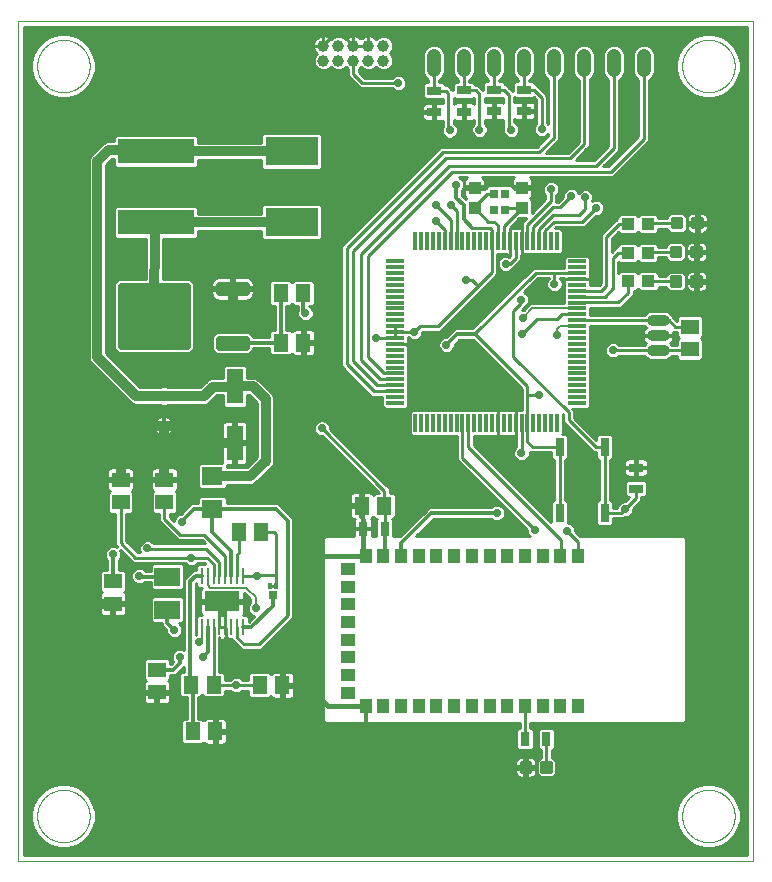
<source format=gtl>
G75*
%MOIN*%
%OFA0B0*%
%FSLAX25Y25*%
%IPPOS*%
%LPD*%
%AMOC8*
5,1,8,0,0,1.08239X$1,22.5*
%
%ADD10C,0.00000*%
%ADD11C,0.01181*%
%ADD12R,0.03150X0.04724*%
%ADD13C,0.04800*%
%ADD14R,0.05118X0.03937*%
%ADD15R,0.03937X0.05118*%
%ADD16R,0.05906X0.01181*%
%ADD17R,0.01181X0.05906*%
%ADD18C,0.03762*%
%ADD19R,0.03937X0.04331*%
%ADD20R,0.02756X0.02953*%
%ADD21R,0.04724X0.03150*%
%ADD22R,0.03000X0.06000*%
%ADD23R,0.01100X0.05500*%
%ADD24R,0.11600X0.06900*%
%ADD25R,0.05118X0.05906*%
%ADD26R,0.05906X0.05118*%
%ADD27R,0.08661X0.06299*%
%ADD28R,0.02953X0.02953*%
%ADD29R,0.01575X0.01890*%
%ADD30R,0.07087X0.06299*%
%ADD31C,0.03937*%
%ADD32R,0.04331X0.03937*%
%ADD33C,0.02402*%
%ADD34C,0.02217*%
%ADD35R,0.17717X0.09449*%
%ADD36R,0.25591X0.08268*%
%ADD37C,0.03762*%
%ADD38R,0.05512X0.11811*%
%ADD39C,0.01000*%
%ADD40C,0.02778*%
%ADD41C,0.01200*%
%ADD42C,0.00800*%
%ADD43C,0.03200*%
%ADD44C,0.01600*%
%ADD45C,0.02400*%
D10*
X0007100Y0011300D02*
X0007100Y0291300D01*
X0252100Y0291300D01*
X0252100Y0011300D01*
X0007100Y0011300D01*
X0013350Y0026300D02*
X0013353Y0026515D01*
X0013361Y0026729D01*
X0013374Y0026944D01*
X0013392Y0027158D01*
X0013416Y0027371D01*
X0013445Y0027584D01*
X0013479Y0027796D01*
X0013518Y0028007D01*
X0013563Y0028217D01*
X0013612Y0028426D01*
X0013667Y0028634D01*
X0013727Y0028840D01*
X0013792Y0029045D01*
X0013861Y0029248D01*
X0013936Y0029449D01*
X0014016Y0029648D01*
X0014101Y0029846D01*
X0014190Y0030041D01*
X0014284Y0030234D01*
X0014383Y0030425D01*
X0014487Y0030613D01*
X0014595Y0030798D01*
X0014708Y0030981D01*
X0014825Y0031161D01*
X0014946Y0031338D01*
X0015072Y0031512D01*
X0015202Y0031683D01*
X0015336Y0031851D01*
X0015474Y0032015D01*
X0015617Y0032176D01*
X0015763Y0032333D01*
X0015913Y0032487D01*
X0016067Y0032637D01*
X0016224Y0032783D01*
X0016385Y0032926D01*
X0016549Y0033064D01*
X0016717Y0033198D01*
X0016888Y0033328D01*
X0017062Y0033454D01*
X0017239Y0033575D01*
X0017419Y0033692D01*
X0017602Y0033805D01*
X0017787Y0033913D01*
X0017975Y0034017D01*
X0018166Y0034116D01*
X0018359Y0034210D01*
X0018554Y0034299D01*
X0018752Y0034384D01*
X0018951Y0034464D01*
X0019152Y0034539D01*
X0019355Y0034608D01*
X0019560Y0034673D01*
X0019766Y0034733D01*
X0019974Y0034788D01*
X0020183Y0034837D01*
X0020393Y0034882D01*
X0020604Y0034921D01*
X0020816Y0034955D01*
X0021029Y0034984D01*
X0021242Y0035008D01*
X0021456Y0035026D01*
X0021671Y0035039D01*
X0021885Y0035047D01*
X0022100Y0035050D01*
X0022315Y0035047D01*
X0022529Y0035039D01*
X0022744Y0035026D01*
X0022958Y0035008D01*
X0023171Y0034984D01*
X0023384Y0034955D01*
X0023596Y0034921D01*
X0023807Y0034882D01*
X0024017Y0034837D01*
X0024226Y0034788D01*
X0024434Y0034733D01*
X0024640Y0034673D01*
X0024845Y0034608D01*
X0025048Y0034539D01*
X0025249Y0034464D01*
X0025448Y0034384D01*
X0025646Y0034299D01*
X0025841Y0034210D01*
X0026034Y0034116D01*
X0026225Y0034017D01*
X0026413Y0033913D01*
X0026598Y0033805D01*
X0026781Y0033692D01*
X0026961Y0033575D01*
X0027138Y0033454D01*
X0027312Y0033328D01*
X0027483Y0033198D01*
X0027651Y0033064D01*
X0027815Y0032926D01*
X0027976Y0032783D01*
X0028133Y0032637D01*
X0028287Y0032487D01*
X0028437Y0032333D01*
X0028583Y0032176D01*
X0028726Y0032015D01*
X0028864Y0031851D01*
X0028998Y0031683D01*
X0029128Y0031512D01*
X0029254Y0031338D01*
X0029375Y0031161D01*
X0029492Y0030981D01*
X0029605Y0030798D01*
X0029713Y0030613D01*
X0029817Y0030425D01*
X0029916Y0030234D01*
X0030010Y0030041D01*
X0030099Y0029846D01*
X0030184Y0029648D01*
X0030264Y0029449D01*
X0030339Y0029248D01*
X0030408Y0029045D01*
X0030473Y0028840D01*
X0030533Y0028634D01*
X0030588Y0028426D01*
X0030637Y0028217D01*
X0030682Y0028007D01*
X0030721Y0027796D01*
X0030755Y0027584D01*
X0030784Y0027371D01*
X0030808Y0027158D01*
X0030826Y0026944D01*
X0030839Y0026729D01*
X0030847Y0026515D01*
X0030850Y0026300D01*
X0030847Y0026085D01*
X0030839Y0025871D01*
X0030826Y0025656D01*
X0030808Y0025442D01*
X0030784Y0025229D01*
X0030755Y0025016D01*
X0030721Y0024804D01*
X0030682Y0024593D01*
X0030637Y0024383D01*
X0030588Y0024174D01*
X0030533Y0023966D01*
X0030473Y0023760D01*
X0030408Y0023555D01*
X0030339Y0023352D01*
X0030264Y0023151D01*
X0030184Y0022952D01*
X0030099Y0022754D01*
X0030010Y0022559D01*
X0029916Y0022366D01*
X0029817Y0022175D01*
X0029713Y0021987D01*
X0029605Y0021802D01*
X0029492Y0021619D01*
X0029375Y0021439D01*
X0029254Y0021262D01*
X0029128Y0021088D01*
X0028998Y0020917D01*
X0028864Y0020749D01*
X0028726Y0020585D01*
X0028583Y0020424D01*
X0028437Y0020267D01*
X0028287Y0020113D01*
X0028133Y0019963D01*
X0027976Y0019817D01*
X0027815Y0019674D01*
X0027651Y0019536D01*
X0027483Y0019402D01*
X0027312Y0019272D01*
X0027138Y0019146D01*
X0026961Y0019025D01*
X0026781Y0018908D01*
X0026598Y0018795D01*
X0026413Y0018687D01*
X0026225Y0018583D01*
X0026034Y0018484D01*
X0025841Y0018390D01*
X0025646Y0018301D01*
X0025448Y0018216D01*
X0025249Y0018136D01*
X0025048Y0018061D01*
X0024845Y0017992D01*
X0024640Y0017927D01*
X0024434Y0017867D01*
X0024226Y0017812D01*
X0024017Y0017763D01*
X0023807Y0017718D01*
X0023596Y0017679D01*
X0023384Y0017645D01*
X0023171Y0017616D01*
X0022958Y0017592D01*
X0022744Y0017574D01*
X0022529Y0017561D01*
X0022315Y0017553D01*
X0022100Y0017550D01*
X0021885Y0017553D01*
X0021671Y0017561D01*
X0021456Y0017574D01*
X0021242Y0017592D01*
X0021029Y0017616D01*
X0020816Y0017645D01*
X0020604Y0017679D01*
X0020393Y0017718D01*
X0020183Y0017763D01*
X0019974Y0017812D01*
X0019766Y0017867D01*
X0019560Y0017927D01*
X0019355Y0017992D01*
X0019152Y0018061D01*
X0018951Y0018136D01*
X0018752Y0018216D01*
X0018554Y0018301D01*
X0018359Y0018390D01*
X0018166Y0018484D01*
X0017975Y0018583D01*
X0017787Y0018687D01*
X0017602Y0018795D01*
X0017419Y0018908D01*
X0017239Y0019025D01*
X0017062Y0019146D01*
X0016888Y0019272D01*
X0016717Y0019402D01*
X0016549Y0019536D01*
X0016385Y0019674D01*
X0016224Y0019817D01*
X0016067Y0019963D01*
X0015913Y0020113D01*
X0015763Y0020267D01*
X0015617Y0020424D01*
X0015474Y0020585D01*
X0015336Y0020749D01*
X0015202Y0020917D01*
X0015072Y0021088D01*
X0014946Y0021262D01*
X0014825Y0021439D01*
X0014708Y0021619D01*
X0014595Y0021802D01*
X0014487Y0021987D01*
X0014383Y0022175D01*
X0014284Y0022366D01*
X0014190Y0022559D01*
X0014101Y0022754D01*
X0014016Y0022952D01*
X0013936Y0023151D01*
X0013861Y0023352D01*
X0013792Y0023555D01*
X0013727Y0023760D01*
X0013667Y0023966D01*
X0013612Y0024174D01*
X0013563Y0024383D01*
X0013518Y0024593D01*
X0013479Y0024804D01*
X0013445Y0025016D01*
X0013416Y0025229D01*
X0013392Y0025442D01*
X0013374Y0025656D01*
X0013361Y0025871D01*
X0013353Y0026085D01*
X0013350Y0026300D01*
X0013350Y0276300D02*
X0013353Y0276515D01*
X0013361Y0276729D01*
X0013374Y0276944D01*
X0013392Y0277158D01*
X0013416Y0277371D01*
X0013445Y0277584D01*
X0013479Y0277796D01*
X0013518Y0278007D01*
X0013563Y0278217D01*
X0013612Y0278426D01*
X0013667Y0278634D01*
X0013727Y0278840D01*
X0013792Y0279045D01*
X0013861Y0279248D01*
X0013936Y0279449D01*
X0014016Y0279648D01*
X0014101Y0279846D01*
X0014190Y0280041D01*
X0014284Y0280234D01*
X0014383Y0280425D01*
X0014487Y0280613D01*
X0014595Y0280798D01*
X0014708Y0280981D01*
X0014825Y0281161D01*
X0014946Y0281338D01*
X0015072Y0281512D01*
X0015202Y0281683D01*
X0015336Y0281851D01*
X0015474Y0282015D01*
X0015617Y0282176D01*
X0015763Y0282333D01*
X0015913Y0282487D01*
X0016067Y0282637D01*
X0016224Y0282783D01*
X0016385Y0282926D01*
X0016549Y0283064D01*
X0016717Y0283198D01*
X0016888Y0283328D01*
X0017062Y0283454D01*
X0017239Y0283575D01*
X0017419Y0283692D01*
X0017602Y0283805D01*
X0017787Y0283913D01*
X0017975Y0284017D01*
X0018166Y0284116D01*
X0018359Y0284210D01*
X0018554Y0284299D01*
X0018752Y0284384D01*
X0018951Y0284464D01*
X0019152Y0284539D01*
X0019355Y0284608D01*
X0019560Y0284673D01*
X0019766Y0284733D01*
X0019974Y0284788D01*
X0020183Y0284837D01*
X0020393Y0284882D01*
X0020604Y0284921D01*
X0020816Y0284955D01*
X0021029Y0284984D01*
X0021242Y0285008D01*
X0021456Y0285026D01*
X0021671Y0285039D01*
X0021885Y0285047D01*
X0022100Y0285050D01*
X0022315Y0285047D01*
X0022529Y0285039D01*
X0022744Y0285026D01*
X0022958Y0285008D01*
X0023171Y0284984D01*
X0023384Y0284955D01*
X0023596Y0284921D01*
X0023807Y0284882D01*
X0024017Y0284837D01*
X0024226Y0284788D01*
X0024434Y0284733D01*
X0024640Y0284673D01*
X0024845Y0284608D01*
X0025048Y0284539D01*
X0025249Y0284464D01*
X0025448Y0284384D01*
X0025646Y0284299D01*
X0025841Y0284210D01*
X0026034Y0284116D01*
X0026225Y0284017D01*
X0026413Y0283913D01*
X0026598Y0283805D01*
X0026781Y0283692D01*
X0026961Y0283575D01*
X0027138Y0283454D01*
X0027312Y0283328D01*
X0027483Y0283198D01*
X0027651Y0283064D01*
X0027815Y0282926D01*
X0027976Y0282783D01*
X0028133Y0282637D01*
X0028287Y0282487D01*
X0028437Y0282333D01*
X0028583Y0282176D01*
X0028726Y0282015D01*
X0028864Y0281851D01*
X0028998Y0281683D01*
X0029128Y0281512D01*
X0029254Y0281338D01*
X0029375Y0281161D01*
X0029492Y0280981D01*
X0029605Y0280798D01*
X0029713Y0280613D01*
X0029817Y0280425D01*
X0029916Y0280234D01*
X0030010Y0280041D01*
X0030099Y0279846D01*
X0030184Y0279648D01*
X0030264Y0279449D01*
X0030339Y0279248D01*
X0030408Y0279045D01*
X0030473Y0278840D01*
X0030533Y0278634D01*
X0030588Y0278426D01*
X0030637Y0278217D01*
X0030682Y0278007D01*
X0030721Y0277796D01*
X0030755Y0277584D01*
X0030784Y0277371D01*
X0030808Y0277158D01*
X0030826Y0276944D01*
X0030839Y0276729D01*
X0030847Y0276515D01*
X0030850Y0276300D01*
X0030847Y0276085D01*
X0030839Y0275871D01*
X0030826Y0275656D01*
X0030808Y0275442D01*
X0030784Y0275229D01*
X0030755Y0275016D01*
X0030721Y0274804D01*
X0030682Y0274593D01*
X0030637Y0274383D01*
X0030588Y0274174D01*
X0030533Y0273966D01*
X0030473Y0273760D01*
X0030408Y0273555D01*
X0030339Y0273352D01*
X0030264Y0273151D01*
X0030184Y0272952D01*
X0030099Y0272754D01*
X0030010Y0272559D01*
X0029916Y0272366D01*
X0029817Y0272175D01*
X0029713Y0271987D01*
X0029605Y0271802D01*
X0029492Y0271619D01*
X0029375Y0271439D01*
X0029254Y0271262D01*
X0029128Y0271088D01*
X0028998Y0270917D01*
X0028864Y0270749D01*
X0028726Y0270585D01*
X0028583Y0270424D01*
X0028437Y0270267D01*
X0028287Y0270113D01*
X0028133Y0269963D01*
X0027976Y0269817D01*
X0027815Y0269674D01*
X0027651Y0269536D01*
X0027483Y0269402D01*
X0027312Y0269272D01*
X0027138Y0269146D01*
X0026961Y0269025D01*
X0026781Y0268908D01*
X0026598Y0268795D01*
X0026413Y0268687D01*
X0026225Y0268583D01*
X0026034Y0268484D01*
X0025841Y0268390D01*
X0025646Y0268301D01*
X0025448Y0268216D01*
X0025249Y0268136D01*
X0025048Y0268061D01*
X0024845Y0267992D01*
X0024640Y0267927D01*
X0024434Y0267867D01*
X0024226Y0267812D01*
X0024017Y0267763D01*
X0023807Y0267718D01*
X0023596Y0267679D01*
X0023384Y0267645D01*
X0023171Y0267616D01*
X0022958Y0267592D01*
X0022744Y0267574D01*
X0022529Y0267561D01*
X0022315Y0267553D01*
X0022100Y0267550D01*
X0021885Y0267553D01*
X0021671Y0267561D01*
X0021456Y0267574D01*
X0021242Y0267592D01*
X0021029Y0267616D01*
X0020816Y0267645D01*
X0020604Y0267679D01*
X0020393Y0267718D01*
X0020183Y0267763D01*
X0019974Y0267812D01*
X0019766Y0267867D01*
X0019560Y0267927D01*
X0019355Y0267992D01*
X0019152Y0268061D01*
X0018951Y0268136D01*
X0018752Y0268216D01*
X0018554Y0268301D01*
X0018359Y0268390D01*
X0018166Y0268484D01*
X0017975Y0268583D01*
X0017787Y0268687D01*
X0017602Y0268795D01*
X0017419Y0268908D01*
X0017239Y0269025D01*
X0017062Y0269146D01*
X0016888Y0269272D01*
X0016717Y0269402D01*
X0016549Y0269536D01*
X0016385Y0269674D01*
X0016224Y0269817D01*
X0016067Y0269963D01*
X0015913Y0270113D01*
X0015763Y0270267D01*
X0015617Y0270424D01*
X0015474Y0270585D01*
X0015336Y0270749D01*
X0015202Y0270917D01*
X0015072Y0271088D01*
X0014946Y0271262D01*
X0014825Y0271439D01*
X0014708Y0271619D01*
X0014595Y0271802D01*
X0014487Y0271987D01*
X0014383Y0272175D01*
X0014284Y0272366D01*
X0014190Y0272559D01*
X0014101Y0272754D01*
X0014016Y0272952D01*
X0013936Y0273151D01*
X0013861Y0273352D01*
X0013792Y0273555D01*
X0013727Y0273760D01*
X0013667Y0273966D01*
X0013612Y0274174D01*
X0013563Y0274383D01*
X0013518Y0274593D01*
X0013479Y0274804D01*
X0013445Y0275016D01*
X0013416Y0275229D01*
X0013392Y0275442D01*
X0013374Y0275656D01*
X0013361Y0275871D01*
X0013353Y0276085D01*
X0013350Y0276300D01*
X0228350Y0276300D02*
X0228353Y0276515D01*
X0228361Y0276729D01*
X0228374Y0276944D01*
X0228392Y0277158D01*
X0228416Y0277371D01*
X0228445Y0277584D01*
X0228479Y0277796D01*
X0228518Y0278007D01*
X0228563Y0278217D01*
X0228612Y0278426D01*
X0228667Y0278634D01*
X0228727Y0278840D01*
X0228792Y0279045D01*
X0228861Y0279248D01*
X0228936Y0279449D01*
X0229016Y0279648D01*
X0229101Y0279846D01*
X0229190Y0280041D01*
X0229284Y0280234D01*
X0229383Y0280425D01*
X0229487Y0280613D01*
X0229595Y0280798D01*
X0229708Y0280981D01*
X0229825Y0281161D01*
X0229946Y0281338D01*
X0230072Y0281512D01*
X0230202Y0281683D01*
X0230336Y0281851D01*
X0230474Y0282015D01*
X0230617Y0282176D01*
X0230763Y0282333D01*
X0230913Y0282487D01*
X0231067Y0282637D01*
X0231224Y0282783D01*
X0231385Y0282926D01*
X0231549Y0283064D01*
X0231717Y0283198D01*
X0231888Y0283328D01*
X0232062Y0283454D01*
X0232239Y0283575D01*
X0232419Y0283692D01*
X0232602Y0283805D01*
X0232787Y0283913D01*
X0232975Y0284017D01*
X0233166Y0284116D01*
X0233359Y0284210D01*
X0233554Y0284299D01*
X0233752Y0284384D01*
X0233951Y0284464D01*
X0234152Y0284539D01*
X0234355Y0284608D01*
X0234560Y0284673D01*
X0234766Y0284733D01*
X0234974Y0284788D01*
X0235183Y0284837D01*
X0235393Y0284882D01*
X0235604Y0284921D01*
X0235816Y0284955D01*
X0236029Y0284984D01*
X0236242Y0285008D01*
X0236456Y0285026D01*
X0236671Y0285039D01*
X0236885Y0285047D01*
X0237100Y0285050D01*
X0237315Y0285047D01*
X0237529Y0285039D01*
X0237744Y0285026D01*
X0237958Y0285008D01*
X0238171Y0284984D01*
X0238384Y0284955D01*
X0238596Y0284921D01*
X0238807Y0284882D01*
X0239017Y0284837D01*
X0239226Y0284788D01*
X0239434Y0284733D01*
X0239640Y0284673D01*
X0239845Y0284608D01*
X0240048Y0284539D01*
X0240249Y0284464D01*
X0240448Y0284384D01*
X0240646Y0284299D01*
X0240841Y0284210D01*
X0241034Y0284116D01*
X0241225Y0284017D01*
X0241413Y0283913D01*
X0241598Y0283805D01*
X0241781Y0283692D01*
X0241961Y0283575D01*
X0242138Y0283454D01*
X0242312Y0283328D01*
X0242483Y0283198D01*
X0242651Y0283064D01*
X0242815Y0282926D01*
X0242976Y0282783D01*
X0243133Y0282637D01*
X0243287Y0282487D01*
X0243437Y0282333D01*
X0243583Y0282176D01*
X0243726Y0282015D01*
X0243864Y0281851D01*
X0243998Y0281683D01*
X0244128Y0281512D01*
X0244254Y0281338D01*
X0244375Y0281161D01*
X0244492Y0280981D01*
X0244605Y0280798D01*
X0244713Y0280613D01*
X0244817Y0280425D01*
X0244916Y0280234D01*
X0245010Y0280041D01*
X0245099Y0279846D01*
X0245184Y0279648D01*
X0245264Y0279449D01*
X0245339Y0279248D01*
X0245408Y0279045D01*
X0245473Y0278840D01*
X0245533Y0278634D01*
X0245588Y0278426D01*
X0245637Y0278217D01*
X0245682Y0278007D01*
X0245721Y0277796D01*
X0245755Y0277584D01*
X0245784Y0277371D01*
X0245808Y0277158D01*
X0245826Y0276944D01*
X0245839Y0276729D01*
X0245847Y0276515D01*
X0245850Y0276300D01*
X0245847Y0276085D01*
X0245839Y0275871D01*
X0245826Y0275656D01*
X0245808Y0275442D01*
X0245784Y0275229D01*
X0245755Y0275016D01*
X0245721Y0274804D01*
X0245682Y0274593D01*
X0245637Y0274383D01*
X0245588Y0274174D01*
X0245533Y0273966D01*
X0245473Y0273760D01*
X0245408Y0273555D01*
X0245339Y0273352D01*
X0245264Y0273151D01*
X0245184Y0272952D01*
X0245099Y0272754D01*
X0245010Y0272559D01*
X0244916Y0272366D01*
X0244817Y0272175D01*
X0244713Y0271987D01*
X0244605Y0271802D01*
X0244492Y0271619D01*
X0244375Y0271439D01*
X0244254Y0271262D01*
X0244128Y0271088D01*
X0243998Y0270917D01*
X0243864Y0270749D01*
X0243726Y0270585D01*
X0243583Y0270424D01*
X0243437Y0270267D01*
X0243287Y0270113D01*
X0243133Y0269963D01*
X0242976Y0269817D01*
X0242815Y0269674D01*
X0242651Y0269536D01*
X0242483Y0269402D01*
X0242312Y0269272D01*
X0242138Y0269146D01*
X0241961Y0269025D01*
X0241781Y0268908D01*
X0241598Y0268795D01*
X0241413Y0268687D01*
X0241225Y0268583D01*
X0241034Y0268484D01*
X0240841Y0268390D01*
X0240646Y0268301D01*
X0240448Y0268216D01*
X0240249Y0268136D01*
X0240048Y0268061D01*
X0239845Y0267992D01*
X0239640Y0267927D01*
X0239434Y0267867D01*
X0239226Y0267812D01*
X0239017Y0267763D01*
X0238807Y0267718D01*
X0238596Y0267679D01*
X0238384Y0267645D01*
X0238171Y0267616D01*
X0237958Y0267592D01*
X0237744Y0267574D01*
X0237529Y0267561D01*
X0237315Y0267553D01*
X0237100Y0267550D01*
X0236885Y0267553D01*
X0236671Y0267561D01*
X0236456Y0267574D01*
X0236242Y0267592D01*
X0236029Y0267616D01*
X0235816Y0267645D01*
X0235604Y0267679D01*
X0235393Y0267718D01*
X0235183Y0267763D01*
X0234974Y0267812D01*
X0234766Y0267867D01*
X0234560Y0267927D01*
X0234355Y0267992D01*
X0234152Y0268061D01*
X0233951Y0268136D01*
X0233752Y0268216D01*
X0233554Y0268301D01*
X0233359Y0268390D01*
X0233166Y0268484D01*
X0232975Y0268583D01*
X0232787Y0268687D01*
X0232602Y0268795D01*
X0232419Y0268908D01*
X0232239Y0269025D01*
X0232062Y0269146D01*
X0231888Y0269272D01*
X0231717Y0269402D01*
X0231549Y0269536D01*
X0231385Y0269674D01*
X0231224Y0269817D01*
X0231067Y0269963D01*
X0230913Y0270113D01*
X0230763Y0270267D01*
X0230617Y0270424D01*
X0230474Y0270585D01*
X0230336Y0270749D01*
X0230202Y0270917D01*
X0230072Y0271088D01*
X0229946Y0271262D01*
X0229825Y0271439D01*
X0229708Y0271619D01*
X0229595Y0271802D01*
X0229487Y0271987D01*
X0229383Y0272175D01*
X0229284Y0272366D01*
X0229190Y0272559D01*
X0229101Y0272754D01*
X0229016Y0272952D01*
X0228936Y0273151D01*
X0228861Y0273352D01*
X0228792Y0273555D01*
X0228727Y0273760D01*
X0228667Y0273966D01*
X0228612Y0274174D01*
X0228563Y0274383D01*
X0228518Y0274593D01*
X0228479Y0274804D01*
X0228445Y0275016D01*
X0228416Y0275229D01*
X0228392Y0275442D01*
X0228374Y0275656D01*
X0228361Y0275871D01*
X0228353Y0276085D01*
X0228350Y0276300D01*
X0228350Y0026300D02*
X0228353Y0026515D01*
X0228361Y0026729D01*
X0228374Y0026944D01*
X0228392Y0027158D01*
X0228416Y0027371D01*
X0228445Y0027584D01*
X0228479Y0027796D01*
X0228518Y0028007D01*
X0228563Y0028217D01*
X0228612Y0028426D01*
X0228667Y0028634D01*
X0228727Y0028840D01*
X0228792Y0029045D01*
X0228861Y0029248D01*
X0228936Y0029449D01*
X0229016Y0029648D01*
X0229101Y0029846D01*
X0229190Y0030041D01*
X0229284Y0030234D01*
X0229383Y0030425D01*
X0229487Y0030613D01*
X0229595Y0030798D01*
X0229708Y0030981D01*
X0229825Y0031161D01*
X0229946Y0031338D01*
X0230072Y0031512D01*
X0230202Y0031683D01*
X0230336Y0031851D01*
X0230474Y0032015D01*
X0230617Y0032176D01*
X0230763Y0032333D01*
X0230913Y0032487D01*
X0231067Y0032637D01*
X0231224Y0032783D01*
X0231385Y0032926D01*
X0231549Y0033064D01*
X0231717Y0033198D01*
X0231888Y0033328D01*
X0232062Y0033454D01*
X0232239Y0033575D01*
X0232419Y0033692D01*
X0232602Y0033805D01*
X0232787Y0033913D01*
X0232975Y0034017D01*
X0233166Y0034116D01*
X0233359Y0034210D01*
X0233554Y0034299D01*
X0233752Y0034384D01*
X0233951Y0034464D01*
X0234152Y0034539D01*
X0234355Y0034608D01*
X0234560Y0034673D01*
X0234766Y0034733D01*
X0234974Y0034788D01*
X0235183Y0034837D01*
X0235393Y0034882D01*
X0235604Y0034921D01*
X0235816Y0034955D01*
X0236029Y0034984D01*
X0236242Y0035008D01*
X0236456Y0035026D01*
X0236671Y0035039D01*
X0236885Y0035047D01*
X0237100Y0035050D01*
X0237315Y0035047D01*
X0237529Y0035039D01*
X0237744Y0035026D01*
X0237958Y0035008D01*
X0238171Y0034984D01*
X0238384Y0034955D01*
X0238596Y0034921D01*
X0238807Y0034882D01*
X0239017Y0034837D01*
X0239226Y0034788D01*
X0239434Y0034733D01*
X0239640Y0034673D01*
X0239845Y0034608D01*
X0240048Y0034539D01*
X0240249Y0034464D01*
X0240448Y0034384D01*
X0240646Y0034299D01*
X0240841Y0034210D01*
X0241034Y0034116D01*
X0241225Y0034017D01*
X0241413Y0033913D01*
X0241598Y0033805D01*
X0241781Y0033692D01*
X0241961Y0033575D01*
X0242138Y0033454D01*
X0242312Y0033328D01*
X0242483Y0033198D01*
X0242651Y0033064D01*
X0242815Y0032926D01*
X0242976Y0032783D01*
X0243133Y0032637D01*
X0243287Y0032487D01*
X0243437Y0032333D01*
X0243583Y0032176D01*
X0243726Y0032015D01*
X0243864Y0031851D01*
X0243998Y0031683D01*
X0244128Y0031512D01*
X0244254Y0031338D01*
X0244375Y0031161D01*
X0244492Y0030981D01*
X0244605Y0030798D01*
X0244713Y0030613D01*
X0244817Y0030425D01*
X0244916Y0030234D01*
X0245010Y0030041D01*
X0245099Y0029846D01*
X0245184Y0029648D01*
X0245264Y0029449D01*
X0245339Y0029248D01*
X0245408Y0029045D01*
X0245473Y0028840D01*
X0245533Y0028634D01*
X0245588Y0028426D01*
X0245637Y0028217D01*
X0245682Y0028007D01*
X0245721Y0027796D01*
X0245755Y0027584D01*
X0245784Y0027371D01*
X0245808Y0027158D01*
X0245826Y0026944D01*
X0245839Y0026729D01*
X0245847Y0026515D01*
X0245850Y0026300D01*
X0245847Y0026085D01*
X0245839Y0025871D01*
X0245826Y0025656D01*
X0245808Y0025442D01*
X0245784Y0025229D01*
X0245755Y0025016D01*
X0245721Y0024804D01*
X0245682Y0024593D01*
X0245637Y0024383D01*
X0245588Y0024174D01*
X0245533Y0023966D01*
X0245473Y0023760D01*
X0245408Y0023555D01*
X0245339Y0023352D01*
X0245264Y0023151D01*
X0245184Y0022952D01*
X0245099Y0022754D01*
X0245010Y0022559D01*
X0244916Y0022366D01*
X0244817Y0022175D01*
X0244713Y0021987D01*
X0244605Y0021802D01*
X0244492Y0021619D01*
X0244375Y0021439D01*
X0244254Y0021262D01*
X0244128Y0021088D01*
X0243998Y0020917D01*
X0243864Y0020749D01*
X0243726Y0020585D01*
X0243583Y0020424D01*
X0243437Y0020267D01*
X0243287Y0020113D01*
X0243133Y0019963D01*
X0242976Y0019817D01*
X0242815Y0019674D01*
X0242651Y0019536D01*
X0242483Y0019402D01*
X0242312Y0019272D01*
X0242138Y0019146D01*
X0241961Y0019025D01*
X0241781Y0018908D01*
X0241598Y0018795D01*
X0241413Y0018687D01*
X0241225Y0018583D01*
X0241034Y0018484D01*
X0240841Y0018390D01*
X0240646Y0018301D01*
X0240448Y0018216D01*
X0240249Y0018136D01*
X0240048Y0018061D01*
X0239845Y0017992D01*
X0239640Y0017927D01*
X0239434Y0017867D01*
X0239226Y0017812D01*
X0239017Y0017763D01*
X0238807Y0017718D01*
X0238596Y0017679D01*
X0238384Y0017645D01*
X0238171Y0017616D01*
X0237958Y0017592D01*
X0237744Y0017574D01*
X0237529Y0017561D01*
X0237315Y0017553D01*
X0237100Y0017550D01*
X0236885Y0017553D01*
X0236671Y0017561D01*
X0236456Y0017574D01*
X0236242Y0017592D01*
X0236029Y0017616D01*
X0235816Y0017645D01*
X0235604Y0017679D01*
X0235393Y0017718D01*
X0235183Y0017763D01*
X0234974Y0017812D01*
X0234766Y0017867D01*
X0234560Y0017927D01*
X0234355Y0017992D01*
X0234152Y0018061D01*
X0233951Y0018136D01*
X0233752Y0018216D01*
X0233554Y0018301D01*
X0233359Y0018390D01*
X0233166Y0018484D01*
X0232975Y0018583D01*
X0232787Y0018687D01*
X0232602Y0018795D01*
X0232419Y0018908D01*
X0232239Y0019025D01*
X0232062Y0019146D01*
X0231888Y0019272D01*
X0231717Y0019402D01*
X0231549Y0019536D01*
X0231385Y0019674D01*
X0231224Y0019817D01*
X0231067Y0019963D01*
X0230913Y0020113D01*
X0230763Y0020267D01*
X0230617Y0020424D01*
X0230474Y0020585D01*
X0230336Y0020749D01*
X0230202Y0020917D01*
X0230072Y0021088D01*
X0229946Y0021262D01*
X0229825Y0021439D01*
X0229708Y0021619D01*
X0229595Y0021802D01*
X0229487Y0021987D01*
X0229383Y0022175D01*
X0229284Y0022366D01*
X0229190Y0022559D01*
X0229101Y0022754D01*
X0229016Y0022952D01*
X0228936Y0023151D01*
X0228861Y0023352D01*
X0228792Y0023555D01*
X0228727Y0023760D01*
X0228667Y0023966D01*
X0228612Y0024174D01*
X0228563Y0024383D01*
X0228518Y0024593D01*
X0228479Y0024804D01*
X0228445Y0025016D01*
X0228416Y0025229D01*
X0228392Y0025442D01*
X0228374Y0025656D01*
X0228361Y0025871D01*
X0228353Y0026085D01*
X0228350Y0026300D01*
D11*
X0184531Y0041122D02*
X0184531Y0043878D01*
X0184531Y0041122D02*
X0181775Y0041122D01*
X0181775Y0043878D01*
X0184531Y0043878D01*
X0184531Y0042244D02*
X0181775Y0042244D01*
X0181775Y0043366D02*
X0184531Y0043366D01*
X0177625Y0043878D02*
X0177625Y0041122D01*
X0174869Y0041122D01*
X0174869Y0043878D01*
X0177625Y0043878D01*
X0177625Y0042244D02*
X0174869Y0042244D01*
X0174869Y0043366D02*
X0177625Y0043366D01*
X0224869Y0203122D02*
X0224869Y0205878D01*
X0227625Y0205878D01*
X0227625Y0203122D01*
X0224869Y0203122D01*
X0224869Y0204244D02*
X0227625Y0204244D01*
X0227625Y0205366D02*
X0224869Y0205366D01*
X0231775Y0205878D02*
X0231775Y0203122D01*
X0231775Y0205878D02*
X0234531Y0205878D01*
X0234531Y0203122D01*
X0231775Y0203122D01*
X0231775Y0204244D02*
X0234531Y0204244D01*
X0234531Y0205366D02*
X0231775Y0205366D01*
X0231775Y0212922D02*
X0231775Y0215678D01*
X0234531Y0215678D01*
X0234531Y0212922D01*
X0231775Y0212922D01*
X0231775Y0214044D02*
X0234531Y0214044D01*
X0234531Y0215166D02*
X0231775Y0215166D01*
X0224869Y0215678D02*
X0224869Y0212922D01*
X0224869Y0215678D02*
X0227625Y0215678D01*
X0227625Y0212922D01*
X0224869Y0212922D01*
X0224869Y0214044D02*
X0227625Y0214044D01*
X0227625Y0215166D02*
X0224869Y0215166D01*
X0225169Y0222522D02*
X0225169Y0225278D01*
X0227925Y0225278D01*
X0227925Y0222522D01*
X0225169Y0222522D01*
X0225169Y0223644D02*
X0227925Y0223644D01*
X0227925Y0224766D02*
X0225169Y0224766D01*
X0232075Y0225278D02*
X0232075Y0222522D01*
X0232075Y0225278D02*
X0234831Y0225278D01*
X0234831Y0222522D01*
X0232075Y0222522D01*
X0232075Y0223644D02*
X0234831Y0223644D01*
X0234831Y0224766D02*
X0232075Y0224766D01*
D12*
X0129143Y0122100D03*
X0122057Y0122100D03*
X0175957Y0051900D03*
X0183043Y0051900D03*
D13*
X0185600Y0274900D02*
X0185600Y0279700D01*
X0175600Y0279700D02*
X0175600Y0274900D01*
X0165600Y0274900D02*
X0165600Y0279700D01*
X0155600Y0279700D02*
X0155600Y0274900D01*
X0145600Y0274900D02*
X0145600Y0279700D01*
X0195600Y0279700D02*
X0195600Y0274900D01*
X0205600Y0274900D02*
X0205600Y0279700D01*
X0215600Y0279700D02*
X0215600Y0274900D01*
D14*
X0116930Y0108669D03*
X0116930Y0102764D03*
X0116930Y0096858D03*
X0116930Y0090953D03*
X0116930Y0085047D03*
X0116930Y0079142D03*
X0116930Y0073236D03*
X0116930Y0067331D03*
D15*
X0122835Y0063000D03*
X0128741Y0063000D03*
X0134646Y0063000D03*
X0140552Y0063000D03*
X0146457Y0063000D03*
X0152363Y0063000D03*
X0158269Y0063000D03*
X0164174Y0063000D03*
X0170080Y0063000D03*
X0175985Y0063000D03*
X0181891Y0063000D03*
X0187796Y0063000D03*
X0193702Y0063000D03*
X0193702Y0113000D03*
X0187796Y0113000D03*
X0181891Y0113000D03*
X0175985Y0113000D03*
X0170080Y0113000D03*
X0164174Y0113000D03*
X0158269Y0113000D03*
X0152363Y0113000D03*
X0146457Y0113000D03*
X0140552Y0113000D03*
X0134646Y0113000D03*
X0128741Y0113000D03*
X0122835Y0113000D03*
D16*
X0132685Y0163978D03*
X0132685Y0165946D03*
X0132685Y0167915D03*
X0132685Y0169883D03*
X0132685Y0171852D03*
X0132685Y0173820D03*
X0132685Y0175789D03*
X0132685Y0177757D03*
X0132685Y0179726D03*
X0132685Y0181694D03*
X0132685Y0183663D03*
X0132685Y0185631D03*
X0132685Y0187600D03*
X0132685Y0189569D03*
X0132685Y0191537D03*
X0132685Y0193506D03*
X0132685Y0195474D03*
X0132685Y0197443D03*
X0132685Y0199411D03*
X0132685Y0201380D03*
X0132685Y0203348D03*
X0132685Y0205317D03*
X0132685Y0207285D03*
X0132685Y0209254D03*
X0132685Y0211222D03*
X0193315Y0211222D03*
X0193315Y0209254D03*
X0193315Y0207285D03*
X0193315Y0205317D03*
X0193315Y0203348D03*
X0193315Y0201380D03*
X0193315Y0199411D03*
X0193315Y0197443D03*
X0193315Y0195474D03*
X0193315Y0193506D03*
X0193315Y0191537D03*
X0193315Y0189569D03*
X0193315Y0187600D03*
X0193315Y0185631D03*
X0193315Y0183663D03*
X0193315Y0181694D03*
X0193315Y0179726D03*
X0193315Y0177757D03*
X0193315Y0175789D03*
X0193315Y0173820D03*
X0193315Y0171852D03*
X0193315Y0169883D03*
X0193315Y0167915D03*
X0193315Y0165946D03*
X0193315Y0163978D03*
D17*
X0186622Y0157285D03*
X0184654Y0157285D03*
X0182685Y0157285D03*
X0180717Y0157285D03*
X0178748Y0157285D03*
X0176780Y0157285D03*
X0174811Y0157285D03*
X0172843Y0157285D03*
X0170874Y0157285D03*
X0168906Y0157285D03*
X0166937Y0157285D03*
X0164969Y0157285D03*
X0163000Y0157285D03*
X0161031Y0157285D03*
X0159063Y0157285D03*
X0157094Y0157285D03*
X0155126Y0157285D03*
X0153157Y0157285D03*
X0151189Y0157285D03*
X0149220Y0157285D03*
X0147252Y0157285D03*
X0145283Y0157285D03*
X0143315Y0157285D03*
X0141346Y0157285D03*
X0139378Y0157285D03*
X0139378Y0217915D03*
X0141346Y0217915D03*
X0143315Y0217915D03*
X0145283Y0217915D03*
X0147252Y0217915D03*
X0149220Y0217915D03*
X0151189Y0217915D03*
X0153157Y0217915D03*
X0155126Y0217915D03*
X0157094Y0217915D03*
X0159063Y0217915D03*
X0161031Y0217915D03*
X0163000Y0217915D03*
X0164969Y0217915D03*
X0166937Y0217915D03*
X0168906Y0217915D03*
X0170874Y0217915D03*
X0172843Y0217915D03*
X0174811Y0217915D03*
X0176780Y0217915D03*
X0178748Y0217915D03*
X0180717Y0217915D03*
X0182685Y0217915D03*
X0184654Y0217915D03*
X0186622Y0217915D03*
D18*
X0078500Y0193800D03*
X0055500Y0166300D03*
X0055500Y0156300D03*
D19*
X0159200Y0228954D03*
X0159200Y0235646D03*
X0175000Y0235646D03*
X0175000Y0228954D03*
D20*
X0169469Y0228443D03*
X0165531Y0228443D03*
X0165531Y0233757D03*
X0169469Y0233757D03*
D21*
X0165600Y0261257D03*
X0165600Y0268343D03*
X0175600Y0268443D03*
X0175600Y0261357D03*
X0155600Y0261057D03*
X0155600Y0268143D03*
X0145600Y0268043D03*
X0145600Y0260957D03*
X0213000Y0142443D03*
X0213000Y0135357D03*
D22*
X0202500Y0127300D03*
X0187500Y0127300D03*
X0187500Y0149300D03*
X0202500Y0149300D03*
D23*
X0081995Y0106400D03*
X0080025Y0106400D03*
X0078055Y0106400D03*
X0076085Y0106400D03*
X0074115Y0106400D03*
X0072145Y0106400D03*
X0070175Y0106400D03*
X0068205Y0106400D03*
X0068205Y0089200D03*
X0070175Y0089200D03*
X0072145Y0089200D03*
X0074115Y0089200D03*
X0076085Y0089200D03*
X0078055Y0089200D03*
X0080025Y0089200D03*
X0081995Y0089200D03*
D24*
X0075100Y0097800D03*
D25*
X0080560Y0120900D03*
X0088040Y0120900D03*
X0121560Y0129700D03*
X0129040Y0129700D03*
X0102040Y0184100D03*
X0094560Y0184100D03*
X0094560Y0200600D03*
X0102040Y0200600D03*
X0095040Y0069900D03*
X0087560Y0069900D03*
X0072140Y0070100D03*
X0064660Y0070100D03*
X0065160Y0054500D03*
X0072640Y0054500D03*
D26*
X0053300Y0067560D03*
X0053300Y0075040D03*
X0038600Y0097060D03*
X0038600Y0104540D03*
X0041200Y0130960D03*
X0041200Y0138440D03*
X0055800Y0138440D03*
X0055800Y0130960D03*
X0230900Y0181960D03*
X0230900Y0189440D03*
D27*
X0056800Y0106112D03*
X0056800Y0095088D03*
D28*
X0091900Y0099900D03*
D29*
X0092983Y0102892D03*
X0090817Y0102892D03*
D30*
X0071700Y0128588D03*
X0071700Y0139612D03*
D31*
X0108800Y0278100D03*
X0108800Y0283100D03*
X0113800Y0283100D03*
X0113800Y0278100D03*
X0118800Y0278100D03*
X0118800Y0283100D03*
X0123800Y0283100D03*
X0123800Y0278100D03*
X0128800Y0278100D03*
X0128800Y0283100D03*
D32*
X0210254Y0223600D03*
X0216946Y0223600D03*
X0216946Y0213900D03*
X0210254Y0213900D03*
X0210354Y0204600D03*
X0217046Y0204600D03*
D33*
X0082869Y0203216D02*
X0082869Y0200816D01*
X0074129Y0200816D01*
X0074129Y0203216D01*
X0082869Y0203216D01*
X0082869Y0203098D02*
X0074129Y0203098D01*
X0082869Y0185184D02*
X0082869Y0182784D01*
X0074129Y0182784D01*
X0074129Y0185184D01*
X0082869Y0185184D01*
X0082869Y0185066D02*
X0074129Y0185066D01*
D34*
X0063218Y0183026D02*
X0063218Y0202974D01*
X0063218Y0183026D02*
X0041418Y0183026D01*
X0041418Y0202974D01*
X0063218Y0202974D01*
X0063218Y0185132D02*
X0041418Y0185132D01*
X0041418Y0187238D02*
X0063218Y0187238D01*
X0063218Y0189344D02*
X0041418Y0189344D01*
X0041418Y0191450D02*
X0063218Y0191450D01*
X0063218Y0193556D02*
X0041418Y0193556D01*
X0041418Y0195662D02*
X0063218Y0195662D01*
X0063218Y0197768D02*
X0041418Y0197768D01*
X0041418Y0199874D02*
X0063218Y0199874D01*
X0063218Y0201980D02*
X0041418Y0201980D01*
D35*
X0098200Y0224189D03*
X0098200Y0247811D03*
D36*
X0052924Y0247811D03*
X0052924Y0224189D03*
D37*
X0218419Y0191500D02*
X0222181Y0191500D01*
X0222181Y0186500D02*
X0218419Y0186500D01*
X0218419Y0181500D02*
X0222181Y0181500D01*
D38*
X0079200Y0169549D03*
X0079200Y0150651D03*
D39*
X0079700Y0151092D02*
X0086600Y0151092D01*
X0086600Y0152090D02*
X0083456Y0152090D01*
X0083456Y0151151D02*
X0083456Y0156754D01*
X0083354Y0157136D01*
X0083156Y0157478D01*
X0082877Y0157757D01*
X0082535Y0157954D01*
X0082153Y0158057D01*
X0079700Y0158057D01*
X0079700Y0151151D01*
X0083456Y0151151D01*
X0083456Y0150151D02*
X0079700Y0150151D01*
X0079700Y0143246D01*
X0082153Y0143246D01*
X0082535Y0143348D01*
X0082877Y0143545D01*
X0083156Y0143825D01*
X0083354Y0144167D01*
X0083456Y0144548D01*
X0083456Y0150151D01*
X0083456Y0150093D02*
X0086600Y0150093D01*
X0086600Y0149095D02*
X0083456Y0149095D01*
X0083456Y0148096D02*
X0086600Y0148096D01*
X0086600Y0147098D02*
X0083456Y0147098D01*
X0083456Y0146099D02*
X0086600Y0146099D01*
X0086600Y0145901D02*
X0083211Y0142512D01*
X0076543Y0142512D01*
X0076543Y0143246D01*
X0078700Y0143246D01*
X0078700Y0150151D01*
X0079700Y0150151D01*
X0079700Y0151151D01*
X0078700Y0151151D01*
X0078700Y0150151D01*
X0074944Y0150151D01*
X0074944Y0144548D01*
X0075046Y0144167D01*
X0075107Y0144061D01*
X0067618Y0144061D01*
X0066857Y0143300D01*
X0066857Y0135924D01*
X0067618Y0135162D01*
X0075782Y0135162D01*
X0076543Y0135924D01*
X0076543Y0136712D01*
X0084989Y0136712D01*
X0086055Y0137153D01*
X0091958Y0143057D01*
X0092400Y0144123D01*
X0092400Y0165777D01*
X0091958Y0166843D01*
X0091143Y0167658D01*
X0086794Y0172007D01*
X0085728Y0172449D01*
X0083256Y0172449D01*
X0083256Y0175993D01*
X0082494Y0176754D01*
X0075906Y0176754D01*
X0075144Y0175993D01*
X0075144Y0172300D01*
X0071423Y0172300D01*
X0070357Y0171858D01*
X0069541Y0171043D01*
X0067699Y0169200D01*
X0056811Y0169200D01*
X0056133Y0169481D01*
X0054867Y0169481D01*
X0054189Y0169200D01*
X0047601Y0169200D01*
X0036300Y0180501D01*
X0036300Y0243299D01*
X0038401Y0245400D01*
X0038829Y0245400D01*
X0038829Y0243139D01*
X0039591Y0242377D01*
X0066258Y0242377D01*
X0067020Y0243139D01*
X0067020Y0244911D01*
X0088042Y0244911D01*
X0088042Y0242548D01*
X0088803Y0241787D01*
X0107597Y0241787D01*
X0108358Y0242548D01*
X0108358Y0253074D01*
X0107597Y0253835D01*
X0088803Y0253835D01*
X0088042Y0253074D01*
X0088042Y0250711D01*
X0067020Y0250711D01*
X0067020Y0252483D01*
X0066258Y0253245D01*
X0039591Y0253245D01*
X0038829Y0252483D01*
X0038829Y0251200D01*
X0036623Y0251200D01*
X0035557Y0250758D01*
X0034741Y0249943D01*
X0031757Y0246958D01*
X0030941Y0246143D01*
X0030500Y0245077D01*
X0030500Y0178723D01*
X0030941Y0177657D01*
X0031757Y0176841D01*
X0044757Y0163841D01*
X0045823Y0163400D01*
X0054189Y0163400D01*
X0054867Y0163119D01*
X0056133Y0163119D01*
X0056811Y0163400D01*
X0069477Y0163400D01*
X0070543Y0163841D01*
X0073201Y0166500D01*
X0075144Y0166500D01*
X0075144Y0163105D01*
X0075906Y0162343D01*
X0082494Y0162343D01*
X0083256Y0163105D01*
X0083256Y0166649D01*
X0083950Y0166649D01*
X0086600Y0163999D01*
X0086600Y0145901D01*
X0085799Y0145101D02*
X0083456Y0145101D01*
X0083316Y0144102D02*
X0084801Y0144102D01*
X0083802Y0143103D02*
X0076543Y0143103D01*
X0075084Y0144102D02*
X0009100Y0144102D01*
X0009100Y0145101D02*
X0074944Y0145101D01*
X0074944Y0146099D02*
X0009100Y0146099D01*
X0009100Y0147098D02*
X0074944Y0147098D01*
X0074944Y0148096D02*
X0009100Y0148096D01*
X0009100Y0149095D02*
X0074944Y0149095D01*
X0074944Y0150093D02*
X0009100Y0150093D01*
X0009100Y0151092D02*
X0078700Y0151092D01*
X0078700Y0151151D02*
X0074944Y0151151D01*
X0074944Y0156754D01*
X0075046Y0157136D01*
X0075244Y0157478D01*
X0075523Y0157757D01*
X0075865Y0157954D01*
X0076247Y0158057D01*
X0078700Y0158057D01*
X0078700Y0151151D01*
X0078700Y0152090D02*
X0079700Y0152090D01*
X0079700Y0153089D02*
X0078700Y0153089D01*
X0078700Y0154087D02*
X0079700Y0154087D01*
X0079700Y0155086D02*
X0078700Y0155086D01*
X0078700Y0156084D02*
X0079700Y0156084D01*
X0079700Y0157083D02*
X0078700Y0157083D01*
X0075032Y0157083D02*
X0058792Y0157083D01*
X0058751Y0157286D02*
X0058496Y0157902D01*
X0058126Y0158455D01*
X0057655Y0158926D01*
X0057102Y0159296D01*
X0056486Y0159551D01*
X0055833Y0159681D01*
X0055591Y0159681D01*
X0055591Y0156391D01*
X0058881Y0156391D01*
X0058881Y0156633D01*
X0058751Y0157286D01*
X0058376Y0158081D02*
X0086600Y0158081D01*
X0086600Y0157083D02*
X0083368Y0157083D01*
X0083456Y0156084D02*
X0086600Y0156084D01*
X0086600Y0155086D02*
X0083456Y0155086D01*
X0083456Y0154087D02*
X0086600Y0154087D01*
X0086600Y0153089D02*
X0083456Y0153089D01*
X0079700Y0150093D02*
X0078700Y0150093D01*
X0078700Y0149095D02*
X0079700Y0149095D01*
X0079700Y0148096D02*
X0078700Y0148096D01*
X0078700Y0147098D02*
X0079700Y0147098D01*
X0079700Y0146099D02*
X0078700Y0146099D01*
X0078700Y0145101D02*
X0079700Y0145101D01*
X0079700Y0144102D02*
X0078700Y0144102D01*
X0076543Y0136114D02*
X0125141Y0136114D01*
X0126139Y0135115D02*
X0060043Y0135115D01*
X0059953Y0134960D02*
X0060151Y0135302D01*
X0060253Y0135684D01*
X0060253Y0137940D01*
X0056300Y0137940D01*
X0056300Y0138940D01*
X0060253Y0138940D01*
X0060253Y0141197D01*
X0060151Y0141578D01*
X0059953Y0141920D01*
X0059674Y0142199D01*
X0059332Y0142397D01*
X0058950Y0142499D01*
X0056300Y0142499D01*
X0056300Y0138940D01*
X0055300Y0138940D01*
X0055300Y0137940D01*
X0051347Y0137940D01*
X0051347Y0135684D01*
X0051449Y0135302D01*
X0051647Y0134960D01*
X0051926Y0134681D01*
X0052081Y0134591D01*
X0051547Y0134057D01*
X0051547Y0127862D01*
X0052309Y0127101D01*
X0054000Y0127101D01*
X0054000Y0124554D01*
X0055054Y0123500D01*
X0060354Y0118200D01*
X0068254Y0118200D01*
X0069254Y0117200D01*
X0052203Y0117200D01*
X0051623Y0117780D01*
X0050635Y0118189D01*
X0049565Y0118189D01*
X0048577Y0117780D01*
X0047820Y0117023D01*
X0047411Y0116035D01*
X0047411Y0114965D01*
X0047728Y0114200D01*
X0046846Y0114200D01*
X0043000Y0118046D01*
X0043000Y0127101D01*
X0044691Y0127101D01*
X0045453Y0127862D01*
X0045453Y0134057D01*
X0044919Y0134591D01*
X0045074Y0134681D01*
X0045353Y0134960D01*
X0045551Y0135302D01*
X0045653Y0135684D01*
X0045653Y0137940D01*
X0041700Y0137940D01*
X0041700Y0138940D01*
X0045653Y0138940D01*
X0045653Y0141197D01*
X0045551Y0141578D01*
X0045353Y0141920D01*
X0045074Y0142199D01*
X0044732Y0142397D01*
X0044350Y0142499D01*
X0041700Y0142499D01*
X0041700Y0138940D01*
X0040700Y0138940D01*
X0040700Y0137940D01*
X0036747Y0137940D01*
X0036747Y0135684D01*
X0036849Y0135302D01*
X0037047Y0134960D01*
X0037326Y0134681D01*
X0037481Y0134591D01*
X0036947Y0134057D01*
X0036947Y0127862D01*
X0037709Y0127101D01*
X0039400Y0127101D01*
X0039400Y0116554D01*
X0039970Y0115984D01*
X0039235Y0116289D01*
X0038165Y0116289D01*
X0037177Y0115880D01*
X0036420Y0115123D01*
X0036011Y0114135D01*
X0036011Y0113065D01*
X0036420Y0112077D01*
X0036700Y0111797D01*
X0036700Y0108399D01*
X0035109Y0108399D01*
X0034347Y0107638D01*
X0034347Y0101443D01*
X0034881Y0100909D01*
X0034726Y0100819D01*
X0034447Y0100540D01*
X0034249Y0100198D01*
X0034147Y0099816D01*
X0034147Y0097560D01*
X0038100Y0097560D01*
X0038100Y0096560D01*
X0034147Y0096560D01*
X0034147Y0094303D01*
X0034249Y0093922D01*
X0034447Y0093580D01*
X0034726Y0093300D01*
X0035068Y0093103D01*
X0035450Y0093001D01*
X0038100Y0093001D01*
X0038100Y0096560D01*
X0039100Y0096560D01*
X0039100Y0097560D01*
X0043053Y0097560D01*
X0043053Y0099816D01*
X0042951Y0100198D01*
X0042753Y0100540D01*
X0042474Y0100819D01*
X0042319Y0100909D01*
X0042853Y0101443D01*
X0042853Y0107638D01*
X0042091Y0108399D01*
X0040500Y0108399D01*
X0040500Y0111597D01*
X0040980Y0112077D01*
X0041389Y0113065D01*
X0041389Y0114135D01*
X0041084Y0114870D01*
X0045354Y0110600D01*
X0062797Y0110600D01*
X0063277Y0110120D01*
X0064265Y0109711D01*
X0065335Y0109711D01*
X0066323Y0110120D01*
X0066803Y0110600D01*
X0069254Y0110600D01*
X0069404Y0110450D01*
X0067117Y0110450D01*
X0066355Y0109688D01*
X0066355Y0108300D01*
X0065413Y0108300D01*
X0062460Y0105347D01*
X0062460Y0081543D01*
X0062423Y0081580D01*
X0061435Y0081989D01*
X0060365Y0081989D01*
X0059377Y0081580D01*
X0058620Y0080823D01*
X0058211Y0079835D01*
X0058211Y0078765D01*
X0058620Y0077777D01*
X0058735Y0077662D01*
X0058013Y0076940D01*
X0057553Y0076940D01*
X0057553Y0078138D01*
X0056791Y0078899D01*
X0049809Y0078899D01*
X0049047Y0078138D01*
X0049047Y0071943D01*
X0049581Y0071409D01*
X0049426Y0071319D01*
X0049147Y0071040D01*
X0048949Y0070698D01*
X0048847Y0070316D01*
X0048847Y0068060D01*
X0052800Y0068060D01*
X0052800Y0067060D01*
X0048847Y0067060D01*
X0048847Y0064803D01*
X0048949Y0064422D01*
X0049147Y0064080D01*
X0049426Y0063800D01*
X0049768Y0063603D01*
X0050150Y0063501D01*
X0052800Y0063501D01*
X0052800Y0067060D01*
X0053800Y0067060D01*
X0053800Y0068060D01*
X0057753Y0068060D01*
X0057753Y0070316D01*
X0057651Y0070698D01*
X0057453Y0071040D01*
X0057174Y0071319D01*
X0057019Y0071409D01*
X0057553Y0071943D01*
X0057553Y0073140D01*
X0059587Y0073140D01*
X0060700Y0074253D01*
X0060700Y0074253D01*
X0062460Y0076013D01*
X0062460Y0074353D01*
X0061562Y0074353D01*
X0060801Y0073591D01*
X0060801Y0066609D01*
X0061562Y0065847D01*
X0063260Y0065847D01*
X0063260Y0058753D01*
X0062062Y0058753D01*
X0061301Y0057991D01*
X0061301Y0051009D01*
X0062062Y0050247D01*
X0068257Y0050247D01*
X0068791Y0050781D01*
X0068881Y0050626D01*
X0069160Y0050347D01*
X0069502Y0050149D01*
X0069884Y0050047D01*
X0072140Y0050047D01*
X0072140Y0054000D01*
X0073140Y0054000D01*
X0073140Y0050047D01*
X0075397Y0050047D01*
X0075778Y0050149D01*
X0076120Y0050347D01*
X0076399Y0050626D01*
X0076597Y0050968D01*
X0076699Y0051350D01*
X0076699Y0054000D01*
X0073140Y0054000D01*
X0073140Y0055000D01*
X0072140Y0055000D01*
X0072140Y0058953D01*
X0069884Y0058953D01*
X0069502Y0058851D01*
X0069160Y0058653D01*
X0068881Y0058374D01*
X0068791Y0058219D01*
X0068257Y0058753D01*
X0067060Y0058753D01*
X0067060Y0065847D01*
X0067757Y0065847D01*
X0068400Y0066490D01*
X0069043Y0065847D01*
X0075238Y0065847D01*
X0075999Y0066609D01*
X0075999Y0068100D01*
X0077697Y0068100D01*
X0078177Y0067620D01*
X0079165Y0067211D01*
X0080235Y0067211D01*
X0081223Y0067620D01*
X0081703Y0068100D01*
X0083701Y0068100D01*
X0083701Y0066409D01*
X0084462Y0065647D01*
X0090657Y0065647D01*
X0091191Y0066181D01*
X0091281Y0066026D01*
X0091560Y0065747D01*
X0091902Y0065549D01*
X0092284Y0065447D01*
X0094540Y0065447D01*
X0094540Y0069400D01*
X0095540Y0069400D01*
X0095540Y0065447D01*
X0097797Y0065447D01*
X0098178Y0065549D01*
X0098520Y0065747D01*
X0098799Y0066026D01*
X0098997Y0066368D01*
X0099099Y0066750D01*
X0099099Y0069400D01*
X0095540Y0069400D01*
X0095540Y0070400D01*
X0094540Y0070400D01*
X0094540Y0074353D01*
X0092284Y0074353D01*
X0091902Y0074251D01*
X0091560Y0074053D01*
X0091281Y0073774D01*
X0091191Y0073619D01*
X0090657Y0074153D01*
X0084462Y0074153D01*
X0083701Y0073391D01*
X0083701Y0071700D01*
X0081703Y0071700D01*
X0081223Y0072180D01*
X0080235Y0072589D01*
X0079165Y0072589D01*
X0078177Y0072180D01*
X0077697Y0071700D01*
X0075999Y0071700D01*
X0075999Y0073591D01*
X0075238Y0074353D01*
X0073940Y0074353D01*
X0073940Y0084950D01*
X0074115Y0084950D01*
X0074862Y0084950D01*
X0075100Y0085014D01*
X0075338Y0084950D01*
X0076085Y0084950D01*
X0076832Y0084950D01*
X0077214Y0085052D01*
X0077383Y0085150D01*
X0078225Y0085150D01*
X0078225Y0085029D01*
X0079279Y0083975D01*
X0081554Y0081700D01*
X0087946Y0081700D01*
X0089000Y0082754D01*
X0097546Y0091300D01*
X0097687Y0091300D01*
X0098800Y0092413D01*
X0098800Y0125387D01*
X0097687Y0126500D01*
X0093699Y0130488D01*
X0076543Y0130488D01*
X0076543Y0132276D01*
X0075782Y0133038D01*
X0067618Y0133038D01*
X0066857Y0132276D01*
X0066857Y0130488D01*
X0064801Y0130488D01*
X0061202Y0126889D01*
X0061065Y0126889D01*
X0060077Y0126480D01*
X0059320Y0125723D01*
X0058911Y0124735D01*
X0058911Y0124735D01*
X0057600Y0126046D01*
X0057600Y0127101D01*
X0059291Y0127101D01*
X0060053Y0127862D01*
X0060053Y0134057D01*
X0059519Y0134591D01*
X0059674Y0134681D01*
X0059953Y0134960D01*
X0059993Y0134117D02*
X0118670Y0134117D01*
X0118803Y0134153D02*
X0118422Y0134051D01*
X0118080Y0133853D01*
X0117800Y0133574D01*
X0117603Y0133232D01*
X0117501Y0132850D01*
X0117501Y0130200D01*
X0121060Y0130200D01*
X0121060Y0134153D01*
X0118803Y0134153D01*
X0117573Y0133118D02*
X0060053Y0133118D01*
X0060053Y0132120D02*
X0066857Y0132120D01*
X0066857Y0131121D02*
X0060053Y0131121D01*
X0060053Y0130123D02*
X0064436Y0130123D01*
X0063437Y0129124D02*
X0060053Y0129124D01*
X0060053Y0128126D02*
X0062439Y0128126D01*
X0061440Y0127127D02*
X0059318Y0127127D01*
X0059726Y0126129D02*
X0057600Y0126129D01*
X0058515Y0125130D02*
X0059075Y0125130D01*
X0061600Y0124600D02*
X0061600Y0124200D01*
X0061100Y0120000D02*
X0055800Y0125300D01*
X0055800Y0130960D01*
X0051547Y0131121D02*
X0045453Y0131121D01*
X0045453Y0130123D02*
X0051547Y0130123D01*
X0051547Y0129124D02*
X0045453Y0129124D01*
X0045453Y0128126D02*
X0051547Y0128126D01*
X0052282Y0127127D02*
X0044718Y0127127D01*
X0043000Y0126129D02*
X0054000Y0126129D01*
X0054000Y0125130D02*
X0043000Y0125130D01*
X0043000Y0124132D02*
X0054423Y0124132D01*
X0055421Y0123133D02*
X0043000Y0123133D01*
X0043000Y0122135D02*
X0056420Y0122135D01*
X0057418Y0121136D02*
X0043000Y0121136D01*
X0043000Y0120138D02*
X0058417Y0120138D01*
X0059415Y0119139D02*
X0043000Y0119139D01*
X0043000Y0118141D02*
X0049449Y0118141D01*
X0050751Y0118141D02*
X0068314Y0118141D01*
X0069000Y0120000D02*
X0076085Y0112915D01*
X0076085Y0106400D01*
X0074115Y0106400D02*
X0074115Y0111023D01*
X0069738Y0115400D01*
X0050200Y0115400D01*
X0050100Y0115500D01*
X0047411Y0115145D02*
X0045900Y0115145D01*
X0044902Y0116144D02*
X0047456Y0116144D01*
X0047939Y0117142D02*
X0043903Y0117142D01*
X0041200Y0117300D02*
X0046100Y0112400D01*
X0064800Y0112400D01*
X0070000Y0112400D01*
X0072145Y0110255D01*
X0072145Y0106400D01*
X0068279Y0102350D02*
X0068100Y0102171D01*
X0067902Y0101829D01*
X0067800Y0101447D01*
X0067800Y0098300D01*
X0074600Y0098300D01*
X0074600Y0097300D01*
X0075600Y0097300D01*
X0075600Y0098300D01*
X0082400Y0098300D01*
X0082400Y0100660D01*
X0084464Y0098596D01*
X0084464Y0097703D01*
X0083885Y0097123D01*
X0083475Y0096135D01*
X0083475Y0095065D01*
X0083885Y0094077D01*
X0084641Y0093320D01*
X0085629Y0092911D01*
X0085724Y0092911D01*
X0083913Y0091100D01*
X0083845Y0091100D01*
X0083845Y0092488D01*
X0083083Y0093250D01*
X0081921Y0093250D01*
X0082100Y0093429D01*
X0082298Y0093771D01*
X0082400Y0094153D01*
X0082400Y0097300D01*
X0075600Y0097300D01*
X0075600Y0093450D01*
X0075338Y0093450D01*
X0075100Y0093386D01*
X0074862Y0093450D01*
X0074600Y0093450D01*
X0074600Y0097300D01*
X0067800Y0097300D01*
X0067800Y0094153D01*
X0067902Y0093771D01*
X0068100Y0093429D01*
X0068279Y0093250D01*
X0067117Y0093250D01*
X0066355Y0092488D01*
X0066355Y0086782D01*
X0066260Y0086742D01*
X0066260Y0103773D01*
X0066355Y0103868D01*
X0066355Y0103112D01*
X0067117Y0102350D01*
X0068279Y0102350D01*
X0068096Y0102165D02*
X0066260Y0102165D01*
X0066260Y0103163D02*
X0066355Y0103163D01*
X0066260Y0101166D02*
X0067800Y0101166D01*
X0067800Y0100168D02*
X0066260Y0100168D01*
X0066260Y0099169D02*
X0067800Y0099169D01*
X0066260Y0098170D02*
X0074600Y0098170D01*
X0074389Y0097800D02*
X0074389Y0096628D01*
X0074115Y0096354D01*
X0074115Y0089200D01*
X0076085Y0089200D01*
X0076205Y0089080D01*
X0076205Y0085912D01*
X0084017Y0078100D01*
X0091800Y0078100D01*
X0095000Y0074900D01*
X0095000Y0069940D01*
X0095040Y0069900D01*
X0095040Y0061740D01*
X0087500Y0054200D01*
X0072940Y0054200D01*
X0072640Y0054500D01*
X0072640Y0047840D01*
X0070400Y0045600D01*
X0060500Y0045600D01*
X0053000Y0053100D01*
X0053000Y0067260D01*
X0053300Y0067560D01*
X0053800Y0067217D02*
X0060801Y0067217D01*
X0060801Y0068215D02*
X0057753Y0068215D01*
X0057753Y0069214D02*
X0060801Y0069214D01*
X0060801Y0070212D02*
X0057753Y0070212D01*
X0057282Y0071211D02*
X0060801Y0071211D01*
X0060801Y0072209D02*
X0057553Y0072209D01*
X0059655Y0073208D02*
X0060801Y0073208D01*
X0060653Y0074206D02*
X0061416Y0074206D01*
X0061652Y0075205D02*
X0062460Y0075205D01*
X0058275Y0077202D02*
X0057553Y0077202D01*
X0057490Y0078200D02*
X0058445Y0078200D01*
X0058211Y0079199D02*
X0009100Y0079199D01*
X0009100Y0080197D02*
X0058361Y0080197D01*
X0058993Y0081196D02*
X0009100Y0081196D01*
X0009100Y0082194D02*
X0062460Y0082194D01*
X0062460Y0083193D02*
X0009100Y0083193D01*
X0009100Y0084191D02*
X0062460Y0084191D01*
X0062460Y0085190D02*
X0009100Y0085190D01*
X0009100Y0086188D02*
X0057409Y0086188D01*
X0057577Y0086020D02*
X0058565Y0085611D01*
X0059635Y0085611D01*
X0060623Y0086020D01*
X0061380Y0086777D01*
X0061789Y0087765D01*
X0061789Y0088835D01*
X0061380Y0089823D01*
X0060623Y0090580D01*
X0060481Y0090639D01*
X0061669Y0090639D01*
X0062431Y0091400D01*
X0062431Y0098776D01*
X0061669Y0099538D01*
X0051931Y0099538D01*
X0051169Y0098776D01*
X0051169Y0091400D01*
X0051931Y0090639D01*
X0054900Y0090639D01*
X0054900Y0089813D01*
X0056411Y0088302D01*
X0056411Y0087765D01*
X0056820Y0086777D01*
X0057577Y0086020D01*
X0056651Y0087187D02*
X0009100Y0087187D01*
X0009100Y0088185D02*
X0056411Y0088185D01*
X0055529Y0089184D02*
X0009100Y0089184D01*
X0009100Y0090182D02*
X0054900Y0090182D01*
X0051388Y0091181D02*
X0009100Y0091181D01*
X0009100Y0092179D02*
X0051169Y0092179D01*
X0051169Y0093178D02*
X0042261Y0093178D01*
X0042132Y0093103D02*
X0042474Y0093300D01*
X0042753Y0093580D01*
X0042951Y0093922D01*
X0043053Y0094303D01*
X0043053Y0096560D01*
X0039100Y0096560D01*
X0039100Y0093001D01*
X0041750Y0093001D01*
X0042132Y0093103D01*
X0043019Y0094176D02*
X0051169Y0094176D01*
X0051169Y0095175D02*
X0043053Y0095175D01*
X0043053Y0096173D02*
X0051169Y0096173D01*
X0051169Y0097172D02*
X0039100Y0097172D01*
X0039100Y0096173D02*
X0038100Y0096173D01*
X0038100Y0095175D02*
X0039100Y0095175D01*
X0039100Y0094176D02*
X0038100Y0094176D01*
X0038100Y0093178D02*
X0039100Y0093178D01*
X0038100Y0097172D02*
X0009100Y0097172D01*
X0009100Y0098170D02*
X0034147Y0098170D01*
X0034147Y0099169D02*
X0009100Y0099169D01*
X0009100Y0100168D02*
X0034241Y0100168D01*
X0034624Y0101166D02*
X0009100Y0101166D01*
X0009100Y0102165D02*
X0034347Y0102165D01*
X0034347Y0103163D02*
X0009100Y0103163D01*
X0009100Y0104162D02*
X0034347Y0104162D01*
X0034347Y0105160D02*
X0009100Y0105160D01*
X0009100Y0106159D02*
X0034347Y0106159D01*
X0034347Y0107157D02*
X0009100Y0107157D01*
X0009100Y0108156D02*
X0034865Y0108156D01*
X0036700Y0109154D02*
X0009100Y0109154D01*
X0009100Y0110153D02*
X0036700Y0110153D01*
X0036700Y0111151D02*
X0009100Y0111151D01*
X0009100Y0112150D02*
X0036390Y0112150D01*
X0036011Y0113148D02*
X0009100Y0113148D01*
X0009100Y0114147D02*
X0036016Y0114147D01*
X0036442Y0115145D02*
X0009100Y0115145D01*
X0009100Y0116144D02*
X0037814Y0116144D01*
X0039586Y0116144D02*
X0039811Y0116144D01*
X0039400Y0117142D02*
X0009100Y0117142D01*
X0009100Y0118141D02*
X0039400Y0118141D01*
X0039400Y0119139D02*
X0009100Y0119139D01*
X0009100Y0120138D02*
X0039400Y0120138D01*
X0039400Y0121136D02*
X0009100Y0121136D01*
X0009100Y0122135D02*
X0039400Y0122135D01*
X0039400Y0123133D02*
X0009100Y0123133D01*
X0009100Y0124132D02*
X0039400Y0124132D01*
X0039400Y0125130D02*
X0009100Y0125130D01*
X0009100Y0126129D02*
X0039400Y0126129D01*
X0037682Y0127127D02*
X0009100Y0127127D01*
X0009100Y0128126D02*
X0036947Y0128126D01*
X0036947Y0129124D02*
X0009100Y0129124D01*
X0009100Y0130123D02*
X0036947Y0130123D01*
X0036947Y0131121D02*
X0009100Y0131121D01*
X0009100Y0132120D02*
X0036947Y0132120D01*
X0036947Y0133118D02*
X0009100Y0133118D01*
X0009100Y0134117D02*
X0037007Y0134117D01*
X0036957Y0135115D02*
X0009100Y0135115D01*
X0009100Y0136114D02*
X0036747Y0136114D01*
X0036747Y0137112D02*
X0009100Y0137112D01*
X0009100Y0138111D02*
X0040700Y0138111D01*
X0040700Y0138940D02*
X0036747Y0138940D01*
X0036747Y0141197D01*
X0036849Y0141578D01*
X0037047Y0141920D01*
X0037326Y0142199D01*
X0037668Y0142397D01*
X0038050Y0142499D01*
X0040700Y0142499D01*
X0040700Y0138940D01*
X0040700Y0139109D02*
X0041700Y0139109D01*
X0041700Y0138111D02*
X0055300Y0138111D01*
X0055300Y0138940D02*
X0051347Y0138940D01*
X0051347Y0141197D01*
X0051449Y0141578D01*
X0051647Y0141920D01*
X0051926Y0142199D01*
X0052268Y0142397D01*
X0052650Y0142499D01*
X0055300Y0142499D01*
X0055300Y0138940D01*
X0055300Y0139109D02*
X0056300Y0139109D01*
X0056300Y0138111D02*
X0066857Y0138111D01*
X0066857Y0139109D02*
X0060253Y0139109D01*
X0060253Y0140108D02*
X0066857Y0140108D01*
X0066857Y0141106D02*
X0060253Y0141106D01*
X0059768Y0142105D02*
X0066857Y0142105D01*
X0066857Y0143103D02*
X0009100Y0143103D01*
X0009100Y0142105D02*
X0037232Y0142105D01*
X0036747Y0141106D02*
X0009100Y0141106D01*
X0009100Y0140108D02*
X0036747Y0140108D01*
X0036747Y0139109D02*
X0009100Y0139109D01*
X0009100Y0152090D02*
X0074944Y0152090D01*
X0074944Y0153089D02*
X0056582Y0153089D01*
X0056486Y0153049D02*
X0057102Y0153304D01*
X0057655Y0153674D01*
X0058126Y0154145D01*
X0058496Y0154698D01*
X0058751Y0155314D01*
X0058881Y0155967D01*
X0058881Y0156209D01*
X0055591Y0156209D01*
X0055591Y0156391D01*
X0055409Y0156391D01*
X0055409Y0159681D01*
X0055167Y0159681D01*
X0054514Y0159551D01*
X0053898Y0159296D01*
X0053345Y0158926D01*
X0052874Y0158455D01*
X0052504Y0157902D01*
X0052249Y0157286D01*
X0052119Y0156633D01*
X0052119Y0156391D01*
X0055409Y0156391D01*
X0055409Y0156209D01*
X0055591Y0156209D01*
X0055591Y0152919D01*
X0055833Y0152919D01*
X0056486Y0153049D01*
X0055591Y0153089D02*
X0055409Y0153089D01*
X0055409Y0152919D02*
X0055409Y0156209D01*
X0052119Y0156209D01*
X0052119Y0155967D01*
X0052249Y0155314D01*
X0052504Y0154698D01*
X0052874Y0154145D01*
X0053345Y0153674D01*
X0053898Y0153304D01*
X0054514Y0153049D01*
X0055167Y0152919D01*
X0055409Y0152919D01*
X0054418Y0153089D02*
X0009100Y0153089D01*
X0009100Y0154087D02*
X0052931Y0154087D01*
X0052343Y0155086D02*
X0009100Y0155086D01*
X0009100Y0156084D02*
X0052119Y0156084D01*
X0052208Y0157083D02*
X0009100Y0157083D01*
X0009100Y0158081D02*
X0052624Y0158081D01*
X0053574Y0159080D02*
X0009100Y0159080D01*
X0009100Y0160078D02*
X0086600Y0160078D01*
X0086600Y0159080D02*
X0057426Y0159080D01*
X0055591Y0159080D02*
X0055409Y0159080D01*
X0055409Y0158081D02*
X0055591Y0158081D01*
X0055591Y0157083D02*
X0055409Y0157083D01*
X0055409Y0156084D02*
X0055591Y0156084D01*
X0055591Y0155086D02*
X0055409Y0155086D01*
X0055409Y0154087D02*
X0055591Y0154087D01*
X0058069Y0154087D02*
X0074944Y0154087D01*
X0074944Y0155086D02*
X0058657Y0155086D01*
X0058881Y0156084D02*
X0074944Y0156084D01*
X0075175Y0163074D02*
X0009100Y0163074D01*
X0009100Y0164072D02*
X0044527Y0164072D01*
X0043528Y0165071D02*
X0009100Y0165071D01*
X0009100Y0166069D02*
X0042530Y0166069D01*
X0041531Y0167068D02*
X0009100Y0167068D01*
X0009100Y0168066D02*
X0040532Y0168066D01*
X0039534Y0169065D02*
X0009100Y0169065D01*
X0009100Y0170063D02*
X0038535Y0170063D01*
X0037537Y0171062D02*
X0009100Y0171062D01*
X0009100Y0172060D02*
X0036538Y0172060D01*
X0035540Y0173059D02*
X0009100Y0173059D01*
X0009100Y0174057D02*
X0034541Y0174057D01*
X0033543Y0175056D02*
X0009100Y0175056D01*
X0009100Y0176054D02*
X0032544Y0176054D01*
X0031546Y0177053D02*
X0009100Y0177053D01*
X0009100Y0178051D02*
X0030778Y0178051D01*
X0030500Y0179050D02*
X0009100Y0179050D01*
X0009100Y0180048D02*
X0030500Y0180048D01*
X0030500Y0181047D02*
X0009100Y0181047D01*
X0009100Y0182045D02*
X0030500Y0182045D01*
X0030500Y0183044D02*
X0009100Y0183044D01*
X0009100Y0184042D02*
X0030500Y0184042D01*
X0030500Y0185041D02*
X0009100Y0185041D01*
X0009100Y0186039D02*
X0030500Y0186039D01*
X0030500Y0187038D02*
X0009100Y0187038D01*
X0009100Y0188037D02*
X0030500Y0188037D01*
X0030500Y0189035D02*
X0009100Y0189035D01*
X0009100Y0190034D02*
X0030500Y0190034D01*
X0030500Y0191032D02*
X0009100Y0191032D01*
X0009100Y0192031D02*
X0030500Y0192031D01*
X0030500Y0193029D02*
X0009100Y0193029D01*
X0009100Y0194028D02*
X0030500Y0194028D01*
X0030500Y0195026D02*
X0009100Y0195026D01*
X0009100Y0196025D02*
X0030500Y0196025D01*
X0030500Y0197023D02*
X0009100Y0197023D01*
X0009100Y0198022D02*
X0030500Y0198022D01*
X0030500Y0199020D02*
X0009100Y0199020D01*
X0009100Y0200019D02*
X0030500Y0200019D01*
X0030500Y0201017D02*
X0009100Y0201017D01*
X0009100Y0202016D02*
X0030500Y0202016D01*
X0030500Y0203014D02*
X0009100Y0203014D01*
X0009100Y0204013D02*
X0030500Y0204013D01*
X0030500Y0205011D02*
X0009100Y0205011D01*
X0009100Y0206010D02*
X0030500Y0206010D01*
X0030500Y0207008D02*
X0009100Y0207008D01*
X0009100Y0208007D02*
X0030500Y0208007D01*
X0030500Y0209005D02*
X0009100Y0209005D01*
X0009100Y0210004D02*
X0030500Y0210004D01*
X0030500Y0211002D02*
X0009100Y0211002D01*
X0009100Y0212001D02*
X0030500Y0212001D01*
X0030500Y0212999D02*
X0009100Y0212999D01*
X0009100Y0213998D02*
X0030500Y0213998D01*
X0030500Y0214996D02*
X0009100Y0214996D01*
X0009100Y0215995D02*
X0030500Y0215995D01*
X0030500Y0216993D02*
X0009100Y0216993D01*
X0009100Y0217992D02*
X0030500Y0217992D01*
X0030500Y0218990D02*
X0009100Y0218990D01*
X0009100Y0219989D02*
X0030500Y0219989D01*
X0030500Y0220987D02*
X0009100Y0220987D01*
X0009100Y0221986D02*
X0030500Y0221986D01*
X0030500Y0222984D02*
X0009100Y0222984D01*
X0009100Y0223983D02*
X0030500Y0223983D01*
X0030500Y0224981D02*
X0009100Y0224981D01*
X0009100Y0225980D02*
X0030500Y0225980D01*
X0030500Y0226978D02*
X0009100Y0226978D01*
X0009100Y0227977D02*
X0030500Y0227977D01*
X0030500Y0228975D02*
X0009100Y0228975D01*
X0009100Y0229974D02*
X0030500Y0229974D01*
X0030500Y0230972D02*
X0009100Y0230972D01*
X0009100Y0231971D02*
X0030500Y0231971D01*
X0030500Y0232970D02*
X0009100Y0232970D01*
X0009100Y0233968D02*
X0030500Y0233968D01*
X0030500Y0234967D02*
X0009100Y0234967D01*
X0009100Y0235965D02*
X0030500Y0235965D01*
X0030500Y0236964D02*
X0009100Y0236964D01*
X0009100Y0237962D02*
X0030500Y0237962D01*
X0030500Y0238961D02*
X0009100Y0238961D01*
X0009100Y0239959D02*
X0030500Y0239959D01*
X0030500Y0240958D02*
X0009100Y0240958D01*
X0009100Y0241956D02*
X0030500Y0241956D01*
X0030500Y0242955D02*
X0009100Y0242955D01*
X0009100Y0243953D02*
X0030500Y0243953D01*
X0030500Y0244952D02*
X0009100Y0244952D01*
X0009100Y0245950D02*
X0030862Y0245950D01*
X0031747Y0246949D02*
X0009100Y0246949D01*
X0009100Y0247947D02*
X0032746Y0247947D01*
X0033744Y0248946D02*
X0009100Y0248946D01*
X0009100Y0249944D02*
X0034743Y0249944D01*
X0036002Y0250943D02*
X0009100Y0250943D01*
X0009100Y0251941D02*
X0038829Y0251941D01*
X0039286Y0252940D02*
X0009100Y0252940D01*
X0009100Y0253938D02*
X0148346Y0253938D01*
X0148211Y0254265D02*
X0148620Y0253277D01*
X0149377Y0252520D01*
X0150365Y0252111D01*
X0151435Y0252111D01*
X0152423Y0252520D01*
X0153180Y0253277D01*
X0153589Y0254265D01*
X0153589Y0255335D01*
X0153180Y0256323D01*
X0152423Y0257080D01*
X0152200Y0257172D01*
X0152200Y0258398D01*
X0152317Y0258282D01*
X0152659Y0258084D01*
X0153040Y0257982D01*
X0155313Y0257982D01*
X0155313Y0260769D01*
X0155887Y0260769D01*
X0155887Y0257982D01*
X0158160Y0257982D01*
X0158541Y0258084D01*
X0158883Y0258282D01*
X0159000Y0258398D01*
X0159000Y0257003D01*
X0158520Y0256523D01*
X0158111Y0255535D01*
X0158111Y0254465D01*
X0158520Y0253477D01*
X0159277Y0252720D01*
X0160265Y0252311D01*
X0161335Y0252311D01*
X0162323Y0252720D01*
X0163080Y0253477D01*
X0163489Y0254465D01*
X0163489Y0255535D01*
X0163080Y0256523D01*
X0162600Y0257003D01*
X0162600Y0258318D01*
X0162659Y0258284D01*
X0163040Y0258182D01*
X0165313Y0258182D01*
X0165313Y0260969D01*
X0165887Y0260969D01*
X0165887Y0258182D01*
X0168160Y0258182D01*
X0168541Y0258284D01*
X0168800Y0258434D01*
X0168800Y0255750D01*
X0168711Y0255535D01*
X0168711Y0254465D01*
X0169120Y0253477D01*
X0169877Y0252720D01*
X0170865Y0252311D01*
X0171935Y0252311D01*
X0172923Y0252720D01*
X0173680Y0253477D01*
X0174089Y0254465D01*
X0174089Y0255535D01*
X0173680Y0256523D01*
X0172923Y0257280D01*
X0172400Y0257496D01*
X0172400Y0258534D01*
X0172659Y0258384D01*
X0173040Y0258282D01*
X0175313Y0258282D01*
X0175313Y0261069D01*
X0175887Y0261069D01*
X0175887Y0258282D01*
X0178160Y0258282D01*
X0178541Y0258384D01*
X0178883Y0258582D01*
X0179162Y0258861D01*
X0179360Y0259203D01*
X0179462Y0259584D01*
X0179462Y0261069D01*
X0175887Y0261069D01*
X0175887Y0261644D01*
X0175313Y0261644D01*
X0175313Y0264431D01*
X0173040Y0264431D01*
X0172659Y0264329D01*
X0172400Y0264180D01*
X0172400Y0265868D01*
X0172699Y0265569D01*
X0178501Y0265569D01*
X0178843Y0265911D01*
X0179800Y0264954D01*
X0179800Y0257203D01*
X0179320Y0256723D01*
X0178911Y0255735D01*
X0178911Y0254665D01*
X0179320Y0253677D01*
X0180077Y0252920D01*
X0181065Y0252511D01*
X0182135Y0252511D01*
X0183123Y0252920D01*
X0183800Y0253597D01*
X0183800Y0253146D01*
X0180054Y0249400D01*
X0147754Y0249400D01*
X0146700Y0248346D01*
X0114700Y0216346D01*
X0114700Y0176154D01*
X0124739Y0166115D01*
X0128432Y0166115D01*
X0128432Y0162849D01*
X0129194Y0162087D01*
X0136176Y0162087D01*
X0136938Y0162849D01*
X0136938Y0182324D01*
X0137036Y0182493D01*
X0137138Y0182875D01*
X0137138Y0183663D01*
X0137138Y0184451D01*
X0137036Y0184833D01*
X0136938Y0185002D01*
X0136938Y0185800D01*
X0137097Y0185800D01*
X0137577Y0185320D01*
X0138565Y0184911D01*
X0139635Y0184911D01*
X0140623Y0185320D01*
X0141380Y0186077D01*
X0141789Y0187065D01*
X0141789Y0187743D01*
X0141814Y0187769D01*
X0147714Y0187769D01*
X0161146Y0201200D01*
X0162200Y0202254D01*
X0166800Y0206854D01*
X0166800Y0213662D01*
X0169535Y0213662D01*
X0169704Y0213564D01*
X0170086Y0213462D01*
X0170874Y0213462D01*
X0171043Y0213462D01*
X0171043Y0213088D01*
X0170748Y0212794D01*
X0170035Y0213089D01*
X0168965Y0213089D01*
X0167977Y0212680D01*
X0167220Y0211923D01*
X0166811Y0210935D01*
X0166811Y0209865D01*
X0167220Y0208877D01*
X0167977Y0208120D01*
X0168965Y0207711D01*
X0170035Y0207711D01*
X0171023Y0208120D01*
X0171503Y0208600D01*
X0171646Y0208600D01*
X0174643Y0211597D01*
X0174643Y0213462D01*
X0174811Y0213462D01*
X0174811Y0217915D01*
X0174817Y0217587D01*
X0174817Y0222383D01*
X0174100Y0223100D01*
X0171700Y0223100D01*
X0170874Y0222274D01*
X0170874Y0217915D01*
X0170874Y0222328D01*
X0170874Y0222328D01*
X0170874Y0217915D01*
X0170874Y0217915D01*
X0170874Y0213462D01*
X0170874Y0217915D01*
X0170874Y0217915D01*
X0170874Y0217992D02*
X0170874Y0217992D01*
X0170874Y0218990D02*
X0170874Y0218990D01*
X0170874Y0219989D02*
X0170874Y0219989D01*
X0170874Y0220987D02*
X0170874Y0220987D01*
X0170874Y0221986D02*
X0170874Y0221986D01*
X0170913Y0222368D02*
X0174034Y0225488D01*
X0176381Y0225488D01*
X0174964Y0224071D01*
X0174964Y0222580D01*
X0174964Y0222368D01*
X0174811Y0222368D01*
X0174023Y0222368D01*
X0173641Y0222265D01*
X0173472Y0222168D01*
X0172213Y0222168D01*
X0172044Y0222265D01*
X0171662Y0222368D01*
X0170913Y0222368D01*
X0171530Y0222984D02*
X0174964Y0222984D01*
X0174811Y0222368D02*
X0174811Y0217915D01*
X0174811Y0222368D01*
X0174811Y0221986D02*
X0174811Y0221986D01*
X0174811Y0220987D02*
X0174811Y0220987D01*
X0174811Y0219989D02*
X0174811Y0219989D01*
X0174811Y0218990D02*
X0174811Y0218990D01*
X0174811Y0217992D02*
X0174811Y0217992D01*
X0174811Y0217915D02*
X0174811Y0217915D01*
X0174811Y0217915D01*
X0174811Y0213462D01*
X0175599Y0213462D01*
X0175981Y0213564D01*
X0176150Y0213662D01*
X0187751Y0213662D01*
X0188513Y0214424D01*
X0188513Y0221406D01*
X0187751Y0222168D01*
X0185913Y0222168D01*
X0186346Y0222600D01*
X0195846Y0222600D01*
X0196900Y0223654D01*
X0199557Y0226311D01*
X0200235Y0226311D01*
X0201223Y0226720D01*
X0201980Y0227477D01*
X0202389Y0228465D01*
X0202389Y0229535D01*
X0201980Y0230523D01*
X0201223Y0231280D01*
X0200235Y0231689D01*
X0199165Y0231689D01*
X0198452Y0231394D01*
X0198689Y0231965D01*
X0198689Y0233035D01*
X0198280Y0234023D01*
X0197523Y0234780D01*
X0196535Y0235189D01*
X0195465Y0235189D01*
X0194477Y0234780D01*
X0193809Y0234111D01*
X0193680Y0234423D01*
X0192923Y0235180D01*
X0191935Y0235589D01*
X0190865Y0235589D01*
X0189877Y0235180D01*
X0189120Y0234423D01*
X0188711Y0233435D01*
X0188711Y0232757D01*
X0187019Y0231064D01*
X0186400Y0231064D01*
X0186400Y0233297D01*
X0186880Y0233777D01*
X0187289Y0234765D01*
X0187289Y0235835D01*
X0186880Y0236823D01*
X0186123Y0237580D01*
X0185135Y0237989D01*
X0184065Y0237989D01*
X0183077Y0237580D01*
X0182320Y0236823D01*
X0181911Y0235835D01*
X0181911Y0234765D01*
X0182320Y0233777D01*
X0182800Y0233297D01*
X0182800Y0231908D01*
X0178268Y0227376D01*
X0178268Y0231657D01*
X0177735Y0232191D01*
X0177890Y0232281D01*
X0178169Y0232560D01*
X0178366Y0232902D01*
X0178468Y0233284D01*
X0178468Y0235162D01*
X0175484Y0235162D01*
X0175484Y0236131D01*
X0178468Y0236131D01*
X0178468Y0238009D01*
X0178366Y0238391D01*
X0178169Y0238733D01*
X0177890Y0239012D01*
X0177564Y0239200D01*
X0205246Y0239200D01*
X0216346Y0250300D01*
X0217400Y0251354D01*
X0217400Y0271641D01*
X0217696Y0271763D01*
X0218737Y0272804D01*
X0219300Y0274164D01*
X0219300Y0280436D01*
X0218737Y0281796D01*
X0217696Y0282837D01*
X0216336Y0283400D01*
X0214864Y0283400D01*
X0213504Y0282837D01*
X0212463Y0281796D01*
X0211900Y0280436D01*
X0211900Y0274164D01*
X0212463Y0272804D01*
X0213504Y0271763D01*
X0213800Y0271641D01*
X0213800Y0252846D01*
X0203754Y0242800D01*
X0202046Y0242800D01*
X0206346Y0247100D01*
X0207400Y0248154D01*
X0207400Y0271641D01*
X0207696Y0271763D01*
X0208737Y0272804D01*
X0209300Y0274164D01*
X0209300Y0280436D01*
X0208737Y0281796D01*
X0207696Y0282837D01*
X0206336Y0283400D01*
X0204864Y0283400D01*
X0203504Y0282837D01*
X0202463Y0281796D01*
X0201900Y0280436D01*
X0201900Y0274164D01*
X0202463Y0272804D01*
X0203504Y0271763D01*
X0203800Y0271641D01*
X0203800Y0249646D01*
X0199054Y0244900D01*
X0192846Y0244900D01*
X0196446Y0248500D01*
X0197500Y0249554D01*
X0197500Y0271682D01*
X0197696Y0271763D01*
X0198737Y0272804D01*
X0199300Y0274164D01*
X0199300Y0280436D01*
X0198737Y0281796D01*
X0197696Y0282837D01*
X0196336Y0283400D01*
X0194864Y0283400D01*
X0193504Y0282837D01*
X0192463Y0281796D01*
X0191900Y0280436D01*
X0191900Y0274164D01*
X0192463Y0272804D01*
X0193504Y0271763D01*
X0193900Y0271599D01*
X0193900Y0251046D01*
X0190154Y0247300D01*
X0183046Y0247300D01*
X0186346Y0250600D01*
X0187400Y0251654D01*
X0187400Y0271641D01*
X0187696Y0271763D01*
X0188737Y0272804D01*
X0189300Y0274164D01*
X0189300Y0280436D01*
X0188737Y0281796D01*
X0187696Y0282837D01*
X0186336Y0283400D01*
X0184864Y0283400D01*
X0183504Y0282837D01*
X0182463Y0281796D01*
X0181900Y0280436D01*
X0181900Y0274164D01*
X0182463Y0272804D01*
X0183504Y0271763D01*
X0183800Y0271641D01*
X0183800Y0256803D01*
X0183400Y0257203D01*
X0183400Y0266446D01*
X0180657Y0269189D01*
X0179602Y0270243D01*
X0179262Y0270243D01*
X0179262Y0270557D01*
X0178501Y0271318D01*
X0177400Y0271318D01*
X0177400Y0271641D01*
X0177696Y0271763D01*
X0178737Y0272804D01*
X0179300Y0274164D01*
X0179300Y0280436D01*
X0178737Y0281796D01*
X0177696Y0282837D01*
X0176336Y0283400D01*
X0174864Y0283400D01*
X0173504Y0282837D01*
X0172463Y0281796D01*
X0171900Y0280436D01*
X0171900Y0274164D01*
X0172463Y0272804D01*
X0173504Y0271763D01*
X0173800Y0271641D01*
X0173800Y0271318D01*
X0172699Y0271318D01*
X0171938Y0270557D01*
X0171938Y0267908D01*
X0170757Y0269089D01*
X0169702Y0270143D01*
X0169262Y0270143D01*
X0169262Y0270457D01*
X0168501Y0271218D01*
X0167400Y0271218D01*
X0167400Y0271641D01*
X0167696Y0271763D01*
X0168737Y0272804D01*
X0169300Y0274164D01*
X0169300Y0280436D01*
X0168737Y0281796D01*
X0167696Y0282837D01*
X0166336Y0283400D01*
X0164864Y0283400D01*
X0163504Y0282837D01*
X0162463Y0281796D01*
X0161900Y0280436D01*
X0161900Y0274164D01*
X0162463Y0272804D01*
X0163504Y0271763D01*
X0163800Y0271641D01*
X0163800Y0271218D01*
X0162699Y0271218D01*
X0161938Y0270457D01*
X0161938Y0268408D01*
X0161400Y0268946D01*
X0160346Y0270000D01*
X0159262Y0270000D01*
X0159262Y0270257D01*
X0158501Y0271018D01*
X0157400Y0271018D01*
X0157400Y0271641D01*
X0157696Y0271763D01*
X0158737Y0272804D01*
X0159300Y0274164D01*
X0159300Y0280436D01*
X0158737Y0281796D01*
X0157696Y0282837D01*
X0156336Y0283400D01*
X0154864Y0283400D01*
X0153504Y0282837D01*
X0152463Y0281796D01*
X0151900Y0280436D01*
X0151900Y0274164D01*
X0152463Y0272804D01*
X0153504Y0271763D01*
X0153800Y0271641D01*
X0153800Y0271018D01*
X0152699Y0271018D01*
X0151938Y0270257D01*
X0151938Y0268208D01*
X0151357Y0268789D01*
X0150302Y0269843D01*
X0149262Y0269843D01*
X0149262Y0270157D01*
X0148501Y0270918D01*
X0147400Y0270918D01*
X0147400Y0271641D01*
X0147696Y0271763D01*
X0148737Y0272804D01*
X0149300Y0274164D01*
X0149300Y0280436D01*
X0148737Y0281796D01*
X0147696Y0282837D01*
X0146336Y0283400D01*
X0144864Y0283400D01*
X0143504Y0282837D01*
X0142463Y0281796D01*
X0141900Y0280436D01*
X0141900Y0274164D01*
X0142463Y0272804D01*
X0143504Y0271763D01*
X0143800Y0271641D01*
X0143800Y0270918D01*
X0142699Y0270918D01*
X0141938Y0270157D01*
X0141938Y0265930D01*
X0142699Y0265169D01*
X0148501Y0265169D01*
X0148600Y0265268D01*
X0148600Y0263895D01*
X0148541Y0263929D01*
X0148160Y0264031D01*
X0145887Y0264031D01*
X0145887Y0261244D01*
X0145313Y0261244D01*
X0145313Y0264031D01*
X0143040Y0264031D01*
X0142659Y0263929D01*
X0142317Y0263732D01*
X0142038Y0263453D01*
X0141840Y0263110D01*
X0141738Y0262729D01*
X0141738Y0261244D01*
X0145313Y0261244D01*
X0145313Y0260669D01*
X0145887Y0260669D01*
X0145887Y0257882D01*
X0148160Y0257882D01*
X0148541Y0257984D01*
X0148600Y0258018D01*
X0148600Y0256274D01*
X0148211Y0255335D01*
X0148211Y0254265D01*
X0148211Y0254937D02*
X0009100Y0254937D01*
X0009100Y0255935D02*
X0148460Y0255935D01*
X0148600Y0256934D02*
X0009100Y0256934D01*
X0009100Y0257932D02*
X0142852Y0257932D01*
X0143040Y0257882D02*
X0145313Y0257882D01*
X0145313Y0260669D01*
X0141738Y0260669D01*
X0141738Y0259184D01*
X0141840Y0258803D01*
X0142038Y0258461D01*
X0142317Y0258182D01*
X0142659Y0257984D01*
X0143040Y0257882D01*
X0141806Y0258931D02*
X0009100Y0258931D01*
X0009100Y0259929D02*
X0141738Y0259929D01*
X0141738Y0261926D02*
X0009100Y0261926D01*
X0009100Y0260928D02*
X0145313Y0260928D01*
X0145600Y0260957D02*
X0145600Y0250000D01*
X0155500Y0250000D01*
X0155600Y0250100D01*
X0155600Y0261057D01*
X0155887Y0261344D02*
X0155313Y0261344D01*
X0155313Y0264131D01*
X0153040Y0264131D01*
X0152659Y0264029D01*
X0152317Y0263832D01*
X0152200Y0263715D01*
X0152200Y0265768D01*
X0152699Y0265269D01*
X0158501Y0265269D01*
X0159000Y0265768D01*
X0159000Y0263715D01*
X0158883Y0263832D01*
X0158541Y0264029D01*
X0158160Y0264131D01*
X0155887Y0264131D01*
X0155887Y0261344D01*
X0155887Y0261926D02*
X0155313Y0261926D01*
X0155313Y0262925D02*
X0155887Y0262925D01*
X0155887Y0263923D02*
X0155313Y0263923D01*
X0152475Y0263923D02*
X0152200Y0263923D01*
X0152200Y0264922D02*
X0159000Y0264922D01*
X0159000Y0263923D02*
X0158725Y0263923D01*
X0160800Y0267000D02*
X0159600Y0268200D01*
X0159543Y0268143D01*
X0155600Y0268143D01*
X0155600Y0277300D01*
X0159300Y0276904D02*
X0161900Y0276904D01*
X0161900Y0275905D02*
X0159300Y0275905D01*
X0159300Y0274907D02*
X0161900Y0274907D01*
X0162006Y0273908D02*
X0159194Y0273908D01*
X0158781Y0272910D02*
X0162419Y0272910D01*
X0163356Y0271911D02*
X0157844Y0271911D01*
X0158606Y0270913D02*
X0162394Y0270913D01*
X0161938Y0269914D02*
X0160431Y0269914D01*
X0161430Y0268916D02*
X0161938Y0268916D01*
X0160800Y0267000D02*
X0160800Y0255000D01*
X0163271Y0253938D02*
X0168929Y0253938D01*
X0168711Y0254937D02*
X0163489Y0254937D01*
X0163323Y0255935D02*
X0168800Y0255935D01*
X0168800Y0256934D02*
X0162669Y0256934D01*
X0162600Y0257932D02*
X0168800Y0257932D01*
X0170600Y0255800D02*
X0170600Y0266700D01*
X0168957Y0268343D01*
X0165600Y0268343D01*
X0165600Y0277300D01*
X0169300Y0276904D02*
X0171900Y0276904D01*
X0171900Y0275905D02*
X0169300Y0275905D01*
X0169300Y0274907D02*
X0171900Y0274907D01*
X0172006Y0273908D02*
X0169194Y0273908D01*
X0168781Y0272910D02*
X0172419Y0272910D01*
X0173356Y0271911D02*
X0167844Y0271911D01*
X0168806Y0270913D02*
X0172294Y0270913D01*
X0171938Y0269914D02*
X0169931Y0269914D01*
X0170930Y0268916D02*
X0171938Y0268916D01*
X0171928Y0267917D02*
X0171938Y0267917D01*
X0172400Y0264922D02*
X0179800Y0264922D01*
X0179800Y0263923D02*
X0179092Y0263923D01*
X0179162Y0263853D02*
X0178883Y0264132D01*
X0178541Y0264329D01*
X0178160Y0264431D01*
X0175887Y0264431D01*
X0175887Y0261644D01*
X0179462Y0261644D01*
X0179462Y0263129D01*
X0179360Y0263510D01*
X0179162Y0263853D01*
X0179462Y0262925D02*
X0179800Y0262925D01*
X0179800Y0261926D02*
X0179462Y0261926D01*
X0179462Y0260928D02*
X0179800Y0260928D01*
X0179800Y0259929D02*
X0179462Y0259929D01*
X0179203Y0258931D02*
X0179800Y0258931D01*
X0179800Y0257932D02*
X0172400Y0257932D01*
X0173269Y0256934D02*
X0179531Y0256934D01*
X0178994Y0255935D02*
X0173923Y0255935D01*
X0174089Y0254937D02*
X0178911Y0254937D01*
X0179212Y0253938D02*
X0173871Y0253938D01*
X0173143Y0252940D02*
X0180057Y0252940D01*
X0181597Y0250943D02*
X0108358Y0250943D01*
X0108358Y0251941D02*
X0182596Y0251941D01*
X0183143Y0252940D02*
X0183594Y0252940D01*
X0185600Y0252400D02*
X0185600Y0277300D01*
X0181900Y0276904D02*
X0179300Y0276904D01*
X0179300Y0275905D02*
X0181900Y0275905D01*
X0181900Y0274907D02*
X0179300Y0274907D01*
X0179194Y0273908D02*
X0182006Y0273908D01*
X0182419Y0272910D02*
X0178781Y0272910D01*
X0177844Y0271911D02*
X0183356Y0271911D01*
X0183800Y0270913D02*
X0178906Y0270913D01*
X0179931Y0269914D02*
X0183800Y0269914D01*
X0183800Y0268916D02*
X0180930Y0268916D01*
X0181928Y0267917D02*
X0183800Y0267917D01*
X0183800Y0266919D02*
X0182927Y0266919D01*
X0183400Y0265920D02*
X0183800Y0265920D01*
X0183800Y0264922D02*
X0183400Y0264922D01*
X0183400Y0263923D02*
X0183800Y0263923D01*
X0183800Y0262925D02*
X0183400Y0262925D01*
X0183400Y0261926D02*
X0183800Y0261926D01*
X0183800Y0260928D02*
X0183400Y0260928D01*
X0183400Y0259929D02*
X0183800Y0259929D01*
X0183800Y0258931D02*
X0183400Y0258931D01*
X0183400Y0257932D02*
X0183800Y0257932D01*
X0183800Y0256934D02*
X0183669Y0256934D01*
X0181600Y0255200D02*
X0181600Y0265700D01*
X0178857Y0268443D01*
X0175600Y0268443D01*
X0175600Y0277300D01*
X0179300Y0277903D02*
X0181900Y0277903D01*
X0181900Y0278901D02*
X0179300Y0278901D01*
X0179300Y0279900D02*
X0181900Y0279900D01*
X0182091Y0280898D02*
X0179109Y0280898D01*
X0178636Y0281897D02*
X0182564Y0281897D01*
X0183645Y0282895D02*
X0177555Y0282895D01*
X0173645Y0282895D02*
X0167555Y0282895D01*
X0168636Y0281897D02*
X0172564Y0281897D01*
X0172091Y0280898D02*
X0169109Y0280898D01*
X0169300Y0279900D02*
X0171900Y0279900D01*
X0171900Y0278901D02*
X0169300Y0278901D01*
X0169300Y0277903D02*
X0171900Y0277903D01*
X0163645Y0282895D02*
X0157555Y0282895D01*
X0158636Y0281897D02*
X0162564Y0281897D01*
X0162091Y0280898D02*
X0159109Y0280898D01*
X0159300Y0279900D02*
X0161900Y0279900D01*
X0161900Y0278901D02*
X0159300Y0278901D01*
X0159300Y0277903D02*
X0161900Y0277903D01*
X0153645Y0282895D02*
X0147555Y0282895D01*
X0148636Y0281897D02*
X0152564Y0281897D01*
X0152091Y0280898D02*
X0149109Y0280898D01*
X0149300Y0279900D02*
X0151900Y0279900D01*
X0151900Y0278901D02*
X0149300Y0278901D01*
X0149300Y0277903D02*
X0151900Y0277903D01*
X0151900Y0276904D02*
X0149300Y0276904D01*
X0149300Y0275905D02*
X0151900Y0275905D01*
X0151900Y0274907D02*
X0149300Y0274907D01*
X0149194Y0273908D02*
X0152006Y0273908D01*
X0152419Y0272910D02*
X0148781Y0272910D01*
X0147844Y0271911D02*
X0153356Y0271911D01*
X0152594Y0270913D02*
X0148506Y0270913D01*
X0149262Y0269914D02*
X0151938Y0269914D01*
X0151938Y0268916D02*
X0151230Y0268916D01*
X0149557Y0268043D02*
X0145600Y0268043D01*
X0145600Y0277300D01*
X0141900Y0276904D02*
X0131842Y0276904D01*
X0132068Y0277450D02*
X0132068Y0278750D01*
X0131571Y0279951D01*
X0130922Y0280600D01*
X0131571Y0281249D01*
X0132068Y0282450D01*
X0132068Y0283750D01*
X0131571Y0284951D01*
X0130651Y0285871D01*
X0129450Y0286368D01*
X0128150Y0286368D01*
X0126949Y0285871D01*
X0126441Y0285364D01*
X0126011Y0285794D01*
X0125443Y0286174D01*
X0124812Y0286435D01*
X0124142Y0286568D01*
X0123800Y0286568D01*
X0123458Y0286568D01*
X0122788Y0286435D01*
X0122157Y0286174D01*
X0121589Y0285794D01*
X0121300Y0285505D01*
X0121011Y0285794D01*
X0120443Y0286174D01*
X0119812Y0286435D01*
X0119142Y0286568D01*
X0118800Y0286568D01*
X0118458Y0286568D01*
X0117788Y0286435D01*
X0117157Y0286174D01*
X0116589Y0285794D01*
X0116159Y0285364D01*
X0115651Y0285871D01*
X0114450Y0286368D01*
X0113150Y0286368D01*
X0111949Y0285871D01*
X0111441Y0285364D01*
X0111011Y0285794D01*
X0110443Y0286174D01*
X0109812Y0286435D01*
X0109142Y0286568D01*
X0108800Y0286568D01*
X0108458Y0286568D01*
X0107788Y0286435D01*
X0107157Y0286174D01*
X0106589Y0285794D01*
X0106106Y0285311D01*
X0105726Y0284743D01*
X0105465Y0284112D01*
X0105331Y0283442D01*
X0105331Y0283100D01*
X0105331Y0282758D01*
X0105465Y0282088D01*
X0105726Y0281457D01*
X0106106Y0280889D01*
X0106536Y0280459D01*
X0106029Y0279951D01*
X0105531Y0278750D01*
X0105531Y0277450D01*
X0106029Y0276249D01*
X0106949Y0275329D01*
X0108150Y0274831D01*
X0109450Y0274831D01*
X0110651Y0275329D01*
X0111300Y0275978D01*
X0111949Y0275329D01*
X0113150Y0274831D01*
X0114450Y0274831D01*
X0115651Y0275329D01*
X0116300Y0275978D01*
X0116949Y0275329D01*
X0117000Y0275308D01*
X0117000Y0272854D01*
X0118054Y0271800D01*
X0121054Y0268800D01*
X0131697Y0268800D01*
X0132177Y0268320D01*
X0133165Y0267911D01*
X0134235Y0267911D01*
X0135223Y0268320D01*
X0135980Y0269077D01*
X0136389Y0270065D01*
X0136389Y0271135D01*
X0135980Y0272123D01*
X0135223Y0272880D01*
X0134235Y0273289D01*
X0133165Y0273289D01*
X0132177Y0272880D01*
X0131697Y0272400D01*
X0122546Y0272400D01*
X0120600Y0274346D01*
X0120600Y0275308D01*
X0120651Y0275329D01*
X0121300Y0275978D01*
X0121949Y0275329D01*
X0123150Y0274831D01*
X0124450Y0274831D01*
X0125651Y0275329D01*
X0126300Y0275978D01*
X0126949Y0275329D01*
X0128150Y0274831D01*
X0129450Y0274831D01*
X0130651Y0275329D01*
X0131571Y0276249D01*
X0132068Y0277450D01*
X0132068Y0277903D02*
X0141900Y0277903D01*
X0141900Y0278901D02*
X0132006Y0278901D01*
X0131592Y0279900D02*
X0141900Y0279900D01*
X0142091Y0280898D02*
X0131220Y0280898D01*
X0131839Y0281897D02*
X0142564Y0281897D01*
X0143645Y0282895D02*
X0132068Y0282895D01*
X0132009Y0283894D02*
X0229491Y0283894D01*
X0228498Y0282901D02*
X0227083Y0280449D01*
X0226350Y0277715D01*
X0226350Y0274885D01*
X0227083Y0272151D01*
X0228498Y0269699D01*
X0230499Y0267698D01*
X0232951Y0266283D01*
X0235685Y0265550D01*
X0238515Y0265550D01*
X0241249Y0266283D01*
X0243701Y0267698D01*
X0245702Y0269699D01*
X0247117Y0272151D01*
X0247850Y0274885D01*
X0247850Y0277715D01*
X0247117Y0280449D01*
X0245702Y0282901D01*
X0243701Y0284902D01*
X0241249Y0286317D01*
X0238515Y0287050D01*
X0235685Y0287050D01*
X0232951Y0286317D01*
X0230499Y0284902D01*
X0228498Y0282901D01*
X0228495Y0282895D02*
X0217555Y0282895D01*
X0218636Y0281897D02*
X0227918Y0281897D01*
X0227342Y0280898D02*
X0219109Y0280898D01*
X0219300Y0279900D02*
X0226935Y0279900D01*
X0226668Y0278901D02*
X0219300Y0278901D01*
X0219300Y0277903D02*
X0226400Y0277903D01*
X0226350Y0276904D02*
X0219300Y0276904D01*
X0219300Y0275905D02*
X0226350Y0275905D01*
X0226350Y0274907D02*
X0219300Y0274907D01*
X0219194Y0273908D02*
X0226612Y0273908D01*
X0226879Y0272910D02*
X0218781Y0272910D01*
X0217844Y0271911D02*
X0227221Y0271911D01*
X0227797Y0270913D02*
X0217400Y0270913D01*
X0217400Y0269914D02*
X0228374Y0269914D01*
X0229281Y0268916D02*
X0217400Y0268916D01*
X0217400Y0267917D02*
X0230280Y0267917D01*
X0231849Y0266919D02*
X0217400Y0266919D01*
X0217400Y0265920D02*
X0234302Y0265920D01*
X0239898Y0265920D02*
X0250100Y0265920D01*
X0250100Y0264922D02*
X0217400Y0264922D01*
X0217400Y0263923D02*
X0250100Y0263923D01*
X0250100Y0262925D02*
X0217400Y0262925D01*
X0217400Y0261926D02*
X0250100Y0261926D01*
X0250100Y0260928D02*
X0217400Y0260928D01*
X0217400Y0259929D02*
X0250100Y0259929D01*
X0250100Y0258931D02*
X0217400Y0258931D01*
X0217400Y0257932D02*
X0250100Y0257932D01*
X0250100Y0256934D02*
X0217400Y0256934D01*
X0217400Y0255935D02*
X0250100Y0255935D01*
X0250100Y0254937D02*
X0217400Y0254937D01*
X0217400Y0253938D02*
X0250100Y0253938D01*
X0250100Y0252940D02*
X0217400Y0252940D01*
X0217400Y0251941D02*
X0250100Y0251941D01*
X0250100Y0250943D02*
X0216988Y0250943D01*
X0215990Y0249944D02*
X0250100Y0249944D01*
X0250100Y0248946D02*
X0214991Y0248946D01*
X0213993Y0247947D02*
X0250100Y0247947D01*
X0250100Y0246949D02*
X0212994Y0246949D01*
X0211996Y0245950D02*
X0250100Y0245950D01*
X0250100Y0244952D02*
X0210997Y0244952D01*
X0209999Y0243953D02*
X0250100Y0243953D01*
X0250100Y0242955D02*
X0209000Y0242955D01*
X0208002Y0241956D02*
X0250100Y0241956D01*
X0250100Y0240958D02*
X0207003Y0240958D01*
X0206005Y0239959D02*
X0250100Y0239959D01*
X0250100Y0238961D02*
X0177941Y0238961D01*
X0178468Y0237962D02*
X0184000Y0237962D01*
X0183486Y0237989D02*
X0186189Y0237989D01*
X0186200Y0238000D01*
X0204600Y0238000D01*
X0210200Y0232400D01*
X0200600Y0222800D01*
X0200600Y0215300D01*
X0191300Y0215300D01*
X0188100Y0212100D01*
X0174900Y0212100D01*
X0174900Y0209100D01*
X0173049Y0210004D02*
X0189062Y0210004D01*
X0189062Y0209100D02*
X0178754Y0209100D01*
X0177700Y0208046D01*
X0158454Y0188800D01*
X0152513Y0188800D01*
X0149802Y0186089D01*
X0149265Y0186089D01*
X0148277Y0185680D01*
X0147520Y0184923D01*
X0147111Y0183935D01*
X0147111Y0182865D01*
X0147520Y0181877D01*
X0148277Y0181120D01*
X0149265Y0180711D01*
X0150335Y0180711D01*
X0151323Y0181120D01*
X0152080Y0181877D01*
X0152489Y0182865D01*
X0152489Y0183402D01*
X0154087Y0185000D01*
X0158754Y0185000D01*
X0175000Y0168754D01*
X0175000Y0161538D01*
X0174181Y0161538D01*
X0174012Y0161636D01*
X0173631Y0161738D01*
X0172843Y0161738D01*
X0172843Y0157285D01*
X0172843Y0152832D01*
X0173011Y0152832D01*
X0173011Y0149314D01*
X0172520Y0148823D01*
X0172111Y0147835D01*
X0172111Y0146765D01*
X0172520Y0145777D01*
X0173277Y0145020D01*
X0174265Y0144611D01*
X0175335Y0144611D01*
X0176323Y0145020D01*
X0177080Y0145777D01*
X0177489Y0146765D01*
X0177489Y0147765D01*
X0177754Y0147500D01*
X0184700Y0147500D01*
X0184700Y0145762D01*
X0185462Y0145000D01*
X0185700Y0145000D01*
X0185700Y0131600D01*
X0185462Y0131600D01*
X0184700Y0130838D01*
X0184700Y0124146D01*
X0158894Y0149951D01*
X0158894Y0153032D01*
X0165598Y0153032D01*
X0165767Y0152935D01*
X0166149Y0152832D01*
X0166937Y0152832D01*
X0167725Y0152832D01*
X0168107Y0152935D01*
X0168276Y0153032D01*
X0171504Y0153032D01*
X0171673Y0152935D01*
X0172054Y0152832D01*
X0172842Y0152832D01*
X0172842Y0157285D01*
X0172843Y0157285D01*
X0172842Y0157285D01*
X0172842Y0161738D01*
X0172054Y0161738D01*
X0171673Y0161636D01*
X0171504Y0161538D01*
X0168276Y0161538D01*
X0168107Y0161636D01*
X0167725Y0161738D01*
X0166937Y0161738D01*
X0166149Y0161738D01*
X0165767Y0161636D01*
X0165598Y0161538D01*
X0138249Y0161538D01*
X0137487Y0160776D01*
X0137487Y0153794D01*
X0138249Y0153032D01*
X0153326Y0153032D01*
X0153326Y0144928D01*
X0176611Y0121643D01*
X0176611Y0120965D01*
X0177020Y0119977D01*
X0177497Y0119500D01*
X0139687Y0119500D01*
X0145587Y0125400D01*
X0164697Y0125400D01*
X0165077Y0125020D01*
X0166065Y0124611D01*
X0167135Y0124611D01*
X0168123Y0125020D01*
X0168880Y0125777D01*
X0169289Y0126765D01*
X0169289Y0127835D01*
X0168880Y0128823D01*
X0168123Y0129580D01*
X0167135Y0129989D01*
X0166065Y0129989D01*
X0165077Y0129580D01*
X0164697Y0129200D01*
X0144013Y0129200D01*
X0142900Y0128087D01*
X0134313Y0119500D01*
X0132018Y0119500D01*
X0132018Y0125001D01*
X0131572Y0125447D01*
X0132138Y0125447D01*
X0132899Y0126209D01*
X0132899Y0133191D01*
X0132138Y0133953D01*
X0130840Y0133953D01*
X0130840Y0135505D01*
X0129786Y0136560D01*
X0129786Y0136560D01*
X0110989Y0155357D01*
X0110989Y0156035D01*
X0110580Y0157023D01*
X0109823Y0157780D01*
X0108835Y0158189D01*
X0107765Y0158189D01*
X0106777Y0157780D01*
X0106020Y0157023D01*
X0105611Y0156035D01*
X0105611Y0154965D01*
X0106020Y0153977D01*
X0106777Y0153220D01*
X0107765Y0152811D01*
X0108443Y0152811D01*
X0127240Y0134014D01*
X0127240Y0133953D01*
X0125943Y0133953D01*
X0125409Y0133419D01*
X0125319Y0133574D01*
X0125040Y0133853D01*
X0124698Y0134051D01*
X0124316Y0134153D01*
X0122060Y0134153D01*
X0122060Y0130200D01*
X0121060Y0130200D01*
X0121060Y0129200D01*
X0122060Y0129200D01*
X0122060Y0125247D01*
X0122344Y0125247D01*
X0122344Y0122387D01*
X0125131Y0122387D01*
X0125131Y0124660D01*
X0125029Y0125041D01*
X0124832Y0125383D01*
X0124804Y0125411D01*
X0125040Y0125547D01*
X0125319Y0125826D01*
X0125409Y0125981D01*
X0125943Y0125447D01*
X0126715Y0125447D01*
X0126269Y0125001D01*
X0126269Y0119500D01*
X0125121Y0119500D01*
X0125131Y0119540D01*
X0125131Y0121813D01*
X0122344Y0121813D01*
X0122344Y0122387D01*
X0121769Y0122387D01*
X0121769Y0121813D01*
X0118982Y0121813D01*
X0118982Y0119540D01*
X0118993Y0119500D01*
X0109144Y0119500D01*
X0108500Y0118856D01*
X0108500Y0117679D01*
X0108412Y0117416D01*
X0108500Y0117240D01*
X0108500Y0117044D01*
X0108696Y0116848D01*
X0108700Y0116840D01*
X0108700Y0058756D01*
X0108700Y0057844D01*
X0109344Y0057200D01*
X0174157Y0057200D01*
X0174157Y0055562D01*
X0173843Y0055562D01*
X0173082Y0054801D01*
X0173082Y0048999D01*
X0173843Y0048238D01*
X0178070Y0048238D01*
X0178831Y0048999D01*
X0178831Y0054801D01*
X0178070Y0055562D01*
X0177757Y0055562D01*
X0177757Y0057200D01*
X0228956Y0057200D01*
X0229600Y0057844D01*
X0229600Y0118856D01*
X0228956Y0119500D01*
X0194446Y0119500D01*
X0192789Y0121157D01*
X0192789Y0121835D01*
X0192380Y0122823D01*
X0191623Y0123580D01*
X0190635Y0123989D01*
X0190300Y0123989D01*
X0190300Y0130838D01*
X0189538Y0131600D01*
X0189300Y0131600D01*
X0189300Y0145000D01*
X0189538Y0145000D01*
X0190300Y0145762D01*
X0190300Y0152838D01*
X0189538Y0153600D01*
X0188319Y0153600D01*
X0188513Y0153794D01*
X0188513Y0160242D01*
X0188700Y0160054D01*
X0188700Y0157554D01*
X0189754Y0156500D01*
X0198754Y0147500D01*
X0199700Y0147500D01*
X0199700Y0145762D01*
X0200462Y0145000D01*
X0200700Y0145000D01*
X0200700Y0131600D01*
X0200462Y0131600D01*
X0199700Y0130838D01*
X0199700Y0123762D01*
X0200462Y0123000D01*
X0204538Y0123000D01*
X0205300Y0123762D01*
X0205300Y0125500D01*
X0208846Y0125500D01*
X0209157Y0125811D01*
X0209835Y0125811D01*
X0210823Y0126220D01*
X0211580Y0126977D01*
X0211989Y0127965D01*
X0211989Y0128643D01*
X0213746Y0130400D01*
X0214800Y0131454D01*
X0214800Y0132482D01*
X0215901Y0132482D01*
X0216662Y0133243D01*
X0216662Y0137470D01*
X0215901Y0138231D01*
X0210099Y0138231D01*
X0209338Y0137470D01*
X0209338Y0133243D01*
X0210099Y0132482D01*
X0210736Y0132482D01*
X0209443Y0131189D01*
X0208765Y0131189D01*
X0207777Y0130780D01*
X0207020Y0130023D01*
X0206638Y0129100D01*
X0205300Y0129100D01*
X0205300Y0130838D01*
X0204538Y0131600D01*
X0204300Y0131600D01*
X0204300Y0145000D01*
X0204538Y0145000D01*
X0205300Y0145762D01*
X0205300Y0152838D01*
X0204538Y0153600D01*
X0200462Y0153600D01*
X0199700Y0152838D01*
X0199700Y0151646D01*
X0192300Y0159046D01*
X0192300Y0161546D01*
X0191758Y0162087D01*
X0196806Y0162087D01*
X0197568Y0162849D01*
X0197568Y0189737D01*
X0215706Y0189737D01*
X0215722Y0189698D01*
X0216282Y0189138D01*
X0216264Y0189126D01*
X0215793Y0188655D01*
X0215423Y0188102D01*
X0215168Y0187486D01*
X0215038Y0186833D01*
X0215038Y0186591D01*
X0220209Y0186591D01*
X0220209Y0186409D01*
X0215038Y0186409D01*
X0215038Y0186167D01*
X0215168Y0185514D01*
X0215423Y0184898D01*
X0215793Y0184345D01*
X0216264Y0183874D01*
X0216282Y0183862D01*
X0215722Y0183302D01*
X0215721Y0183300D01*
X0207303Y0183300D01*
X0206823Y0183780D01*
X0205835Y0184189D01*
X0204765Y0184189D01*
X0203777Y0183780D01*
X0203020Y0183023D01*
X0202611Y0182035D01*
X0202611Y0180965D01*
X0203020Y0179977D01*
X0203777Y0179220D01*
X0204765Y0178811D01*
X0205835Y0178811D01*
X0206823Y0179220D01*
X0207303Y0179700D01*
X0215721Y0179700D01*
X0215722Y0179698D01*
X0216617Y0178803D01*
X0217786Y0178319D01*
X0222814Y0178319D01*
X0223983Y0178803D01*
X0224878Y0179698D01*
X0224879Y0179700D01*
X0226647Y0179700D01*
X0226647Y0178862D01*
X0227409Y0178101D01*
X0234391Y0178101D01*
X0235153Y0178862D01*
X0235153Y0185057D01*
X0234510Y0185700D01*
X0235153Y0186343D01*
X0235153Y0192538D01*
X0234391Y0193299D01*
X0227409Y0193299D01*
X0226647Y0192538D01*
X0226647Y0191298D01*
X0225044Y0192902D01*
X0224878Y0193302D01*
X0223983Y0194197D01*
X0222814Y0194681D01*
X0217786Y0194681D01*
X0216617Y0194197D01*
X0215757Y0193337D01*
X0197568Y0193337D01*
X0197568Y0195700D01*
X0207870Y0195700D01*
X0208924Y0196754D01*
X0208924Y0196754D01*
X0212154Y0199984D01*
X0212154Y0201331D01*
X0213057Y0201331D01*
X0213700Y0201974D01*
X0214343Y0201331D01*
X0219750Y0201331D01*
X0220512Y0202093D01*
X0220512Y0202700D01*
X0222979Y0202700D01*
X0222979Y0202339D01*
X0224086Y0201231D01*
X0228408Y0201231D01*
X0229516Y0202339D01*
X0229516Y0206661D01*
X0228408Y0207768D01*
X0224086Y0207768D01*
X0222979Y0206661D01*
X0222979Y0206300D01*
X0220512Y0206300D01*
X0220512Y0207107D01*
X0219750Y0207868D01*
X0214343Y0207868D01*
X0213700Y0207226D01*
X0213057Y0207868D01*
X0207650Y0207868D01*
X0207087Y0207306D01*
X0207087Y0211094D01*
X0207550Y0210631D01*
X0212957Y0210631D01*
X0213600Y0211274D01*
X0214243Y0210631D01*
X0219650Y0210631D01*
X0220412Y0211393D01*
X0220412Y0212500D01*
X0222979Y0212500D01*
X0222979Y0212139D01*
X0224086Y0211031D01*
X0228408Y0211031D01*
X0229516Y0212139D01*
X0229516Y0216461D01*
X0228408Y0217568D01*
X0224086Y0217568D01*
X0222979Y0216461D01*
X0222979Y0216100D01*
X0220412Y0216100D01*
X0220412Y0216407D01*
X0219650Y0217168D01*
X0214243Y0217168D01*
X0213600Y0216526D01*
X0212957Y0217168D01*
X0207550Y0217168D01*
X0206788Y0216407D01*
X0206788Y0215800D01*
X0206254Y0215800D01*
X0204900Y0214446D01*
X0204900Y0218654D01*
X0207063Y0220818D01*
X0207550Y0220331D01*
X0212957Y0220331D01*
X0213600Y0220974D01*
X0214243Y0220331D01*
X0219650Y0220331D01*
X0220412Y0221093D01*
X0220412Y0222100D01*
X0223279Y0222100D01*
X0223279Y0221739D01*
X0224386Y0220631D01*
X0228708Y0220631D01*
X0229816Y0221739D01*
X0229816Y0226061D01*
X0228708Y0227168D01*
X0224386Y0227168D01*
X0223279Y0226061D01*
X0223279Y0225700D01*
X0220412Y0225700D01*
X0220412Y0226107D01*
X0219650Y0226868D01*
X0214243Y0226868D01*
X0213600Y0226226D01*
X0212957Y0226868D01*
X0207550Y0226868D01*
X0206788Y0226107D01*
X0206788Y0225400D01*
X0206554Y0225400D01*
X0202354Y0221200D01*
X0201300Y0220146D01*
X0201300Y0203846D01*
X0200654Y0203200D01*
X0197568Y0203200D01*
X0197568Y0203978D01*
X0197665Y0204147D01*
X0197768Y0204528D01*
X0197768Y0205316D01*
X0193315Y0205316D01*
X0193315Y0205317D01*
X0197768Y0205317D01*
X0197768Y0206105D01*
X0197665Y0206486D01*
X0197568Y0206655D01*
X0197568Y0212351D01*
X0196806Y0213113D01*
X0189824Y0213113D01*
X0189062Y0212351D01*
X0189062Y0209100D01*
X0189062Y0211002D02*
X0174048Y0211002D01*
X0174643Y0212001D02*
X0189062Y0212001D01*
X0189710Y0212999D02*
X0174643Y0212999D01*
X0174900Y0213100D02*
X0174900Y0212100D01*
X0174900Y0213100D02*
X0174817Y0217587D01*
X0174811Y0216993D02*
X0174811Y0216993D01*
X0174811Y0215995D02*
X0174811Y0215995D01*
X0174811Y0214996D02*
X0174811Y0214996D01*
X0174811Y0213998D02*
X0174811Y0213998D01*
X0172843Y0212343D02*
X0170900Y0210400D01*
X0169500Y0210400D01*
X0170749Y0208007D02*
X0177661Y0208007D01*
X0178660Y0209005D02*
X0172051Y0209005D01*
X0172843Y0212343D02*
X0172843Y0217915D01*
X0170874Y0216993D02*
X0170874Y0216993D01*
X0170874Y0215995D02*
X0170874Y0215995D01*
X0170874Y0214996D02*
X0170874Y0214996D01*
X0170874Y0213998D02*
X0170874Y0213998D01*
X0170954Y0212999D02*
X0170251Y0212999D01*
X0168749Y0212999D02*
X0166800Y0212999D01*
X0166800Y0212001D02*
X0167298Y0212001D01*
X0166839Y0211002D02*
X0166800Y0211002D01*
X0166800Y0210004D02*
X0166811Y0210004D01*
X0166800Y0209005D02*
X0167167Y0209005D01*
X0166800Y0208007D02*
X0168251Y0208007D01*
X0166800Y0207008D02*
X0176663Y0207008D01*
X0175664Y0206010D02*
X0165955Y0206010D01*
X0164957Y0205011D02*
X0174666Y0205011D01*
X0173667Y0204013D02*
X0163958Y0204013D01*
X0162960Y0203014D02*
X0172669Y0203014D01*
X0171670Y0202016D02*
X0161961Y0202016D01*
X0161146Y0201200D02*
X0161146Y0201200D01*
X0160963Y0201017D02*
X0170672Y0201017D01*
X0169673Y0200019D02*
X0159964Y0200019D01*
X0158966Y0199020D02*
X0168675Y0199020D01*
X0167676Y0198022D02*
X0157967Y0198022D01*
X0156969Y0197023D02*
X0166678Y0197023D01*
X0165679Y0196025D02*
X0155970Y0196025D01*
X0154972Y0195026D02*
X0164680Y0195026D01*
X0163682Y0194028D02*
X0153973Y0194028D01*
X0152975Y0193029D02*
X0162683Y0193029D01*
X0161685Y0192031D02*
X0151976Y0192031D01*
X0150978Y0191032D02*
X0160686Y0191032D01*
X0159688Y0190034D02*
X0149979Y0190034D01*
X0148981Y0189035D02*
X0158689Y0189035D01*
X0159100Y0186900D02*
X0179500Y0207300D01*
X0185800Y0207300D01*
X0193300Y0207300D01*
X0193315Y0207285D01*
X0193315Y0205317D02*
X0188862Y0205317D01*
X0188862Y0205500D01*
X0187703Y0205500D01*
X0188080Y0205123D01*
X0188489Y0204135D01*
X0188489Y0203065D01*
X0188080Y0202077D01*
X0187323Y0201320D01*
X0186335Y0200911D01*
X0185265Y0200911D01*
X0184277Y0201320D01*
X0183520Y0202077D01*
X0183111Y0203065D01*
X0183111Y0204135D01*
X0183520Y0205123D01*
X0183897Y0205500D01*
X0180246Y0205500D01*
X0175630Y0200884D01*
X0176123Y0200680D01*
X0176880Y0199923D01*
X0177289Y0198935D01*
X0177289Y0197865D01*
X0176880Y0196877D01*
X0176123Y0196120D01*
X0176021Y0196078D01*
X0174921Y0194978D01*
X0175534Y0194978D01*
X0176734Y0196178D01*
X0176734Y0196178D01*
X0177730Y0197174D01*
X0189062Y0197174D01*
X0189062Y0203978D01*
X0188964Y0204147D01*
X0188862Y0204528D01*
X0188862Y0205316D01*
X0193315Y0205316D01*
X0193315Y0205317D01*
X0197717Y0205317D01*
X0200600Y0208200D01*
X0200600Y0215300D01*
X0201300Y0214996D02*
X0188513Y0214996D01*
X0188513Y0215995D02*
X0201300Y0215995D01*
X0201300Y0216993D02*
X0188513Y0216993D01*
X0188513Y0217992D02*
X0201300Y0217992D01*
X0201300Y0218990D02*
X0188513Y0218990D01*
X0188513Y0219989D02*
X0201300Y0219989D01*
X0202142Y0220987D02*
X0188513Y0220987D01*
X0187933Y0221986D02*
X0203140Y0221986D01*
X0204139Y0222984D02*
X0196230Y0222984D01*
X0197228Y0223983D02*
X0205137Y0223983D01*
X0206136Y0224981D02*
X0198227Y0224981D01*
X0199226Y0225980D02*
X0206788Y0225980D01*
X0207300Y0223600D02*
X0203100Y0219400D01*
X0203100Y0203100D01*
X0201400Y0201400D01*
X0193335Y0201400D01*
X0193315Y0201380D01*
X0193315Y0199411D02*
X0202473Y0199411D01*
X0205287Y0202225D01*
X0205287Y0212287D01*
X0207000Y0214000D01*
X0210154Y0214000D01*
X0210254Y0213900D01*
X0213328Y0211002D02*
X0213872Y0211002D01*
X0216946Y0213900D02*
X0217346Y0214300D01*
X0226247Y0214300D01*
X0229516Y0213998D02*
X0232668Y0213998D01*
X0232668Y0213816D02*
X0229684Y0213816D01*
X0229684Y0212647D01*
X0229827Y0212115D01*
X0230102Y0211638D01*
X0230491Y0211249D01*
X0230968Y0210974D01*
X0231500Y0210831D01*
X0232668Y0210831D01*
X0232668Y0213816D01*
X0232668Y0214784D01*
X0229684Y0214784D01*
X0229684Y0215953D01*
X0229827Y0216485D01*
X0230102Y0216962D01*
X0230491Y0217351D01*
X0230968Y0217626D01*
X0231500Y0217768D01*
X0232668Y0217768D01*
X0232668Y0214784D01*
X0233637Y0214784D01*
X0236621Y0214784D01*
X0236621Y0215953D01*
X0236479Y0216485D01*
X0236204Y0216962D01*
X0235814Y0217351D01*
X0235338Y0217626D01*
X0234806Y0217768D01*
X0233637Y0217768D01*
X0233637Y0214784D01*
X0233637Y0213816D01*
X0236621Y0213816D01*
X0236621Y0212647D01*
X0236479Y0212115D01*
X0236204Y0211638D01*
X0235814Y0211249D01*
X0235338Y0210974D01*
X0234806Y0210831D01*
X0233637Y0210831D01*
X0233637Y0213816D01*
X0232668Y0213816D01*
X0233153Y0214300D02*
X0240900Y0214300D01*
X0240900Y0223900D01*
X0240900Y0230300D01*
X0238800Y0232400D01*
X0210200Y0232400D01*
X0202207Y0229974D02*
X0250100Y0229974D01*
X0250100Y0230972D02*
X0201530Y0230972D01*
X0202389Y0228975D02*
X0250100Y0228975D01*
X0250100Y0227977D02*
X0202187Y0227977D01*
X0201481Y0226978D02*
X0224196Y0226978D01*
X0223279Y0225980D02*
X0220412Y0225980D01*
X0217246Y0223900D02*
X0216946Y0223600D01*
X0217246Y0223900D02*
X0226547Y0223900D01*
X0229816Y0223983D02*
X0232968Y0223983D01*
X0232968Y0224384D02*
X0232968Y0223416D01*
X0229984Y0223416D01*
X0229984Y0222247D01*
X0230127Y0221715D01*
X0230402Y0221238D01*
X0230791Y0220849D01*
X0231268Y0220574D01*
X0231800Y0220431D01*
X0232968Y0220431D01*
X0232968Y0223416D01*
X0233937Y0223416D01*
X0233937Y0224384D01*
X0236921Y0224384D01*
X0236921Y0225553D01*
X0236779Y0226085D01*
X0236504Y0226562D01*
X0236114Y0226951D01*
X0235638Y0227226D01*
X0235106Y0227368D01*
X0233937Y0227368D01*
X0233937Y0224384D01*
X0232968Y0224384D01*
X0229984Y0224384D01*
X0229984Y0225553D01*
X0230127Y0226085D01*
X0230402Y0226562D01*
X0230791Y0226951D01*
X0231268Y0227226D01*
X0231800Y0227368D01*
X0232968Y0227368D01*
X0232968Y0224384D01*
X0232968Y0224981D02*
X0233937Y0224981D01*
X0233937Y0223983D02*
X0250100Y0223983D01*
X0250100Y0224981D02*
X0236921Y0224981D01*
X0236807Y0225980D02*
X0250100Y0225980D01*
X0250100Y0226978D02*
X0236066Y0226978D01*
X0233937Y0226978D02*
X0232968Y0226978D01*
X0232968Y0225980D02*
X0233937Y0225980D01*
X0233453Y0223900D02*
X0240900Y0223900D01*
X0236921Y0223416D02*
X0236921Y0222247D01*
X0236779Y0221715D01*
X0236504Y0221238D01*
X0236114Y0220849D01*
X0235638Y0220574D01*
X0235106Y0220431D01*
X0233937Y0220431D01*
X0233937Y0223416D01*
X0236921Y0223416D01*
X0236921Y0222984D02*
X0250100Y0222984D01*
X0250100Y0221986D02*
X0236851Y0221986D01*
X0236253Y0220987D02*
X0250100Y0220987D01*
X0250100Y0219989D02*
X0206234Y0219989D01*
X0205236Y0218990D02*
X0250100Y0218990D01*
X0250100Y0217992D02*
X0204900Y0217992D01*
X0204900Y0216993D02*
X0207375Y0216993D01*
X0206788Y0215995D02*
X0204900Y0215995D01*
X0204900Y0214996D02*
X0205451Y0214996D01*
X0207087Y0211002D02*
X0207179Y0211002D01*
X0207087Y0210004D02*
X0250100Y0210004D01*
X0250100Y0211002D02*
X0235387Y0211002D01*
X0236413Y0212001D02*
X0250100Y0212001D01*
X0250100Y0212999D02*
X0236621Y0212999D01*
X0236621Y0214996D02*
X0250100Y0214996D01*
X0250100Y0213998D02*
X0233637Y0213998D01*
X0233637Y0214996D02*
X0232668Y0214996D01*
X0232668Y0215995D02*
X0233637Y0215995D01*
X0233637Y0216993D02*
X0232668Y0216993D01*
X0230134Y0216993D02*
X0228983Y0216993D01*
X0229516Y0215995D02*
X0229695Y0215995D01*
X0229684Y0214996D02*
X0229516Y0214996D01*
X0229516Y0212999D02*
X0229684Y0212999D01*
X0229893Y0212001D02*
X0229378Y0212001D01*
X0230919Y0211002D02*
X0220021Y0211002D01*
X0220412Y0212001D02*
X0223117Y0212001D01*
X0223326Y0207008D02*
X0220512Y0207008D01*
X0217146Y0204500D02*
X0217046Y0204600D01*
X0217146Y0204500D02*
X0226247Y0204500D01*
X0229516Y0204013D02*
X0229684Y0204013D01*
X0229684Y0204016D02*
X0229684Y0202847D01*
X0229827Y0202315D01*
X0230102Y0201838D01*
X0230491Y0201449D01*
X0230968Y0201174D01*
X0231500Y0201031D01*
X0232668Y0201031D01*
X0232668Y0204016D01*
X0229684Y0204016D01*
X0229684Y0204984D02*
X0232668Y0204984D01*
X0232668Y0204016D01*
X0233637Y0204016D01*
X0233637Y0204984D01*
X0236621Y0204984D01*
X0236621Y0206153D01*
X0236479Y0206685D01*
X0236204Y0207162D01*
X0235814Y0207551D01*
X0235338Y0207826D01*
X0234806Y0207968D01*
X0233637Y0207968D01*
X0233637Y0204984D01*
X0232668Y0204984D01*
X0232668Y0207968D01*
X0231500Y0207968D01*
X0230968Y0207826D01*
X0230491Y0207551D01*
X0230102Y0207162D01*
X0229827Y0206685D01*
X0229684Y0206153D01*
X0229684Y0204984D01*
X0229684Y0205011D02*
X0229516Y0205011D01*
X0229516Y0206010D02*
X0229684Y0206010D01*
X0230013Y0207008D02*
X0229169Y0207008D01*
X0232668Y0207008D02*
X0233637Y0207008D01*
X0233637Y0206010D02*
X0232668Y0206010D01*
X0232668Y0205011D02*
X0233637Y0205011D01*
X0233153Y0204500D02*
X0240900Y0204500D01*
X0240900Y0196500D01*
X0234400Y0196500D01*
X0234661Y0193029D02*
X0250100Y0193029D01*
X0250100Y0192031D02*
X0235153Y0192031D01*
X0235153Y0191032D02*
X0250100Y0191032D01*
X0250100Y0190034D02*
X0235153Y0190034D01*
X0235153Y0189035D02*
X0250100Y0189035D01*
X0250100Y0188037D02*
X0235153Y0188037D01*
X0235153Y0187038D02*
X0250100Y0187038D01*
X0250100Y0186039D02*
X0234850Y0186039D01*
X0235153Y0185041D02*
X0250100Y0185041D01*
X0250100Y0184042D02*
X0235153Y0184042D01*
X0235153Y0183044D02*
X0250100Y0183044D01*
X0250100Y0182045D02*
X0235153Y0182045D01*
X0235153Y0181047D02*
X0250100Y0181047D01*
X0250100Y0180048D02*
X0235153Y0180048D01*
X0235153Y0179050D02*
X0250100Y0179050D01*
X0250100Y0178051D02*
X0197568Y0178051D01*
X0197568Y0177053D02*
X0250100Y0177053D01*
X0250100Y0176054D02*
X0197568Y0176054D01*
X0197568Y0175056D02*
X0250100Y0175056D01*
X0250100Y0174057D02*
X0197568Y0174057D01*
X0197568Y0173059D02*
X0250100Y0173059D01*
X0250100Y0172060D02*
X0197568Y0172060D01*
X0197568Y0171062D02*
X0250100Y0171062D01*
X0250100Y0170063D02*
X0197568Y0170063D01*
X0197568Y0169065D02*
X0250100Y0169065D01*
X0250100Y0168066D02*
X0197568Y0168066D01*
X0197568Y0167068D02*
X0250100Y0167068D01*
X0250100Y0166069D02*
X0197568Y0166069D01*
X0197568Y0165071D02*
X0250100Y0165071D01*
X0250100Y0164072D02*
X0197568Y0164072D01*
X0197568Y0163074D02*
X0250100Y0163074D01*
X0250100Y0162075D02*
X0191770Y0162075D01*
X0192300Y0161077D02*
X0250100Y0161077D01*
X0250100Y0160078D02*
X0192300Y0160078D01*
X0192300Y0159080D02*
X0250100Y0159080D01*
X0250100Y0158081D02*
X0193264Y0158081D01*
X0194263Y0157083D02*
X0250100Y0157083D01*
X0250100Y0156084D02*
X0195261Y0156084D01*
X0196260Y0155086D02*
X0250100Y0155086D01*
X0250100Y0154087D02*
X0197258Y0154087D01*
X0198257Y0153089D02*
X0199950Y0153089D01*
X0199700Y0152090D02*
X0199255Y0152090D01*
X0199500Y0149300D02*
X0190500Y0158300D01*
X0190500Y0160800D01*
X0172011Y0179289D01*
X0172011Y0194614D01*
X0174600Y0197203D01*
X0174600Y0198400D01*
X0176940Y0197023D02*
X0177579Y0197023D01*
X0177289Y0198022D02*
X0189062Y0198022D01*
X0189062Y0199020D02*
X0177254Y0199020D01*
X0176784Y0200019D02*
X0189062Y0200019D01*
X0189062Y0201017D02*
X0186591Y0201017D01*
X0185009Y0201017D02*
X0175763Y0201017D01*
X0176761Y0202016D02*
X0183582Y0202016D01*
X0183132Y0203014D02*
X0177760Y0203014D01*
X0178758Y0204013D02*
X0183111Y0204013D01*
X0183474Y0205011D02*
X0179757Y0205011D01*
X0185800Y0203600D02*
X0185800Y0207300D01*
X0188126Y0205011D02*
X0188862Y0205011D01*
X0189417Y0205317D02*
X0188500Y0204400D01*
X0188500Y0201900D01*
X0185900Y0199300D01*
X0188018Y0202016D02*
X0189062Y0202016D01*
X0189062Y0203014D02*
X0188468Y0203014D01*
X0188489Y0204013D02*
X0189042Y0204013D01*
X0189417Y0205317D02*
X0193315Y0205317D01*
X0197768Y0205011D02*
X0201300Y0205011D01*
X0201300Y0204013D02*
X0197588Y0204013D01*
X0197768Y0206010D02*
X0201300Y0206010D01*
X0201300Y0207008D02*
X0197568Y0207008D01*
X0197568Y0208007D02*
X0201300Y0208007D01*
X0201300Y0209005D02*
X0197568Y0209005D01*
X0197568Y0210004D02*
X0201300Y0210004D01*
X0201300Y0211002D02*
X0197568Y0211002D01*
X0197568Y0212001D02*
X0201300Y0212001D01*
X0201300Y0212999D02*
X0196919Y0212999D01*
X0201300Y0213998D02*
X0188087Y0213998D01*
X0182685Y0217915D02*
X0182685Y0221485D01*
X0185600Y0224400D01*
X0195100Y0224400D01*
X0199700Y0229000D01*
X0198689Y0231971D02*
X0250100Y0231971D01*
X0250100Y0232970D02*
X0198689Y0232970D01*
X0198302Y0233968D02*
X0250100Y0233968D01*
X0250100Y0234967D02*
X0197072Y0234967D01*
X0194928Y0234967D02*
X0193136Y0234967D01*
X0191400Y0232900D02*
X0187764Y0229264D01*
X0185264Y0229264D01*
X0178748Y0222748D01*
X0178748Y0217915D01*
X0176780Y0217915D02*
X0176764Y0217931D01*
X0176764Y0223326D01*
X0184600Y0231162D01*
X0184600Y0235300D01*
X0186959Y0233968D02*
X0188932Y0233968D01*
X0188711Y0232970D02*
X0186400Y0232970D01*
X0186400Y0231971D02*
X0187925Y0231971D01*
X0187289Y0234967D02*
X0189664Y0234967D01*
X0187235Y0235965D02*
X0250100Y0235965D01*
X0250100Y0236964D02*
X0186739Y0236964D01*
X0185200Y0237962D02*
X0250100Y0237962D01*
X0233937Y0222984D02*
X0232968Y0222984D01*
X0232968Y0221986D02*
X0233937Y0221986D01*
X0233937Y0220987D02*
X0232968Y0220987D01*
X0230653Y0220987D02*
X0229064Y0220987D01*
X0229816Y0221986D02*
X0230054Y0221986D01*
X0229984Y0222984D02*
X0229816Y0222984D01*
X0229816Y0224981D02*
X0229984Y0224981D01*
X0230099Y0225980D02*
X0229816Y0225980D01*
X0228898Y0226978D02*
X0230839Y0226978D01*
X0223279Y0221986D02*
X0220412Y0221986D01*
X0220306Y0220987D02*
X0224030Y0220987D01*
X0223511Y0216993D02*
X0219825Y0216993D01*
X0214067Y0216993D02*
X0213133Y0216993D01*
X0210254Y0223600D02*
X0207300Y0223600D01*
X0196000Y0228700D02*
X0196000Y0232500D01*
X0196000Y0228700D02*
X0193900Y0226600D01*
X0185200Y0226600D01*
X0180717Y0222117D01*
X0180717Y0217915D01*
X0175874Y0224981D02*
X0173527Y0224981D01*
X0172528Y0223983D02*
X0174964Y0223983D01*
X0174954Y0228954D02*
X0168906Y0222906D01*
X0168906Y0217915D01*
X0166937Y0217915D02*
X0166937Y0223163D01*
X0165700Y0224400D01*
X0163754Y0224400D01*
X0159200Y0228954D01*
X0159200Y0229600D01*
X0163357Y0233757D01*
X0165531Y0233757D01*
X0162854Y0235557D02*
X0162612Y0235557D01*
X0162217Y0235162D01*
X0159684Y0235162D01*
X0159684Y0236131D01*
X0162668Y0236131D01*
X0162668Y0238009D01*
X0162566Y0238391D01*
X0162369Y0238733D01*
X0162090Y0239012D01*
X0161764Y0239200D01*
X0172436Y0239200D01*
X0172110Y0239012D01*
X0171831Y0238733D01*
X0171634Y0238391D01*
X0171531Y0238009D01*
X0171531Y0236387D01*
X0171385Y0236534D01*
X0163615Y0236534D01*
X0162854Y0235772D01*
X0162854Y0235557D01*
X0162728Y0235646D02*
X0163615Y0236534D01*
X0167448Y0236534D01*
X0167500Y0236482D01*
X0167552Y0236534D01*
X0171385Y0236534D01*
X0172272Y0235646D01*
X0175000Y0235646D01*
X0181144Y0235646D01*
X0183486Y0237989D01*
X0182461Y0236964D02*
X0178468Y0236964D01*
X0178468Y0234967D02*
X0181911Y0234967D01*
X0181965Y0235965D02*
X0175484Y0235965D01*
X0174516Y0235965D02*
X0171954Y0235965D01*
X0171788Y0236131D02*
X0174516Y0236131D01*
X0174516Y0235162D01*
X0172146Y0235162D01*
X0172146Y0235772D01*
X0171788Y0236131D01*
X0171531Y0236964D02*
X0162668Y0236964D01*
X0162668Y0237962D02*
X0171531Y0237962D01*
X0172059Y0238961D02*
X0162141Y0238961D01*
X0163046Y0235965D02*
X0159684Y0235965D01*
X0159200Y0235646D02*
X0162728Y0235646D01*
X0158716Y0235965D02*
X0155506Y0235965D01*
X0155589Y0236165D02*
X0155589Y0237235D01*
X0155180Y0238223D01*
X0154423Y0238980D01*
X0153891Y0239200D01*
X0156636Y0239200D01*
X0156310Y0239012D01*
X0156031Y0238733D01*
X0155834Y0238391D01*
X0155731Y0238009D01*
X0155731Y0236131D01*
X0158716Y0236131D01*
X0158716Y0235162D01*
X0155731Y0235162D01*
X0155731Y0233284D01*
X0155834Y0232902D01*
X0156031Y0232560D01*
X0156310Y0232281D01*
X0156465Y0232191D01*
X0156186Y0231912D01*
X0155000Y0233098D01*
X0155000Y0234997D01*
X0155180Y0235177D01*
X0155589Y0236165D01*
X0155589Y0236964D02*
X0155731Y0236964D01*
X0155731Y0237962D02*
X0155288Y0237962D01*
X0154442Y0238961D02*
X0156259Y0238961D01*
X0155731Y0234967D02*
X0155000Y0234967D01*
X0155000Y0233968D02*
X0155731Y0233968D01*
X0155816Y0232970D02*
X0155129Y0232970D01*
X0156127Y0231971D02*
X0156245Y0231971D01*
X0153157Y0227943D02*
X0151300Y0229800D01*
X0153157Y0227943D02*
X0153157Y0217915D01*
X0151189Y0217915D02*
X0151189Y0224911D01*
X0146300Y0229800D01*
X0146400Y0224500D02*
X0149220Y0221680D01*
X0149220Y0217915D01*
X0158353Y0222461D02*
X0164239Y0222461D01*
X0165000Y0221700D01*
X0164969Y0221669D01*
X0164969Y0217915D01*
X0165000Y0217883D01*
X0165000Y0207600D01*
X0160400Y0203000D01*
X0158300Y0205100D01*
X0156300Y0205100D01*
X0160400Y0203000D02*
X0146969Y0189569D01*
X0141069Y0189569D01*
X0139100Y0187600D01*
X0132685Y0187600D01*
X0132685Y0189569D01*
X0132685Y0187600D02*
X0132685Y0185631D01*
X0126431Y0185631D01*
X0132685Y0183663D02*
X0136237Y0183663D01*
X0138500Y0181400D01*
X0138500Y0173400D01*
X0144100Y0167800D01*
X0157000Y0167800D01*
X0161100Y0163700D01*
X0164900Y0163700D01*
X0167015Y0161585D01*
X0167015Y0157207D01*
X0166937Y0157285D01*
X0166937Y0147763D01*
X0167000Y0147700D01*
X0170100Y0147700D01*
X0172843Y0150443D01*
X0172843Y0157285D01*
X0172842Y0157083D02*
X0172843Y0157083D01*
X0172842Y0158081D02*
X0172843Y0158081D01*
X0172842Y0159080D02*
X0172843Y0159080D01*
X0172842Y0160078D02*
X0172843Y0160078D01*
X0172842Y0161077D02*
X0172843Y0161077D01*
X0175000Y0162075D02*
X0092400Y0162075D01*
X0092400Y0161077D02*
X0137788Y0161077D01*
X0137487Y0160078D02*
X0092400Y0160078D01*
X0092400Y0159080D02*
X0137487Y0159080D01*
X0137487Y0158081D02*
X0109095Y0158081D01*
X0107505Y0158081D02*
X0092400Y0158081D01*
X0092400Y0157083D02*
X0106080Y0157083D01*
X0105631Y0156084D02*
X0092400Y0156084D01*
X0092400Y0155086D02*
X0105611Y0155086D01*
X0105975Y0154087D02*
X0092400Y0154087D01*
X0092400Y0153089D02*
X0107095Y0153089D01*
X0109164Y0152090D02*
X0092400Y0152090D01*
X0092400Y0151092D02*
X0110163Y0151092D01*
X0111161Y0150093D02*
X0092400Y0150093D01*
X0092400Y0149095D02*
X0112160Y0149095D01*
X0113158Y0148096D02*
X0092400Y0148096D01*
X0092400Y0147098D02*
X0114157Y0147098D01*
X0115155Y0146099D02*
X0092400Y0146099D01*
X0092400Y0145101D02*
X0116154Y0145101D01*
X0117152Y0144102D02*
X0092391Y0144102D01*
X0091978Y0143103D02*
X0118151Y0143103D01*
X0119149Y0142105D02*
X0091006Y0142105D01*
X0090008Y0141106D02*
X0120148Y0141106D01*
X0121146Y0140108D02*
X0089009Y0140108D01*
X0088011Y0139109D02*
X0122145Y0139109D01*
X0123143Y0138111D02*
X0087012Y0138111D01*
X0085956Y0137112D02*
X0124142Y0137112D01*
X0124450Y0134117D02*
X0127138Y0134117D01*
X0129040Y0134760D02*
X0129040Y0129700D01*
X0129200Y0129540D01*
X0129200Y0122043D01*
X0132018Y0122135D02*
X0136948Y0122135D01*
X0137946Y0123133D02*
X0132018Y0123133D01*
X0132018Y0124132D02*
X0138945Y0124132D01*
X0139943Y0125130D02*
X0131888Y0125130D01*
X0132819Y0126129D02*
X0140942Y0126129D01*
X0141940Y0127127D02*
X0132899Y0127127D01*
X0132899Y0128126D02*
X0142939Y0128126D01*
X0143937Y0129124D02*
X0132899Y0129124D01*
X0132899Y0130123D02*
X0168132Y0130123D01*
X0168578Y0129124D02*
X0169130Y0129124D01*
X0169168Y0128126D02*
X0170129Y0128126D01*
X0169289Y0127127D02*
X0171127Y0127127D01*
X0172126Y0126129D02*
X0169025Y0126129D01*
X0168233Y0125130D02*
X0173124Y0125130D01*
X0174123Y0124132D02*
X0144319Y0124132D01*
X0145317Y0125130D02*
X0164967Y0125130D01*
X0167133Y0131121D02*
X0132899Y0131121D01*
X0132899Y0132120D02*
X0166135Y0132120D01*
X0165136Y0133118D02*
X0132899Y0133118D01*
X0130840Y0134117D02*
X0164138Y0134117D01*
X0163139Y0135115D02*
X0130840Y0135115D01*
X0130232Y0136114D02*
X0162140Y0136114D01*
X0161142Y0137112D02*
X0129233Y0137112D01*
X0128235Y0138111D02*
X0160143Y0138111D01*
X0159145Y0139109D02*
X0127236Y0139109D01*
X0126238Y0140108D02*
X0158146Y0140108D01*
X0157148Y0141106D02*
X0125239Y0141106D01*
X0124241Y0142105D02*
X0156149Y0142105D01*
X0155151Y0143103D02*
X0123242Y0143103D01*
X0122244Y0144102D02*
X0154152Y0144102D01*
X0153326Y0145101D02*
X0121245Y0145101D01*
X0120247Y0146099D02*
X0153326Y0146099D01*
X0153326Y0147098D02*
X0119248Y0147098D01*
X0118250Y0148096D02*
X0153326Y0148096D01*
X0153326Y0149095D02*
X0117251Y0149095D01*
X0116252Y0150093D02*
X0153326Y0150093D01*
X0153326Y0151092D02*
X0115254Y0151092D01*
X0114255Y0152090D02*
X0153326Y0152090D01*
X0155126Y0157285D02*
X0155126Y0145674D01*
X0179300Y0121500D01*
X0176954Y0120138D02*
X0140325Y0120138D01*
X0141323Y0121136D02*
X0176611Y0121136D01*
X0176120Y0122135D02*
X0142322Y0122135D01*
X0143320Y0123133D02*
X0175121Y0123133D01*
X0179721Y0129124D02*
X0184700Y0129124D01*
X0184700Y0128126D02*
X0180720Y0128126D01*
X0181718Y0127127D02*
X0184700Y0127127D01*
X0184700Y0126129D02*
X0182717Y0126129D01*
X0183715Y0125130D02*
X0184700Y0125130D01*
X0187500Y0127300D02*
X0187500Y0149300D01*
X0178500Y0149300D01*
X0176800Y0151000D01*
X0176800Y0157265D01*
X0176800Y0166500D01*
X0180600Y0166500D01*
X0176800Y0166500D02*
X0176800Y0169500D01*
X0159400Y0186900D01*
X0159712Y0184042D02*
X0153129Y0184042D01*
X0152489Y0183044D02*
X0160710Y0183044D01*
X0161709Y0182045D02*
X0152149Y0182045D01*
X0151146Y0181047D02*
X0162707Y0181047D01*
X0163706Y0180048D02*
X0136938Y0180048D01*
X0136938Y0179050D02*
X0164705Y0179050D01*
X0165703Y0178051D02*
X0136938Y0178051D01*
X0136938Y0177053D02*
X0166702Y0177053D01*
X0167700Y0176054D02*
X0136938Y0176054D01*
X0136938Y0175056D02*
X0168699Y0175056D01*
X0169697Y0174057D02*
X0136938Y0174057D01*
X0136938Y0173059D02*
X0170696Y0173059D01*
X0171694Y0172060D02*
X0136938Y0172060D01*
X0136938Y0171062D02*
X0172693Y0171062D01*
X0173691Y0170063D02*
X0136938Y0170063D01*
X0136938Y0169065D02*
X0174690Y0169065D01*
X0175000Y0168066D02*
X0136938Y0168066D01*
X0136938Y0167068D02*
X0175000Y0167068D01*
X0175000Y0166069D02*
X0136938Y0166069D01*
X0136938Y0165071D02*
X0175000Y0165071D01*
X0175000Y0164072D02*
X0136938Y0164072D01*
X0136938Y0163074D02*
X0175000Y0163074D01*
X0174811Y0157285D02*
X0174811Y0147311D01*
X0174800Y0147300D01*
X0172792Y0149095D02*
X0159751Y0149095D01*
X0158894Y0150093D02*
X0173011Y0150093D01*
X0173011Y0151092D02*
X0158894Y0151092D01*
X0158894Y0152090D02*
X0173011Y0152090D01*
X0172842Y0153089D02*
X0172843Y0153089D01*
X0172842Y0154087D02*
X0172843Y0154087D01*
X0172842Y0155086D02*
X0172843Y0155086D01*
X0172842Y0156084D02*
X0172843Y0156084D01*
X0176780Y0157285D02*
X0176800Y0157265D01*
X0177489Y0147098D02*
X0184700Y0147098D01*
X0184700Y0146099D02*
X0177213Y0146099D01*
X0176403Y0145101D02*
X0185361Y0145101D01*
X0185700Y0144102D02*
X0164744Y0144102D01*
X0165742Y0143103D02*
X0185700Y0143103D01*
X0185700Y0142105D02*
X0166741Y0142105D01*
X0167739Y0141106D02*
X0185700Y0141106D01*
X0185700Y0140108D02*
X0168738Y0140108D01*
X0169736Y0139109D02*
X0185700Y0139109D01*
X0185700Y0138111D02*
X0170735Y0138111D01*
X0171733Y0137112D02*
X0185700Y0137112D01*
X0185700Y0136114D02*
X0172732Y0136114D01*
X0173730Y0135115D02*
X0185700Y0135115D01*
X0185700Y0134117D02*
X0174729Y0134117D01*
X0175727Y0133118D02*
X0185700Y0133118D01*
X0185700Y0132120D02*
X0176726Y0132120D01*
X0177724Y0131121D02*
X0184983Y0131121D01*
X0184700Y0130123D02*
X0178723Y0130123D01*
X0189300Y0132120D02*
X0200700Y0132120D01*
X0200700Y0133118D02*
X0189300Y0133118D01*
X0189300Y0134117D02*
X0200700Y0134117D01*
X0200700Y0135115D02*
X0189300Y0135115D01*
X0189300Y0136114D02*
X0200700Y0136114D01*
X0200700Y0137112D02*
X0189300Y0137112D01*
X0189300Y0138111D02*
X0200700Y0138111D01*
X0200700Y0139109D02*
X0189300Y0139109D01*
X0189300Y0140108D02*
X0200700Y0140108D01*
X0200700Y0141106D02*
X0189300Y0141106D01*
X0189300Y0142105D02*
X0200700Y0142105D01*
X0200700Y0143103D02*
X0189300Y0143103D01*
X0189300Y0144102D02*
X0200700Y0144102D01*
X0200361Y0145101D02*
X0189639Y0145101D01*
X0190300Y0146099D02*
X0199700Y0146099D01*
X0199700Y0147098D02*
X0190300Y0147098D01*
X0190300Y0148096D02*
X0198158Y0148096D01*
X0197160Y0149095D02*
X0190300Y0149095D01*
X0190300Y0150093D02*
X0196161Y0150093D01*
X0195163Y0151092D02*
X0190300Y0151092D01*
X0190300Y0152090D02*
X0194164Y0152090D01*
X0193166Y0153089D02*
X0190050Y0153089D01*
X0188513Y0154087D02*
X0192167Y0154087D01*
X0191169Y0155086D02*
X0188513Y0155086D01*
X0188513Y0156084D02*
X0190170Y0156084D01*
X0189172Y0157083D02*
X0188513Y0157083D01*
X0188513Y0158081D02*
X0188700Y0158081D01*
X0188700Y0159080D02*
X0188513Y0159080D01*
X0188513Y0160078D02*
X0188676Y0160078D01*
X0199500Y0149300D02*
X0202500Y0149300D01*
X0202500Y0127300D01*
X0208100Y0127300D01*
X0209300Y0128500D01*
X0213000Y0132200D01*
X0213000Y0135357D01*
X0216662Y0135115D02*
X0250100Y0135115D01*
X0250100Y0134117D02*
X0216662Y0134117D01*
X0216537Y0133118D02*
X0250100Y0133118D01*
X0250100Y0132120D02*
X0214800Y0132120D01*
X0214467Y0131121D02*
X0250100Y0131121D01*
X0250100Y0130123D02*
X0213468Y0130123D01*
X0212470Y0129124D02*
X0250100Y0129124D01*
X0250100Y0128126D02*
X0211989Y0128126D01*
X0211642Y0127127D02*
X0250100Y0127127D01*
X0250100Y0126129D02*
X0210602Y0126129D01*
X0206648Y0129124D02*
X0205300Y0129124D01*
X0205300Y0130123D02*
X0207120Y0130123D01*
X0208602Y0131121D02*
X0205017Y0131121D01*
X0204300Y0132120D02*
X0210374Y0132120D01*
X0209463Y0133118D02*
X0204300Y0133118D01*
X0204300Y0134117D02*
X0209338Y0134117D01*
X0209338Y0135115D02*
X0204300Y0135115D01*
X0204300Y0136114D02*
X0209338Y0136114D01*
X0209338Y0137112D02*
X0204300Y0137112D01*
X0204300Y0138111D02*
X0209979Y0138111D01*
X0210440Y0139369D02*
X0212713Y0139368D01*
X0212713Y0142156D01*
X0213287Y0142156D01*
X0213287Y0139369D01*
X0215560Y0139369D01*
X0215941Y0139471D01*
X0216283Y0139668D01*
X0216562Y0139947D01*
X0216760Y0140290D01*
X0216862Y0140671D01*
X0216862Y0142156D01*
X0213287Y0142156D01*
X0213287Y0142731D01*
X0212713Y0142731D01*
X0212713Y0145518D01*
X0210440Y0145518D01*
X0210059Y0145416D01*
X0209717Y0145218D01*
X0209437Y0144939D01*
X0209240Y0144597D01*
X0209138Y0144216D01*
X0209138Y0142731D01*
X0212713Y0142731D01*
X0212713Y0142156D01*
X0209138Y0142156D01*
X0209138Y0140671D01*
X0209240Y0140290D01*
X0209437Y0139947D01*
X0209717Y0139668D01*
X0210059Y0139471D01*
X0210440Y0139369D01*
X0209345Y0140108D02*
X0204300Y0140108D01*
X0204300Y0141106D02*
X0209138Y0141106D01*
X0209138Y0142105D02*
X0204300Y0142105D01*
X0204300Y0143103D02*
X0209138Y0143103D01*
X0209138Y0144102D02*
X0204300Y0144102D01*
X0204639Y0145101D02*
X0209599Y0145101D01*
X0205300Y0146099D02*
X0250100Y0146099D01*
X0250100Y0145101D02*
X0216401Y0145101D01*
X0216283Y0145218D02*
X0215941Y0145416D01*
X0215560Y0145518D01*
X0213287Y0145518D01*
X0213287Y0142731D01*
X0216862Y0142731D01*
X0216862Y0144216D01*
X0216760Y0144597D01*
X0216562Y0144939D01*
X0216283Y0145218D01*
X0216862Y0144102D02*
X0250100Y0144102D01*
X0250100Y0143103D02*
X0216862Y0143103D01*
X0216862Y0142105D02*
X0250100Y0142105D01*
X0250100Y0141106D02*
X0216862Y0141106D01*
X0216655Y0140108D02*
X0250100Y0140108D01*
X0250100Y0139109D02*
X0204300Y0139109D01*
X0205300Y0147098D02*
X0250100Y0147098D01*
X0250100Y0148096D02*
X0205300Y0148096D01*
X0205300Y0149095D02*
X0250100Y0149095D01*
X0250100Y0150093D02*
X0205300Y0150093D01*
X0205300Y0151092D02*
X0250100Y0151092D01*
X0250100Y0152090D02*
X0205300Y0152090D01*
X0205050Y0153089D02*
X0250100Y0153089D01*
X0250100Y0138111D02*
X0216021Y0138111D01*
X0216662Y0137112D02*
X0250100Y0137112D01*
X0250100Y0136114D02*
X0216662Y0136114D01*
X0213287Y0140108D02*
X0212713Y0140108D01*
X0212713Y0141106D02*
X0213287Y0141106D01*
X0213287Y0142105D02*
X0212713Y0142105D01*
X0213000Y0142443D02*
X0213000Y0148200D01*
X0240900Y0176100D01*
X0240900Y0196500D01*
X0235814Y0201449D02*
X0236204Y0201838D01*
X0236479Y0202315D01*
X0236621Y0202847D01*
X0236621Y0204016D01*
X0233637Y0204016D01*
X0233637Y0201031D01*
X0234806Y0201031D01*
X0235338Y0201174D01*
X0235814Y0201449D01*
X0236306Y0202016D02*
X0250100Y0202016D01*
X0250100Y0203014D02*
X0236621Y0203014D01*
X0236621Y0204013D02*
X0250100Y0204013D01*
X0250100Y0205011D02*
X0236621Y0205011D01*
X0236621Y0206010D02*
X0250100Y0206010D01*
X0250100Y0207008D02*
X0236292Y0207008D01*
X0233637Y0204013D02*
X0232668Y0204013D01*
X0232668Y0203014D02*
X0233637Y0203014D01*
X0233637Y0202016D02*
X0232668Y0202016D01*
X0230000Y0202016D02*
X0229192Y0202016D01*
X0229516Y0203014D02*
X0229684Y0203014D01*
X0223302Y0202016D02*
X0220434Y0202016D01*
X0212154Y0201017D02*
X0250100Y0201017D01*
X0250100Y0200019D02*
X0212154Y0200019D01*
X0211190Y0199020D02*
X0250100Y0199020D01*
X0250100Y0198022D02*
X0210191Y0198022D01*
X0209193Y0197023D02*
X0250100Y0197023D01*
X0250100Y0196025D02*
X0208194Y0196025D01*
X0207124Y0197500D02*
X0210354Y0200729D01*
X0210354Y0204600D01*
X0207087Y0208007D02*
X0250100Y0208007D01*
X0250100Y0209005D02*
X0207087Y0209005D01*
X0207124Y0197500D02*
X0193372Y0197500D01*
X0193315Y0197443D01*
X0193315Y0193506D02*
X0188306Y0193506D01*
X0186800Y0192000D01*
X0179900Y0192000D01*
X0175000Y0187100D01*
X0174969Y0195026D02*
X0175582Y0195026D01*
X0175967Y0196025D02*
X0176580Y0196025D01*
X0193315Y0191537D02*
X0220263Y0191537D01*
X0223863Y0191537D01*
X0225960Y0189440D01*
X0230900Y0189440D01*
X0226647Y0187640D02*
X0226647Y0186343D01*
X0227290Y0185700D01*
X0226647Y0185057D01*
X0226647Y0183300D01*
X0224879Y0183300D01*
X0224878Y0183302D01*
X0224318Y0183862D01*
X0224336Y0183874D01*
X0224807Y0184345D01*
X0225177Y0184898D01*
X0225432Y0185514D01*
X0225562Y0186167D01*
X0225562Y0186409D01*
X0220391Y0186409D01*
X0220391Y0186591D01*
X0225562Y0186591D01*
X0225562Y0186833D01*
X0225432Y0187486D01*
X0225368Y0187640D01*
X0226647Y0187640D01*
X0226647Y0187038D02*
X0225521Y0187038D01*
X0225537Y0186039D02*
X0226950Y0186039D01*
X0226647Y0185041D02*
X0225236Y0185041D01*
X0224505Y0184042D02*
X0226647Y0184042D01*
X0230440Y0181500D02*
X0230900Y0181960D01*
X0230440Y0181500D02*
X0220300Y0181500D01*
X0205300Y0181500D01*
X0206412Y0179050D02*
X0216370Y0179050D01*
X0216095Y0184042D02*
X0206189Y0184042D01*
X0204411Y0184042D02*
X0197568Y0184042D01*
X0197568Y0183044D02*
X0203041Y0183044D01*
X0202615Y0182045D02*
X0197568Y0182045D01*
X0197568Y0181047D02*
X0202611Y0181047D01*
X0202991Y0180048D02*
X0197568Y0180048D01*
X0197568Y0179050D02*
X0204188Y0179050D01*
X0197568Y0185041D02*
X0215364Y0185041D01*
X0215063Y0186039D02*
X0197568Y0186039D01*
X0197568Y0187038D02*
X0215079Y0187038D01*
X0215396Y0188037D02*
X0197568Y0188037D01*
X0197568Y0189035D02*
X0216172Y0189035D01*
X0220263Y0191537D02*
X0220300Y0191500D01*
X0216448Y0194028D02*
X0197568Y0194028D01*
X0197568Y0195026D02*
X0250100Y0195026D01*
X0250100Y0194028D02*
X0224152Y0194028D01*
X0224991Y0193029D02*
X0227139Y0193029D01*
X0226647Y0192031D02*
X0225915Y0192031D01*
X0226647Y0179050D02*
X0224230Y0179050D01*
X0240900Y0204500D02*
X0240900Y0214300D01*
X0236610Y0215995D02*
X0250100Y0215995D01*
X0250100Y0216993D02*
X0236172Y0216993D01*
X0233637Y0212999D02*
X0232668Y0212999D01*
X0232668Y0212001D02*
X0233637Y0212001D01*
X0233637Y0211002D02*
X0232668Y0211002D01*
X0204908Y0243953D02*
X0203199Y0243953D01*
X0203909Y0242955D02*
X0202200Y0242955D01*
X0199800Y0243100D02*
X0205600Y0248900D01*
X0205600Y0277300D01*
X0209300Y0276904D02*
X0211900Y0276904D01*
X0211900Y0275905D02*
X0209300Y0275905D01*
X0209300Y0274907D02*
X0211900Y0274907D01*
X0212006Y0273908D02*
X0209194Y0273908D01*
X0208781Y0272910D02*
X0212419Y0272910D01*
X0213356Y0271911D02*
X0207844Y0271911D01*
X0207400Y0270913D02*
X0213800Y0270913D01*
X0213800Y0269914D02*
X0207400Y0269914D01*
X0207400Y0268916D02*
X0213800Y0268916D01*
X0213800Y0267917D02*
X0207400Y0267917D01*
X0207400Y0266919D02*
X0213800Y0266919D01*
X0213800Y0265920D02*
X0207400Y0265920D01*
X0207400Y0264922D02*
X0213800Y0264922D01*
X0213800Y0263923D02*
X0207400Y0263923D01*
X0207400Y0262925D02*
X0213800Y0262925D01*
X0213800Y0261926D02*
X0207400Y0261926D01*
X0207400Y0260928D02*
X0213800Y0260928D01*
X0213800Y0259929D02*
X0207400Y0259929D01*
X0207400Y0258931D02*
X0213800Y0258931D01*
X0213800Y0257932D02*
X0207400Y0257932D01*
X0207400Y0256934D02*
X0213800Y0256934D01*
X0213800Y0255935D02*
X0207400Y0255935D01*
X0207400Y0254937D02*
X0213800Y0254937D01*
X0213800Y0253938D02*
X0207400Y0253938D01*
X0207400Y0252940D02*
X0213800Y0252940D01*
X0212896Y0251941D02*
X0207400Y0251941D01*
X0207400Y0250943D02*
X0211897Y0250943D01*
X0210899Y0249944D02*
X0207400Y0249944D01*
X0207400Y0248946D02*
X0209900Y0248946D01*
X0208902Y0247947D02*
X0207193Y0247947D01*
X0207903Y0246949D02*
X0206194Y0246949D01*
X0206905Y0245950D02*
X0205196Y0245950D01*
X0205906Y0244952D02*
X0204197Y0244952D01*
X0202102Y0247947D02*
X0195893Y0247947D01*
X0196891Y0248946D02*
X0203100Y0248946D01*
X0203800Y0249944D02*
X0197500Y0249944D01*
X0197500Y0250943D02*
X0203800Y0250943D01*
X0203800Y0251941D02*
X0197500Y0251941D01*
X0197500Y0252940D02*
X0203800Y0252940D01*
X0203800Y0253938D02*
X0197500Y0253938D01*
X0197500Y0254937D02*
X0203800Y0254937D01*
X0203800Y0255935D02*
X0197500Y0255935D01*
X0197500Y0256934D02*
X0203800Y0256934D01*
X0203800Y0257932D02*
X0197500Y0257932D01*
X0197500Y0258931D02*
X0203800Y0258931D01*
X0203800Y0259929D02*
X0197500Y0259929D01*
X0197500Y0260928D02*
X0203800Y0260928D01*
X0203800Y0261926D02*
X0197500Y0261926D01*
X0197500Y0262925D02*
X0203800Y0262925D01*
X0203800Y0263923D02*
X0197500Y0263923D01*
X0197500Y0264922D02*
X0203800Y0264922D01*
X0203800Y0265920D02*
X0197500Y0265920D01*
X0197500Y0266919D02*
X0203800Y0266919D01*
X0203800Y0267917D02*
X0197500Y0267917D01*
X0197500Y0268916D02*
X0203800Y0268916D01*
X0203800Y0269914D02*
X0197500Y0269914D01*
X0197500Y0270913D02*
X0203800Y0270913D01*
X0203356Y0271911D02*
X0197844Y0271911D01*
X0198781Y0272910D02*
X0202419Y0272910D01*
X0202006Y0273908D02*
X0199194Y0273908D01*
X0199300Y0274907D02*
X0201900Y0274907D01*
X0201900Y0275905D02*
X0199300Y0275905D01*
X0199300Y0276904D02*
X0201900Y0276904D01*
X0201900Y0277903D02*
X0199300Y0277903D01*
X0199300Y0278901D02*
X0201900Y0278901D01*
X0201900Y0279900D02*
X0199300Y0279900D01*
X0199109Y0280898D02*
X0202091Y0280898D01*
X0202564Y0281897D02*
X0198636Y0281897D01*
X0197555Y0282895D02*
X0203645Y0282895D01*
X0207555Y0282895D02*
X0213645Y0282895D01*
X0212564Y0281897D02*
X0208636Y0281897D01*
X0209109Y0280898D02*
X0212091Y0280898D01*
X0211900Y0279900D02*
X0209300Y0279900D01*
X0209300Y0278901D02*
X0211900Y0278901D01*
X0211900Y0277903D02*
X0209300Y0277903D01*
X0215600Y0277300D02*
X0215600Y0252100D01*
X0204500Y0241000D01*
X0151600Y0241000D01*
X0123600Y0213000D01*
X0123600Y0179200D01*
X0128980Y0173820D01*
X0132685Y0173820D01*
X0132685Y0171852D02*
X0127548Y0171852D01*
X0121200Y0178200D01*
X0121200Y0213600D01*
X0150700Y0243100D01*
X0199800Y0243100D01*
X0199106Y0244952D02*
X0192897Y0244952D01*
X0193896Y0245950D02*
X0200105Y0245950D01*
X0201103Y0246949D02*
X0194894Y0246949D01*
X0192799Y0249944D02*
X0185690Y0249944D01*
X0186346Y0250600D02*
X0186346Y0250600D01*
X0186688Y0250943D02*
X0193797Y0250943D01*
X0193900Y0251941D02*
X0187400Y0251941D01*
X0187400Y0252940D02*
X0193900Y0252940D01*
X0193900Y0253938D02*
X0187400Y0253938D01*
X0187400Y0254937D02*
X0193900Y0254937D01*
X0193900Y0255935D02*
X0187400Y0255935D01*
X0187400Y0256934D02*
X0193900Y0256934D01*
X0193900Y0257932D02*
X0187400Y0257932D01*
X0187400Y0258931D02*
X0193900Y0258931D01*
X0193900Y0259929D02*
X0187400Y0259929D01*
X0187400Y0260928D02*
X0193900Y0260928D01*
X0193900Y0261926D02*
X0187400Y0261926D01*
X0187400Y0262925D02*
X0193900Y0262925D01*
X0193900Y0263923D02*
X0187400Y0263923D01*
X0187400Y0264922D02*
X0193900Y0264922D01*
X0193900Y0265920D02*
X0187400Y0265920D01*
X0187400Y0266919D02*
X0193900Y0266919D01*
X0193900Y0267917D02*
X0187400Y0267917D01*
X0187400Y0268916D02*
X0193900Y0268916D01*
X0193900Y0269914D02*
X0187400Y0269914D01*
X0187400Y0270913D02*
X0193900Y0270913D01*
X0193356Y0271911D02*
X0187844Y0271911D01*
X0188781Y0272910D02*
X0192419Y0272910D01*
X0192006Y0273908D02*
X0189194Y0273908D01*
X0189300Y0274907D02*
X0191900Y0274907D01*
X0191900Y0275905D02*
X0189300Y0275905D01*
X0189300Y0276904D02*
X0191900Y0276904D01*
X0191900Y0277903D02*
X0189300Y0277903D01*
X0189300Y0278901D02*
X0191900Y0278901D01*
X0191900Y0279900D02*
X0189300Y0279900D01*
X0189109Y0280898D02*
X0192091Y0280898D01*
X0192564Y0281897D02*
X0188636Y0281897D01*
X0187555Y0282895D02*
X0193645Y0282895D01*
X0195600Y0277300D02*
X0195700Y0277200D01*
X0195700Y0250300D01*
X0190900Y0245500D01*
X0149600Y0245500D01*
X0118700Y0214600D01*
X0118700Y0177800D01*
X0126617Y0169883D01*
X0132685Y0169883D01*
X0132685Y0167915D02*
X0125485Y0167915D01*
X0116500Y0176900D01*
X0116500Y0215600D01*
X0148500Y0247600D01*
X0180800Y0247600D01*
X0185600Y0252400D01*
X0184691Y0248946D02*
X0191800Y0248946D01*
X0190802Y0247947D02*
X0183693Y0247947D01*
X0180599Y0249944D02*
X0108358Y0249944D01*
X0108358Y0248946D02*
X0147300Y0248946D01*
X0146302Y0247947D02*
X0108358Y0247947D01*
X0108358Y0246949D02*
X0145303Y0246949D01*
X0144305Y0245950D02*
X0108358Y0245950D01*
X0108358Y0244952D02*
X0143306Y0244952D01*
X0142308Y0243953D02*
X0108358Y0243953D01*
X0108358Y0242955D02*
X0141309Y0242955D01*
X0140311Y0241956D02*
X0107766Y0241956D01*
X0108358Y0252940D02*
X0148957Y0252940D01*
X0150900Y0254800D02*
X0150400Y0255300D01*
X0150400Y0267200D01*
X0149557Y0268043D01*
X0148600Y0264922D02*
X0009100Y0264922D01*
X0009100Y0265920D02*
X0019302Y0265920D01*
X0017951Y0266283D02*
X0020685Y0265550D01*
X0023515Y0265550D01*
X0026249Y0266283D01*
X0028701Y0267698D01*
X0030702Y0269699D01*
X0032117Y0272151D01*
X0032850Y0274885D01*
X0032850Y0277715D01*
X0032117Y0280449D01*
X0030702Y0282901D01*
X0028701Y0284902D01*
X0026249Y0286317D01*
X0023515Y0287050D01*
X0020685Y0287050D01*
X0017951Y0286317D01*
X0015499Y0284902D01*
X0013498Y0282901D01*
X0012083Y0280449D01*
X0011350Y0277715D01*
X0011350Y0274885D01*
X0012083Y0272151D01*
X0013498Y0269699D01*
X0015499Y0267698D01*
X0017951Y0266283D01*
X0016849Y0266919D02*
X0009100Y0266919D01*
X0009100Y0267917D02*
X0015280Y0267917D01*
X0014281Y0268916D02*
X0009100Y0268916D01*
X0009100Y0269914D02*
X0013374Y0269914D01*
X0012797Y0270913D02*
X0009100Y0270913D01*
X0009100Y0271911D02*
X0012221Y0271911D01*
X0011879Y0272910D02*
X0009100Y0272910D01*
X0009100Y0273908D02*
X0011612Y0273908D01*
X0011350Y0274907D02*
X0009100Y0274907D01*
X0009100Y0275905D02*
X0011350Y0275905D01*
X0011350Y0276904D02*
X0009100Y0276904D01*
X0009100Y0277903D02*
X0011400Y0277903D01*
X0011668Y0278901D02*
X0009100Y0278901D01*
X0009100Y0279900D02*
X0011935Y0279900D01*
X0012342Y0280898D02*
X0009100Y0280898D01*
X0009100Y0281897D02*
X0012918Y0281897D01*
X0013495Y0282895D02*
X0009100Y0282895D01*
X0009100Y0283894D02*
X0014491Y0283894D01*
X0015489Y0284892D02*
X0009100Y0284892D01*
X0009100Y0285891D02*
X0017211Y0285891D01*
X0020084Y0286889D02*
X0009100Y0286889D01*
X0009100Y0287888D02*
X0250100Y0287888D01*
X0250100Y0288886D02*
X0009100Y0288886D01*
X0009100Y0289300D02*
X0250100Y0289300D01*
X0250100Y0013300D01*
X0009100Y0013300D01*
X0009100Y0289300D01*
X0024116Y0286889D02*
X0235084Y0286889D01*
X0232211Y0285891D02*
X0130604Y0285891D01*
X0131595Y0284892D02*
X0230489Y0284892D01*
X0239116Y0286889D02*
X0250100Y0286889D01*
X0250100Y0285891D02*
X0241989Y0285891D01*
X0243711Y0284892D02*
X0250100Y0284892D01*
X0250100Y0283894D02*
X0244709Y0283894D01*
X0245705Y0282895D02*
X0250100Y0282895D01*
X0250100Y0281897D02*
X0246282Y0281897D01*
X0246858Y0280898D02*
X0250100Y0280898D01*
X0250100Y0279900D02*
X0247265Y0279900D01*
X0247532Y0278901D02*
X0250100Y0278901D01*
X0250100Y0277903D02*
X0247800Y0277903D01*
X0247850Y0276904D02*
X0250100Y0276904D01*
X0250100Y0275905D02*
X0247850Y0275905D01*
X0247850Y0274907D02*
X0250100Y0274907D01*
X0250100Y0273908D02*
X0247588Y0273908D01*
X0247321Y0272910D02*
X0250100Y0272910D01*
X0250100Y0271911D02*
X0246979Y0271911D01*
X0246403Y0270913D02*
X0250100Y0270913D01*
X0250100Y0269914D02*
X0245826Y0269914D01*
X0244919Y0268916D02*
X0250100Y0268916D01*
X0250100Y0267917D02*
X0243920Y0267917D01*
X0242351Y0266919D02*
X0250100Y0266919D01*
X0182800Y0232970D02*
X0178384Y0232970D01*
X0178468Y0233968D02*
X0182241Y0233968D01*
X0182800Y0231971D02*
X0177955Y0231971D01*
X0178268Y0230972D02*
X0181865Y0230972D01*
X0180866Y0229974D02*
X0178268Y0229974D01*
X0178268Y0228975D02*
X0179868Y0228975D01*
X0178869Y0227977D02*
X0178268Y0227977D01*
X0175000Y0228954D02*
X0174954Y0228954D01*
X0175000Y0228954D02*
X0169980Y0228954D01*
X0169469Y0228443D01*
X0170800Y0250000D02*
X0165600Y0250000D01*
X0165600Y0261257D01*
X0165887Y0261544D02*
X0165313Y0261544D01*
X0165313Y0264331D01*
X0163040Y0264331D01*
X0162659Y0264229D01*
X0162600Y0264195D01*
X0162600Y0265568D01*
X0162699Y0265469D01*
X0168501Y0265469D01*
X0168800Y0265768D01*
X0168800Y0264080D01*
X0168541Y0264229D01*
X0168160Y0264331D01*
X0165887Y0264331D01*
X0165887Y0261544D01*
X0165887Y0261926D02*
X0165313Y0261926D01*
X0165313Y0260928D02*
X0165887Y0260928D01*
X0165887Y0259929D02*
X0165313Y0259929D01*
X0165313Y0258931D02*
X0165887Y0258931D01*
X0165887Y0262925D02*
X0165313Y0262925D01*
X0165313Y0263923D02*
X0165887Y0263923D01*
X0168800Y0264922D02*
X0162600Y0264922D01*
X0159000Y0257932D02*
X0152200Y0257932D01*
X0152569Y0256934D02*
X0158931Y0256934D01*
X0158277Y0255935D02*
X0153340Y0255935D01*
X0153589Y0254937D02*
X0158111Y0254937D01*
X0158329Y0253938D02*
X0153454Y0253938D01*
X0152843Y0252940D02*
X0159057Y0252940D01*
X0155500Y0250000D02*
X0165600Y0250000D01*
X0162543Y0252940D02*
X0169657Y0252940D01*
X0171400Y0255000D02*
X0170600Y0255800D01*
X0175313Y0258931D02*
X0175887Y0258931D01*
X0175887Y0259929D02*
X0175313Y0259929D01*
X0175313Y0260928D02*
X0175887Y0260928D01*
X0175600Y0261357D02*
X0175600Y0254800D01*
X0170800Y0250000D01*
X0175313Y0261926D02*
X0175887Y0261926D01*
X0175887Y0262925D02*
X0175313Y0262925D01*
X0175313Y0263923D02*
X0175887Y0263923D01*
X0155887Y0259929D02*
X0155313Y0259929D01*
X0155313Y0258931D02*
X0155887Y0258931D01*
X0148600Y0257932D02*
X0148348Y0257932D01*
X0145887Y0257932D02*
X0145313Y0257932D01*
X0145313Y0258931D02*
X0145887Y0258931D01*
X0145887Y0259929D02*
X0145313Y0259929D01*
X0145313Y0261926D02*
X0145887Y0261926D01*
X0145887Y0262925D02*
X0145313Y0262925D01*
X0145313Y0263923D02*
X0145887Y0263923D01*
X0148551Y0263923D02*
X0148600Y0263923D01*
X0142649Y0263923D02*
X0009100Y0263923D01*
X0009100Y0262925D02*
X0141790Y0262925D01*
X0141947Y0265920D02*
X0024898Y0265920D01*
X0027351Y0266919D02*
X0141938Y0266919D01*
X0141938Y0267917D02*
X0134250Y0267917D01*
X0133150Y0267917D02*
X0028920Y0267917D01*
X0029919Y0268916D02*
X0120938Y0268916D01*
X0119940Y0269914D02*
X0030826Y0269914D01*
X0031403Y0270913D02*
X0118941Y0270913D01*
X0117943Y0271911D02*
X0031979Y0271911D01*
X0032321Y0272910D02*
X0117000Y0272910D01*
X0117000Y0273908D02*
X0032588Y0273908D01*
X0032850Y0274907D02*
X0107968Y0274907D01*
X0109632Y0274907D02*
X0112968Y0274907D01*
X0114632Y0274907D02*
X0117000Y0274907D01*
X0116372Y0275905D02*
X0116228Y0275905D01*
X0118800Y0278100D02*
X0118800Y0273600D01*
X0121800Y0270600D01*
X0133700Y0270600D01*
X0136067Y0271911D02*
X0143356Y0271911D01*
X0142694Y0270913D02*
X0136389Y0270913D01*
X0136327Y0269914D02*
X0141938Y0269914D01*
X0141938Y0268916D02*
X0135819Y0268916D01*
X0135150Y0272910D02*
X0142419Y0272910D01*
X0142006Y0273908D02*
X0121037Y0273908D01*
X0120600Y0274907D02*
X0122968Y0274907D01*
X0124632Y0274907D02*
X0127968Y0274907D01*
X0129632Y0274907D02*
X0141900Y0274907D01*
X0141900Y0275905D02*
X0131228Y0275905D01*
X0132250Y0272910D02*
X0122036Y0272910D01*
X0121372Y0275905D02*
X0121228Y0275905D01*
X0126228Y0275905D02*
X0126372Y0275905D01*
X0123800Y0283100D02*
X0120331Y0283100D01*
X0118800Y0283100D01*
X0115531Y0286369D01*
X0111769Y0286369D01*
X0108800Y0283400D01*
X0108800Y0283100D01*
X0104900Y0283100D01*
X0102100Y0280300D01*
X0102100Y0270500D01*
X0134100Y0238500D01*
X0135318Y0236964D02*
X0036300Y0236964D01*
X0036300Y0237962D02*
X0136316Y0237962D01*
X0137315Y0238961D02*
X0036300Y0238961D01*
X0036300Y0239959D02*
X0138314Y0239959D01*
X0139312Y0240958D02*
X0036300Y0240958D01*
X0036300Y0241956D02*
X0088634Y0241956D01*
X0088042Y0242955D02*
X0066836Y0242955D01*
X0067020Y0243953D02*
X0088042Y0243953D01*
X0088042Y0250943D02*
X0067020Y0250943D01*
X0067020Y0251941D02*
X0088042Y0251941D01*
X0088042Y0252940D02*
X0066563Y0252940D01*
X0052924Y0247811D02*
X0052435Y0248300D01*
X0038829Y0244952D02*
X0037953Y0244952D01*
X0038829Y0243953D02*
X0036954Y0243953D01*
X0036300Y0242955D02*
X0039013Y0242955D01*
X0036300Y0235965D02*
X0134319Y0235965D01*
X0133321Y0234967D02*
X0036300Y0234967D01*
X0036300Y0233968D02*
X0132322Y0233968D01*
X0131324Y0232970D02*
X0036300Y0232970D01*
X0036300Y0231971D02*
X0130325Y0231971D01*
X0129327Y0230972D02*
X0036300Y0230972D01*
X0036300Y0229974D02*
X0088564Y0229974D01*
X0088803Y0230213D02*
X0088042Y0229452D01*
X0088042Y0227089D01*
X0067020Y0227089D01*
X0067020Y0228861D01*
X0066258Y0229623D01*
X0039591Y0229623D01*
X0038829Y0228861D01*
X0038829Y0219517D01*
X0039591Y0218755D01*
X0049650Y0218755D01*
X0049530Y0205383D01*
X0040939Y0205383D01*
X0040054Y0205016D01*
X0039377Y0204339D01*
X0039010Y0203453D01*
X0039010Y0182547D01*
X0039377Y0181661D01*
X0040054Y0180984D01*
X0040939Y0180617D01*
X0063697Y0180617D01*
X0064582Y0180984D01*
X0065259Y0181661D01*
X0065626Y0182547D01*
X0065626Y0203453D01*
X0065259Y0204339D01*
X0064582Y0205016D01*
X0063697Y0205383D01*
X0055330Y0205383D01*
X0055450Y0218755D01*
X0066258Y0218755D01*
X0067020Y0219517D01*
X0067020Y0221289D01*
X0088042Y0221289D01*
X0088042Y0218926D01*
X0088803Y0218165D01*
X0107597Y0218165D01*
X0108358Y0218926D01*
X0108358Y0229452D01*
X0107597Y0230213D01*
X0088803Y0230213D01*
X0088042Y0228975D02*
X0066906Y0228975D01*
X0067020Y0227977D02*
X0088042Y0227977D01*
X0088042Y0220987D02*
X0067020Y0220987D01*
X0067020Y0219989D02*
X0088042Y0219989D01*
X0088042Y0218990D02*
X0066493Y0218990D01*
X0064587Y0205011D02*
X0072104Y0205011D01*
X0072031Y0204938D02*
X0071736Y0204496D01*
X0071532Y0204004D01*
X0071428Y0203483D01*
X0071428Y0202516D01*
X0077999Y0202516D01*
X0077999Y0205917D01*
X0073863Y0205917D01*
X0073341Y0205814D01*
X0072850Y0205610D01*
X0072407Y0205314D01*
X0072031Y0204938D01*
X0071536Y0204013D02*
X0065394Y0204013D01*
X0065626Y0203014D02*
X0071428Y0203014D01*
X0071428Y0201516D02*
X0071428Y0200549D01*
X0071532Y0200027D01*
X0071736Y0199536D01*
X0072031Y0199093D01*
X0072407Y0198717D01*
X0072850Y0198422D01*
X0073341Y0198218D01*
X0073863Y0198114D01*
X0077999Y0198114D01*
X0077999Y0201516D01*
X0071428Y0201516D01*
X0071428Y0201017D02*
X0065626Y0201017D01*
X0065626Y0200019D02*
X0071536Y0200019D01*
X0072104Y0199020D02*
X0065626Y0199020D01*
X0065626Y0198022D02*
X0090701Y0198022D01*
X0090701Y0197109D02*
X0091462Y0196347D01*
X0092660Y0196347D01*
X0092660Y0188353D01*
X0091462Y0188353D01*
X0090701Y0187591D01*
X0090701Y0186000D01*
X0085239Y0186000D01*
X0084989Y0186602D01*
X0084286Y0187305D01*
X0083367Y0187686D01*
X0073632Y0187686D01*
X0072713Y0187305D01*
X0072009Y0186602D01*
X0071628Y0185682D01*
X0071628Y0182286D01*
X0072009Y0181367D01*
X0072713Y0180663D01*
X0073632Y0180283D01*
X0083367Y0180283D01*
X0084286Y0180663D01*
X0084989Y0181367D01*
X0085334Y0182200D01*
X0090701Y0182200D01*
X0090701Y0180609D01*
X0091462Y0179847D01*
X0097657Y0179847D01*
X0098191Y0180381D01*
X0098281Y0180226D01*
X0098560Y0179947D01*
X0098902Y0179749D01*
X0099284Y0179647D01*
X0101540Y0179647D01*
X0101540Y0183600D01*
X0102540Y0183600D01*
X0102540Y0179647D01*
X0104797Y0179647D01*
X0105178Y0179749D01*
X0105520Y0179947D01*
X0105799Y0180226D01*
X0105997Y0180568D01*
X0106099Y0180950D01*
X0106099Y0183600D01*
X0102540Y0183600D01*
X0102540Y0184600D01*
X0101540Y0184600D01*
X0101540Y0188553D01*
X0099284Y0188553D01*
X0098902Y0188451D01*
X0098560Y0188253D01*
X0098281Y0187974D01*
X0098191Y0187819D01*
X0097657Y0188353D01*
X0096460Y0188353D01*
X0096460Y0196347D01*
X0097657Y0196347D01*
X0098300Y0196990D01*
X0098943Y0196347D01*
X0100140Y0196347D01*
X0100140Y0194505D01*
X0100111Y0194435D01*
X0100111Y0193365D01*
X0100520Y0192377D01*
X0101277Y0191620D01*
X0102265Y0191211D01*
X0103335Y0191211D01*
X0104323Y0191620D01*
X0105080Y0192377D01*
X0105489Y0193365D01*
X0105489Y0194435D01*
X0105080Y0195423D01*
X0104323Y0196180D01*
X0103940Y0196338D01*
X0103940Y0196347D01*
X0105138Y0196347D01*
X0105899Y0197109D01*
X0105899Y0204091D01*
X0105138Y0204853D01*
X0098943Y0204853D01*
X0098300Y0204210D01*
X0097657Y0204853D01*
X0091462Y0204853D01*
X0090701Y0204091D01*
X0090701Y0197109D01*
X0090786Y0197023D02*
X0065626Y0197023D01*
X0065626Y0196025D02*
X0092660Y0196025D01*
X0092660Y0195026D02*
X0065626Y0195026D01*
X0065626Y0194028D02*
X0092660Y0194028D01*
X0092660Y0193029D02*
X0065626Y0193029D01*
X0065626Y0192031D02*
X0092660Y0192031D01*
X0092660Y0191032D02*
X0065626Y0191032D01*
X0065626Y0190034D02*
X0092660Y0190034D01*
X0092660Y0189035D02*
X0065626Y0189035D01*
X0065626Y0188037D02*
X0091146Y0188037D01*
X0090701Y0187038D02*
X0084553Y0187038D01*
X0085222Y0186039D02*
X0090701Y0186039D01*
X0090701Y0182045D02*
X0085270Y0182045D01*
X0084669Y0181047D02*
X0090701Y0181047D01*
X0091261Y0180048D02*
X0036753Y0180048D01*
X0036300Y0181047D02*
X0039991Y0181047D01*
X0039218Y0182045D02*
X0036300Y0182045D01*
X0036300Y0183044D02*
X0039010Y0183044D01*
X0039010Y0184042D02*
X0036300Y0184042D01*
X0036300Y0185041D02*
X0039010Y0185041D01*
X0039010Y0186039D02*
X0036300Y0186039D01*
X0036300Y0187038D02*
X0039010Y0187038D01*
X0039010Y0188037D02*
X0036300Y0188037D01*
X0036300Y0189035D02*
X0039010Y0189035D01*
X0039010Y0190034D02*
X0036300Y0190034D01*
X0036300Y0191032D02*
X0039010Y0191032D01*
X0039010Y0192031D02*
X0036300Y0192031D01*
X0036300Y0193029D02*
X0039010Y0193029D01*
X0039010Y0194028D02*
X0036300Y0194028D01*
X0036300Y0195026D02*
X0039010Y0195026D01*
X0039010Y0196025D02*
X0036300Y0196025D01*
X0036300Y0197023D02*
X0039010Y0197023D01*
X0039010Y0198022D02*
X0036300Y0198022D01*
X0036300Y0199020D02*
X0039010Y0199020D01*
X0039010Y0200019D02*
X0036300Y0200019D01*
X0036300Y0201017D02*
X0039010Y0201017D01*
X0039010Y0202016D02*
X0036300Y0202016D01*
X0036300Y0203014D02*
X0039010Y0203014D01*
X0039242Y0204013D02*
X0036300Y0204013D01*
X0036300Y0205011D02*
X0040049Y0205011D01*
X0036300Y0206010D02*
X0049535Y0206010D01*
X0049544Y0207008D02*
X0036300Y0207008D01*
X0036300Y0208007D02*
X0049553Y0208007D01*
X0049562Y0209005D02*
X0036300Y0209005D01*
X0036300Y0210004D02*
X0049571Y0210004D01*
X0049580Y0211002D02*
X0036300Y0211002D01*
X0036300Y0212001D02*
X0049589Y0212001D01*
X0049598Y0212999D02*
X0036300Y0212999D01*
X0036300Y0213998D02*
X0049607Y0213998D01*
X0049616Y0214996D02*
X0036300Y0214996D01*
X0036300Y0215995D02*
X0049625Y0215995D01*
X0049634Y0216993D02*
X0036300Y0216993D01*
X0036300Y0217992D02*
X0049643Y0217992D01*
X0055444Y0217992D02*
X0116346Y0217992D01*
X0115348Y0216993D02*
X0055435Y0216993D01*
X0055426Y0215995D02*
X0114700Y0215995D01*
X0114700Y0214996D02*
X0055417Y0214996D01*
X0055408Y0213998D02*
X0114700Y0213998D01*
X0114700Y0212999D02*
X0055399Y0212999D01*
X0055390Y0212001D02*
X0114700Y0212001D01*
X0114700Y0211002D02*
X0055381Y0211002D01*
X0055372Y0210004D02*
X0114700Y0210004D01*
X0114700Y0209005D02*
X0055363Y0209005D01*
X0055354Y0208007D02*
X0114700Y0208007D01*
X0114700Y0207008D02*
X0055345Y0207008D01*
X0055336Y0206010D02*
X0114700Y0206010D01*
X0114700Y0205011D02*
X0084894Y0205011D01*
X0084967Y0204938D02*
X0084591Y0205314D01*
X0084149Y0205610D01*
X0083657Y0205814D01*
X0083135Y0205917D01*
X0078999Y0205917D01*
X0078999Y0202516D01*
X0077999Y0202516D01*
X0077999Y0201516D01*
X0078999Y0201516D01*
X0078999Y0202516D01*
X0085570Y0202516D01*
X0085570Y0203483D01*
X0085466Y0204004D01*
X0085263Y0204496D01*
X0084967Y0204938D01*
X0085463Y0204013D02*
X0090701Y0204013D01*
X0090701Y0203014D02*
X0085570Y0203014D01*
X0085570Y0201516D02*
X0078999Y0201516D01*
X0078999Y0198114D01*
X0083135Y0198114D01*
X0083657Y0198218D01*
X0084149Y0198422D01*
X0084591Y0198717D01*
X0084967Y0199093D01*
X0085263Y0199536D01*
X0085466Y0200027D01*
X0085570Y0200549D01*
X0085570Y0201516D01*
X0085570Y0201017D02*
X0090701Y0201017D01*
X0090701Y0200019D02*
X0085463Y0200019D01*
X0084894Y0199020D02*
X0090701Y0199020D01*
X0090701Y0202016D02*
X0078999Y0202016D01*
X0078499Y0202016D02*
X0078200Y0202315D01*
X0077999Y0202016D02*
X0065626Y0202016D01*
X0077999Y0203014D02*
X0078999Y0203014D01*
X0078999Y0204013D02*
X0077999Y0204013D01*
X0077999Y0205011D02*
X0078999Y0205011D01*
X0078999Y0201017D02*
X0077999Y0201017D01*
X0077999Y0200019D02*
X0078999Y0200019D01*
X0078999Y0199020D02*
X0077999Y0199020D01*
X0072445Y0187038D02*
X0065626Y0187038D01*
X0065626Y0186039D02*
X0071776Y0186039D01*
X0071628Y0185041D02*
X0065626Y0185041D01*
X0065626Y0184042D02*
X0071628Y0184042D01*
X0071628Y0183044D02*
X0065626Y0183044D01*
X0065418Y0182045D02*
X0071728Y0182045D01*
X0072329Y0181047D02*
X0064645Y0181047D01*
X0070845Y0172060D02*
X0044741Y0172060D01*
X0045739Y0171062D02*
X0069561Y0171062D01*
X0068562Y0170063D02*
X0046738Y0170063D01*
X0043742Y0173059D02*
X0075144Y0173059D01*
X0075144Y0174057D02*
X0042744Y0174057D01*
X0041745Y0175056D02*
X0075144Y0175056D01*
X0075206Y0176054D02*
X0040747Y0176054D01*
X0039748Y0177053D02*
X0114700Y0177053D01*
X0114700Y0178051D02*
X0038750Y0178051D01*
X0037751Y0179050D02*
X0114700Y0179050D01*
X0114700Y0180048D02*
X0105622Y0180048D01*
X0106099Y0181047D02*
X0114700Y0181047D01*
X0114700Y0182045D02*
X0106099Y0182045D01*
X0106099Y0183044D02*
X0114700Y0183044D01*
X0114700Y0184042D02*
X0102540Y0184042D01*
X0102040Y0184100D02*
X0101900Y0183960D01*
X0102540Y0184600D02*
X0102540Y0188553D01*
X0104797Y0188553D01*
X0105178Y0188451D01*
X0105520Y0188253D01*
X0105799Y0187974D01*
X0105997Y0187632D01*
X0106099Y0187250D01*
X0106099Y0184600D01*
X0102540Y0184600D01*
X0102540Y0185041D02*
X0101540Y0185041D01*
X0101540Y0186039D02*
X0102540Y0186039D01*
X0102540Y0187038D02*
X0101540Y0187038D01*
X0101540Y0188037D02*
X0102540Y0188037D01*
X0105737Y0188037D02*
X0114700Y0188037D01*
X0114700Y0189035D02*
X0096460Y0189035D01*
X0096460Y0190034D02*
X0114700Y0190034D01*
X0114700Y0191032D02*
X0096460Y0191032D01*
X0096460Y0192031D02*
X0100867Y0192031D01*
X0100250Y0193029D02*
X0096460Y0193029D01*
X0096460Y0194028D02*
X0100111Y0194028D01*
X0100140Y0195026D02*
X0096460Y0195026D01*
X0096460Y0196025D02*
X0100140Y0196025D01*
X0104478Y0196025D02*
X0114700Y0196025D01*
X0114700Y0197023D02*
X0105814Y0197023D01*
X0105899Y0198022D02*
X0114700Y0198022D01*
X0114700Y0199020D02*
X0105899Y0199020D01*
X0105899Y0200019D02*
X0114700Y0200019D01*
X0114700Y0201017D02*
X0105899Y0201017D01*
X0105899Y0202016D02*
X0114700Y0202016D01*
X0114700Y0203014D02*
X0105899Y0203014D01*
X0105899Y0204013D02*
X0114700Y0204013D01*
X0114700Y0195026D02*
X0105244Y0195026D01*
X0105489Y0194028D02*
X0114700Y0194028D01*
X0114700Y0193029D02*
X0105350Y0193029D01*
X0104733Y0192031D02*
X0114700Y0192031D01*
X0114700Y0187038D02*
X0106099Y0187038D01*
X0106099Y0186039D02*
X0114700Y0186039D01*
X0114700Y0185041D02*
X0106099Y0185041D01*
X0102540Y0183044D02*
X0101540Y0183044D01*
X0101540Y0182045D02*
X0102540Y0182045D01*
X0102540Y0181047D02*
X0101540Y0181047D01*
X0101540Y0180048D02*
X0102540Y0180048D01*
X0098459Y0180048D02*
X0097859Y0180048D01*
X0097974Y0188037D02*
X0098344Y0188037D01*
X0086666Y0172060D02*
X0118794Y0172060D01*
X0119793Y0171062D02*
X0087739Y0171062D01*
X0088738Y0170063D02*
X0120791Y0170063D01*
X0121790Y0169065D02*
X0089736Y0169065D01*
X0090735Y0168066D02*
X0122788Y0168066D01*
X0123787Y0167068D02*
X0091733Y0167068D01*
X0092279Y0166069D02*
X0128432Y0166069D01*
X0128432Y0165071D02*
X0092400Y0165071D01*
X0092400Y0164072D02*
X0128432Y0164072D01*
X0128432Y0163074D02*
X0092400Y0163074D01*
X0086600Y0163074D02*
X0083225Y0163074D01*
X0083256Y0164072D02*
X0086527Y0164072D01*
X0085528Y0165071D02*
X0083256Y0165071D01*
X0083256Y0166069D02*
X0084530Y0166069D01*
X0086600Y0162075D02*
X0009100Y0162075D01*
X0009100Y0161077D02*
X0086600Y0161077D01*
X0075144Y0164072D02*
X0070773Y0164072D01*
X0071772Y0165071D02*
X0075144Y0165071D01*
X0075144Y0166069D02*
X0072770Y0166069D01*
X0083256Y0173059D02*
X0117796Y0173059D01*
X0116797Y0174057D02*
X0083256Y0174057D01*
X0083256Y0175056D02*
X0115799Y0175056D01*
X0114800Y0176054D02*
X0083194Y0176054D01*
X0078499Y0183984D02*
X0078615Y0184100D01*
X0108300Y0155500D02*
X0129040Y0134760D01*
X0122060Y0134117D02*
X0121060Y0134117D01*
X0121060Y0133118D02*
X0122060Y0133118D01*
X0122060Y0132120D02*
X0121060Y0132120D01*
X0121060Y0131121D02*
X0122060Y0131121D01*
X0121060Y0130123D02*
X0094064Y0130123D01*
X0095063Y0129124D02*
X0117501Y0129124D01*
X0117501Y0129200D02*
X0117501Y0126550D01*
X0117603Y0126168D01*
X0117800Y0125826D01*
X0118080Y0125547D01*
X0118422Y0125349D01*
X0118803Y0125247D01*
X0119203Y0125247D01*
X0119084Y0125041D01*
X0118982Y0124660D01*
X0118982Y0122387D01*
X0121769Y0122387D01*
X0121769Y0125962D01*
X0121060Y0125962D01*
X0121060Y0129200D01*
X0117501Y0129200D01*
X0117501Y0128126D02*
X0096061Y0128126D01*
X0097060Y0127127D02*
X0117501Y0127127D01*
X0117626Y0126129D02*
X0098058Y0126129D01*
X0098800Y0125130D02*
X0119136Y0125130D01*
X0118982Y0124132D02*
X0098800Y0124132D01*
X0098800Y0123133D02*
X0118982Y0123133D01*
X0118982Y0121136D02*
X0098800Y0121136D01*
X0098800Y0120138D02*
X0118982Y0120138D01*
X0121769Y0122135D02*
X0098800Y0122135D01*
X0098800Y0119139D02*
X0108784Y0119139D01*
X0108500Y0118141D02*
X0098800Y0118141D01*
X0098800Y0117142D02*
X0108500Y0117142D01*
X0108700Y0116144D02*
X0098800Y0116144D01*
X0098800Y0115145D02*
X0108700Y0115145D01*
X0108700Y0114147D02*
X0098800Y0114147D01*
X0098800Y0113148D02*
X0108700Y0113148D01*
X0108700Y0112150D02*
X0098800Y0112150D01*
X0098800Y0111151D02*
X0108700Y0111151D01*
X0108700Y0110153D02*
X0098800Y0110153D01*
X0098800Y0109154D02*
X0108700Y0109154D01*
X0108700Y0108156D02*
X0098800Y0108156D01*
X0098800Y0107157D02*
X0108700Y0107157D01*
X0108700Y0106159D02*
X0098800Y0106159D01*
X0098800Y0105160D02*
X0108700Y0105160D01*
X0108700Y0104162D02*
X0098800Y0104162D01*
X0098800Y0103163D02*
X0108700Y0103163D01*
X0108700Y0102165D02*
X0098800Y0102165D01*
X0098800Y0101166D02*
X0108700Y0101166D01*
X0108700Y0100168D02*
X0098800Y0100168D01*
X0098800Y0099169D02*
X0108700Y0099169D01*
X0108700Y0098170D02*
X0098800Y0098170D01*
X0098800Y0097172D02*
X0108700Y0097172D01*
X0108700Y0096173D02*
X0098800Y0096173D01*
X0098800Y0095175D02*
X0108700Y0095175D01*
X0108700Y0094176D02*
X0098800Y0094176D01*
X0098800Y0093178D02*
X0108700Y0093178D01*
X0108700Y0092179D02*
X0098566Y0092179D01*
X0097426Y0091181D02*
X0108700Y0091181D01*
X0108700Y0090182D02*
X0096428Y0090182D01*
X0095429Y0089184D02*
X0108700Y0089184D01*
X0108700Y0088185D02*
X0094431Y0088185D01*
X0093432Y0087187D02*
X0108700Y0087187D01*
X0108700Y0086188D02*
X0092434Y0086188D01*
X0091435Y0085190D02*
X0108700Y0085190D01*
X0108700Y0084191D02*
X0090437Y0084191D01*
X0089438Y0083193D02*
X0108700Y0083193D01*
X0108700Y0082194D02*
X0088440Y0082194D01*
X0087200Y0083500D02*
X0082300Y0083500D01*
X0080025Y0085775D01*
X0080025Y0089200D01*
X0083845Y0091181D02*
X0083994Y0091181D01*
X0083845Y0092179D02*
X0084992Y0092179D01*
X0084985Y0093178D02*
X0083156Y0093178D01*
X0083843Y0094176D02*
X0082400Y0094176D01*
X0082400Y0095175D02*
X0083475Y0095175D01*
X0083491Y0096173D02*
X0082400Y0096173D01*
X0082400Y0097172D02*
X0083933Y0097172D01*
X0084464Y0098170D02*
X0075600Y0098170D01*
X0075100Y0097800D02*
X0075511Y0097389D01*
X0075511Y0096628D01*
X0076085Y0096054D01*
X0076085Y0089200D01*
X0076085Y0089200D01*
X0074115Y0089200D01*
X0074115Y0089200D01*
X0076085Y0089200D01*
X0076085Y0085954D02*
X0076085Y0084950D01*
X0076085Y0085954D01*
X0076085Y0085954D01*
X0076085Y0085190D02*
X0076085Y0085190D01*
X0074115Y0085190D02*
X0074115Y0085190D01*
X0074115Y0084950D02*
X0074115Y0085954D01*
X0074115Y0085954D01*
X0074115Y0084950D01*
X0073940Y0084191D02*
X0079063Y0084191D01*
X0080062Y0083193D02*
X0073940Y0083193D01*
X0073940Y0082194D02*
X0081060Y0082194D01*
X0087200Y0083500D02*
X0096900Y0093200D01*
X0092983Y0102892D02*
X0090817Y0102892D01*
X0092900Y0102975D02*
X0092900Y0106500D01*
X0086900Y0106500D01*
X0086800Y0106400D01*
X0082005Y0106400D01*
X0082000Y0106405D01*
X0081995Y0106400D01*
X0080100Y0106475D02*
X0080025Y0106400D01*
X0080100Y0106475D02*
X0080100Y0113500D01*
X0080560Y0113960D01*
X0080560Y0120900D01*
X0088040Y0120900D02*
X0092300Y0120900D01*
X0092900Y0120300D01*
X0092900Y0106500D01*
X0092900Y0102975D02*
X0092983Y0102892D01*
X0083891Y0099169D02*
X0082400Y0099169D01*
X0082400Y0100168D02*
X0082893Y0100168D01*
X0075600Y0097172D02*
X0074600Y0097172D01*
X0074600Y0096173D02*
X0075600Y0096173D01*
X0075600Y0095175D02*
X0074600Y0095175D01*
X0074600Y0094176D02*
X0075600Y0094176D01*
X0072145Y0089200D02*
X0072140Y0089195D01*
X0072140Y0070100D01*
X0072340Y0069900D01*
X0079700Y0069900D01*
X0087560Y0069900D01*
X0083701Y0072209D02*
X0081152Y0072209D01*
X0083701Y0073208D02*
X0075999Y0073208D01*
X0075999Y0072209D02*
X0078248Y0072209D01*
X0075384Y0074206D02*
X0091825Y0074206D01*
X0094540Y0074206D02*
X0095540Y0074206D01*
X0095540Y0074353D02*
X0095540Y0070400D01*
X0099099Y0070400D01*
X0099099Y0073050D01*
X0098997Y0073432D01*
X0098799Y0073774D01*
X0098520Y0074053D01*
X0098178Y0074251D01*
X0097797Y0074353D01*
X0095540Y0074353D01*
X0095540Y0073208D02*
X0094540Y0073208D01*
X0094540Y0072209D02*
X0095540Y0072209D01*
X0095540Y0071211D02*
X0094540Y0071211D01*
X0095540Y0070212D02*
X0108700Y0070212D01*
X0108700Y0069214D02*
X0099099Y0069214D01*
X0099099Y0068215D02*
X0108700Y0068215D01*
X0108700Y0067217D02*
X0099099Y0067217D01*
X0098910Y0066218D02*
X0108700Y0066218D01*
X0108700Y0065220D02*
X0067060Y0065220D01*
X0067060Y0064221D02*
X0108700Y0064221D01*
X0108700Y0063223D02*
X0067060Y0063223D01*
X0067060Y0062224D02*
X0108700Y0062224D01*
X0108700Y0061226D02*
X0067060Y0061226D01*
X0067060Y0060227D02*
X0108700Y0060227D01*
X0108700Y0059229D02*
X0067060Y0059229D01*
X0068780Y0058230D02*
X0068798Y0058230D01*
X0072140Y0058230D02*
X0073140Y0058230D01*
X0073140Y0058953D02*
X0073140Y0055000D01*
X0076699Y0055000D01*
X0076699Y0057650D01*
X0076597Y0058032D01*
X0076399Y0058374D01*
X0076120Y0058653D01*
X0075778Y0058851D01*
X0075397Y0058953D01*
X0073140Y0058953D01*
X0073140Y0057232D02*
X0072140Y0057232D01*
X0072140Y0056233D02*
X0073140Y0056233D01*
X0073140Y0055234D02*
X0072140Y0055234D01*
X0073140Y0054236D02*
X0173082Y0054236D01*
X0173082Y0053237D02*
X0076699Y0053237D01*
X0076699Y0052239D02*
X0173082Y0052239D01*
X0173082Y0051240D02*
X0076670Y0051240D01*
X0075938Y0050242D02*
X0173082Y0050242D01*
X0173082Y0049243D02*
X0009100Y0049243D01*
X0009100Y0048245D02*
X0173836Y0048245D01*
X0174594Y0045968D02*
X0174062Y0045826D01*
X0173586Y0045551D01*
X0173196Y0045162D01*
X0172921Y0044685D01*
X0172779Y0044153D01*
X0172779Y0042984D01*
X0175763Y0042984D01*
X0175763Y0042016D01*
X0172779Y0042016D01*
X0172779Y0040847D01*
X0172921Y0040315D01*
X0173196Y0039838D01*
X0173586Y0039449D01*
X0174062Y0039174D01*
X0174594Y0039031D01*
X0175763Y0039031D01*
X0175763Y0042016D01*
X0176731Y0042016D01*
X0176731Y0039031D01*
X0177900Y0039031D01*
X0178432Y0039174D01*
X0178909Y0039449D01*
X0179298Y0039838D01*
X0179573Y0040315D01*
X0179716Y0040847D01*
X0179716Y0042016D01*
X0176732Y0042016D01*
X0176732Y0042984D01*
X0179716Y0042984D01*
X0179716Y0044153D01*
X0179573Y0044685D01*
X0179298Y0045162D01*
X0178909Y0045551D01*
X0178432Y0045826D01*
X0177900Y0045968D01*
X0176731Y0045968D01*
X0176731Y0042984D01*
X0175763Y0042984D01*
X0175763Y0045968D01*
X0174594Y0045968D01*
X0175763Y0045249D02*
X0176731Y0045249D01*
X0176731Y0044251D02*
X0175763Y0044251D01*
X0175763Y0043252D02*
X0176731Y0043252D01*
X0176732Y0042254D02*
X0179884Y0042254D01*
X0179884Y0043252D02*
X0179716Y0043252D01*
X0179690Y0044251D02*
X0179884Y0044251D01*
X0179884Y0044661D02*
X0179884Y0040339D01*
X0180992Y0039231D01*
X0185314Y0039231D01*
X0186421Y0040339D01*
X0186421Y0044661D01*
X0185314Y0045768D01*
X0184843Y0045768D01*
X0184843Y0048238D01*
X0185157Y0048238D01*
X0185918Y0048999D01*
X0185918Y0054801D01*
X0185157Y0055562D01*
X0180930Y0055562D01*
X0180169Y0054801D01*
X0180169Y0048999D01*
X0180930Y0048238D01*
X0181243Y0048238D01*
X0181243Y0045768D01*
X0180992Y0045768D01*
X0179884Y0044661D01*
X0180473Y0045249D02*
X0179210Y0045249D01*
X0181243Y0046248D02*
X0009100Y0046248D01*
X0009100Y0047246D02*
X0181243Y0047246D01*
X0180923Y0048245D02*
X0178077Y0048245D01*
X0178831Y0049243D02*
X0180169Y0049243D01*
X0180169Y0050242D02*
X0178831Y0050242D01*
X0178831Y0051240D02*
X0180169Y0051240D01*
X0180169Y0052239D02*
X0178831Y0052239D01*
X0178831Y0053237D02*
X0180169Y0053237D01*
X0180169Y0054236D02*
X0178831Y0054236D01*
X0178398Y0055234D02*
X0180602Y0055234D01*
X0177757Y0056233D02*
X0250100Y0056233D01*
X0250100Y0055234D02*
X0185484Y0055234D01*
X0185918Y0054236D02*
X0250100Y0054236D01*
X0250100Y0053237D02*
X0185918Y0053237D01*
X0185918Y0052239D02*
X0250100Y0052239D01*
X0250100Y0051240D02*
X0185918Y0051240D01*
X0185918Y0050242D02*
X0250100Y0050242D01*
X0250100Y0049243D02*
X0185918Y0049243D01*
X0185164Y0048245D02*
X0250100Y0048245D01*
X0250100Y0047246D02*
X0184843Y0047246D01*
X0184843Y0046248D02*
X0250100Y0046248D01*
X0250100Y0045249D02*
X0185833Y0045249D01*
X0186421Y0044251D02*
X0250100Y0044251D01*
X0250100Y0043252D02*
X0186421Y0043252D01*
X0186421Y0042254D02*
X0250100Y0042254D01*
X0250100Y0041255D02*
X0186421Y0041255D01*
X0186339Y0040257D02*
X0250100Y0040257D01*
X0250100Y0039258D02*
X0185341Y0039258D01*
X0183153Y0042500D02*
X0183043Y0042609D01*
X0183043Y0051900D01*
X0175957Y0051900D02*
X0175957Y0062972D01*
X0174157Y0056233D02*
X0076699Y0056233D01*
X0076699Y0055234D02*
X0173516Y0055234D01*
X0173284Y0045249D02*
X0009100Y0045249D01*
X0009100Y0044251D02*
X0172805Y0044251D01*
X0172779Y0043252D02*
X0009100Y0043252D01*
X0009100Y0042254D02*
X0175763Y0042254D01*
X0175763Y0041255D02*
X0176731Y0041255D01*
X0176731Y0040257D02*
X0175763Y0040257D01*
X0175763Y0039258D02*
X0176731Y0039258D01*
X0178578Y0039258D02*
X0180965Y0039258D01*
X0179966Y0040257D02*
X0179540Y0040257D01*
X0179716Y0041255D02*
X0179884Y0041255D01*
X0173916Y0039258D02*
X0009100Y0039258D01*
X0009100Y0038260D02*
X0250100Y0038260D01*
X0250100Y0037261D02*
X0009100Y0037261D01*
X0009100Y0036263D02*
X0017856Y0036263D01*
X0017951Y0036317D02*
X0015499Y0034902D01*
X0013498Y0032901D01*
X0012083Y0030449D01*
X0011350Y0027715D01*
X0011350Y0024885D01*
X0012083Y0022151D01*
X0013498Y0019699D01*
X0015499Y0017698D01*
X0017951Y0016283D01*
X0020685Y0015550D01*
X0023515Y0015550D01*
X0026249Y0016283D01*
X0028701Y0017698D01*
X0030702Y0019699D01*
X0032117Y0022151D01*
X0032850Y0024885D01*
X0032850Y0027715D01*
X0032117Y0030449D01*
X0030702Y0032901D01*
X0028701Y0034902D01*
X0026249Y0036317D01*
X0023515Y0037050D01*
X0020685Y0037050D01*
X0017951Y0036317D01*
X0016127Y0035264D02*
X0009100Y0035264D01*
X0009100Y0034266D02*
X0014863Y0034266D01*
X0013864Y0033267D02*
X0009100Y0033267D01*
X0009100Y0032269D02*
X0013133Y0032269D01*
X0012557Y0031270D02*
X0009100Y0031270D01*
X0009100Y0030272D02*
X0012035Y0030272D01*
X0011767Y0029273D02*
X0009100Y0029273D01*
X0009100Y0028275D02*
X0011500Y0028275D01*
X0011350Y0027276D02*
X0009100Y0027276D01*
X0009100Y0026278D02*
X0011350Y0026278D01*
X0011350Y0025279D02*
X0009100Y0025279D01*
X0009100Y0024281D02*
X0011512Y0024281D01*
X0011779Y0023282D02*
X0009100Y0023282D01*
X0009100Y0022284D02*
X0012047Y0022284D01*
X0012582Y0021285D02*
X0009100Y0021285D01*
X0009100Y0020287D02*
X0013159Y0020287D01*
X0013909Y0019288D02*
X0009100Y0019288D01*
X0009100Y0018290D02*
X0014908Y0018290D01*
X0016204Y0017291D02*
X0009100Y0017291D01*
X0009100Y0016293D02*
X0017933Y0016293D01*
X0026267Y0016293D02*
X0232933Y0016293D01*
X0232951Y0016283D02*
X0235685Y0015550D01*
X0238515Y0015550D01*
X0241249Y0016283D01*
X0243701Y0017698D01*
X0245702Y0019699D01*
X0247117Y0022151D01*
X0247850Y0024885D01*
X0247850Y0027715D01*
X0247117Y0030449D01*
X0245702Y0032901D01*
X0243701Y0034902D01*
X0241249Y0036317D01*
X0238515Y0037050D01*
X0235685Y0037050D01*
X0232951Y0036317D01*
X0230499Y0034902D01*
X0228498Y0032901D01*
X0227083Y0030449D01*
X0226350Y0027715D01*
X0226350Y0024885D01*
X0227083Y0022151D01*
X0228498Y0019699D01*
X0230499Y0017698D01*
X0232951Y0016283D01*
X0231204Y0017291D02*
X0027996Y0017291D01*
X0029292Y0018290D02*
X0229908Y0018290D01*
X0228909Y0019288D02*
X0030291Y0019288D01*
X0031041Y0020287D02*
X0228159Y0020287D01*
X0227582Y0021285D02*
X0031618Y0021285D01*
X0032153Y0022284D02*
X0227047Y0022284D01*
X0226779Y0023282D02*
X0032421Y0023282D01*
X0032688Y0024281D02*
X0226512Y0024281D01*
X0226350Y0025279D02*
X0032850Y0025279D01*
X0032850Y0026278D02*
X0226350Y0026278D01*
X0226350Y0027276D02*
X0032850Y0027276D01*
X0032700Y0028275D02*
X0226500Y0028275D01*
X0226767Y0029273D02*
X0032433Y0029273D01*
X0032165Y0030272D02*
X0227035Y0030272D01*
X0227557Y0031270D02*
X0031643Y0031270D01*
X0031067Y0032269D02*
X0228133Y0032269D01*
X0228864Y0033267D02*
X0030336Y0033267D01*
X0029337Y0034266D02*
X0229863Y0034266D01*
X0231127Y0035264D02*
X0028073Y0035264D01*
X0026344Y0036263D02*
X0232856Y0036263D01*
X0241344Y0036263D02*
X0250100Y0036263D01*
X0250100Y0035264D02*
X0243073Y0035264D01*
X0244337Y0034266D02*
X0250100Y0034266D01*
X0250100Y0033267D02*
X0245336Y0033267D01*
X0246067Y0032269D02*
X0250100Y0032269D01*
X0250100Y0031270D02*
X0246643Y0031270D01*
X0247165Y0030272D02*
X0250100Y0030272D01*
X0250100Y0029273D02*
X0247433Y0029273D01*
X0247700Y0028275D02*
X0250100Y0028275D01*
X0250100Y0027276D02*
X0247850Y0027276D01*
X0247850Y0026278D02*
X0250100Y0026278D01*
X0250100Y0025279D02*
X0247850Y0025279D01*
X0247688Y0024281D02*
X0250100Y0024281D01*
X0250100Y0023282D02*
X0247421Y0023282D01*
X0247153Y0022284D02*
X0250100Y0022284D01*
X0250100Y0021285D02*
X0246618Y0021285D01*
X0246041Y0020287D02*
X0250100Y0020287D01*
X0250100Y0019288D02*
X0245291Y0019288D01*
X0244292Y0018290D02*
X0250100Y0018290D01*
X0250100Y0017291D02*
X0242996Y0017291D01*
X0241267Y0016293D02*
X0250100Y0016293D01*
X0250100Y0015294D02*
X0009100Y0015294D01*
X0009100Y0014296D02*
X0250100Y0014296D01*
X0250100Y0057232D02*
X0228987Y0057232D01*
X0229600Y0058230D02*
X0250100Y0058230D01*
X0250100Y0059229D02*
X0229600Y0059229D01*
X0229600Y0060227D02*
X0250100Y0060227D01*
X0250100Y0061226D02*
X0229600Y0061226D01*
X0229600Y0062224D02*
X0250100Y0062224D01*
X0250100Y0063223D02*
X0229600Y0063223D01*
X0229600Y0064221D02*
X0250100Y0064221D01*
X0250100Y0065220D02*
X0229600Y0065220D01*
X0229600Y0066218D02*
X0250100Y0066218D01*
X0250100Y0067217D02*
X0229600Y0067217D01*
X0229600Y0068215D02*
X0250100Y0068215D01*
X0250100Y0069214D02*
X0229600Y0069214D01*
X0229600Y0070212D02*
X0250100Y0070212D01*
X0250100Y0071211D02*
X0229600Y0071211D01*
X0229600Y0072209D02*
X0250100Y0072209D01*
X0250100Y0073208D02*
X0229600Y0073208D01*
X0229600Y0074206D02*
X0250100Y0074206D01*
X0250100Y0075205D02*
X0229600Y0075205D01*
X0229600Y0076203D02*
X0250100Y0076203D01*
X0250100Y0077202D02*
X0229600Y0077202D01*
X0229600Y0078200D02*
X0250100Y0078200D01*
X0250100Y0079199D02*
X0229600Y0079199D01*
X0229600Y0080197D02*
X0250100Y0080197D01*
X0250100Y0081196D02*
X0229600Y0081196D01*
X0229600Y0082194D02*
X0250100Y0082194D01*
X0250100Y0083193D02*
X0229600Y0083193D01*
X0229600Y0084191D02*
X0250100Y0084191D01*
X0250100Y0085190D02*
X0229600Y0085190D01*
X0229600Y0086188D02*
X0250100Y0086188D01*
X0250100Y0087187D02*
X0229600Y0087187D01*
X0229600Y0088185D02*
X0250100Y0088185D01*
X0250100Y0089184D02*
X0229600Y0089184D01*
X0229600Y0090182D02*
X0250100Y0090182D01*
X0250100Y0091181D02*
X0229600Y0091181D01*
X0229600Y0092179D02*
X0250100Y0092179D01*
X0250100Y0093178D02*
X0229600Y0093178D01*
X0229600Y0094176D02*
X0250100Y0094176D01*
X0250100Y0095175D02*
X0229600Y0095175D01*
X0229600Y0096173D02*
X0250100Y0096173D01*
X0250100Y0097172D02*
X0229600Y0097172D01*
X0229600Y0098170D02*
X0250100Y0098170D01*
X0250100Y0099169D02*
X0229600Y0099169D01*
X0229600Y0100168D02*
X0250100Y0100168D01*
X0250100Y0101166D02*
X0229600Y0101166D01*
X0229600Y0102165D02*
X0250100Y0102165D01*
X0250100Y0103163D02*
X0229600Y0103163D01*
X0229600Y0104162D02*
X0250100Y0104162D01*
X0250100Y0105160D02*
X0229600Y0105160D01*
X0229600Y0106159D02*
X0250100Y0106159D01*
X0250100Y0107157D02*
X0229600Y0107157D01*
X0229600Y0108156D02*
X0250100Y0108156D01*
X0250100Y0109154D02*
X0229600Y0109154D01*
X0229600Y0110153D02*
X0250100Y0110153D01*
X0250100Y0111151D02*
X0229600Y0111151D01*
X0229600Y0112150D02*
X0250100Y0112150D01*
X0250100Y0113148D02*
X0229600Y0113148D01*
X0229600Y0114147D02*
X0250100Y0114147D01*
X0250100Y0115145D02*
X0229600Y0115145D01*
X0229600Y0116144D02*
X0250100Y0116144D01*
X0250100Y0117142D02*
X0229600Y0117142D01*
X0229600Y0118141D02*
X0250100Y0118141D01*
X0250100Y0119139D02*
X0229316Y0119139D01*
X0250100Y0120138D02*
X0193808Y0120138D01*
X0192809Y0121136D02*
X0250100Y0121136D01*
X0250100Y0122135D02*
X0192665Y0122135D01*
X0192070Y0123133D02*
X0200328Y0123133D01*
X0199700Y0124132D02*
X0190300Y0124132D01*
X0190300Y0125130D02*
X0199700Y0125130D01*
X0199700Y0126129D02*
X0190300Y0126129D01*
X0190300Y0127127D02*
X0199700Y0127127D01*
X0199700Y0128126D02*
X0190300Y0128126D01*
X0190300Y0129124D02*
X0199700Y0129124D01*
X0199700Y0130123D02*
X0190300Y0130123D01*
X0190017Y0131121D02*
X0199983Y0131121D01*
X0205300Y0125130D02*
X0250100Y0125130D01*
X0250100Y0124132D02*
X0205300Y0124132D01*
X0204672Y0123133D02*
X0250100Y0123133D01*
X0213287Y0143103D02*
X0212713Y0143103D01*
X0212713Y0144102D02*
X0213287Y0144102D01*
X0213287Y0145101D02*
X0212713Y0145101D01*
X0190100Y0121300D02*
X0193702Y0117698D01*
X0193702Y0113000D01*
X0188000Y0113204D02*
X0188000Y0118300D01*
X0157094Y0149206D01*
X0157094Y0157285D01*
X0166937Y0157285D02*
X0166937Y0152832D01*
X0166937Y0157285D01*
X0166937Y0157285D01*
X0166937Y0161738D01*
X0166937Y0157285D01*
X0166937Y0157285D01*
X0166937Y0157083D02*
X0166937Y0157083D01*
X0166937Y0158081D02*
X0166937Y0158081D01*
X0166937Y0159080D02*
X0166937Y0159080D01*
X0166937Y0160078D02*
X0166937Y0160078D01*
X0166937Y0161077D02*
X0166937Y0161077D01*
X0166937Y0156084D02*
X0166937Y0156084D01*
X0166937Y0155086D02*
X0166937Y0155086D01*
X0166937Y0154087D02*
X0166937Y0154087D01*
X0166937Y0153089D02*
X0166937Y0153089D01*
X0172219Y0148096D02*
X0160750Y0148096D01*
X0161748Y0147098D02*
X0172111Y0147098D01*
X0172387Y0146099D02*
X0162747Y0146099D01*
X0163745Y0145101D02*
X0173197Y0145101D01*
X0148454Y0181047D02*
X0136938Y0181047D01*
X0136938Y0182045D02*
X0147451Y0182045D01*
X0147111Y0183044D02*
X0137138Y0183044D01*
X0137138Y0183663D02*
X0132685Y0183663D01*
X0137138Y0183663D01*
X0137138Y0184042D02*
X0147156Y0184042D01*
X0147638Y0185041D02*
X0139949Y0185041D01*
X0138251Y0185041D02*
X0136938Y0185041D01*
X0132685Y0183663D02*
X0132685Y0183663D01*
X0141342Y0186039D02*
X0149146Y0186039D01*
X0150751Y0187038D02*
X0141778Y0187038D01*
X0147982Y0188037D02*
X0151750Y0188037D01*
X0137487Y0157083D02*
X0110520Y0157083D01*
X0110969Y0156084D02*
X0137487Y0156084D01*
X0137487Y0155086D02*
X0111260Y0155086D01*
X0112258Y0154087D02*
X0137487Y0154087D01*
X0138193Y0153089D02*
X0113257Y0153089D01*
X0117501Y0132120D02*
X0076543Y0132120D01*
X0076543Y0131121D02*
X0117501Y0131121D01*
X0121060Y0129124D02*
X0122060Y0129124D01*
X0122060Y0128126D02*
X0121060Y0128126D01*
X0121060Y0127127D02*
X0122060Y0127127D01*
X0122060Y0126129D02*
X0121060Y0126129D01*
X0121769Y0125130D02*
X0122344Y0125130D01*
X0122344Y0124132D02*
X0121769Y0124132D01*
X0121769Y0123133D02*
X0122344Y0123133D01*
X0122344Y0122135D02*
X0126269Y0122135D01*
X0126269Y0123133D02*
X0125131Y0123133D01*
X0125131Y0124132D02*
X0126269Y0124132D01*
X0126398Y0125130D02*
X0124978Y0125130D01*
X0125131Y0121136D02*
X0126269Y0121136D01*
X0126269Y0120138D02*
X0125131Y0120138D01*
X0132018Y0120138D02*
X0134951Y0120138D01*
X0135949Y0121136D02*
X0132018Y0121136D01*
X0108700Y0081196D02*
X0073940Y0081196D01*
X0073940Y0080197D02*
X0108700Y0080197D01*
X0108700Y0079199D02*
X0073940Y0079199D01*
X0073940Y0078200D02*
X0108700Y0078200D01*
X0108700Y0077202D02*
X0073940Y0077202D01*
X0073940Y0076203D02*
X0108700Y0076203D01*
X0108700Y0075205D02*
X0073940Y0075205D01*
X0075999Y0067217D02*
X0079152Y0067217D01*
X0080248Y0067217D02*
X0083701Y0067217D01*
X0083891Y0066218D02*
X0075609Y0066218D01*
X0068672Y0066218D02*
X0068128Y0066218D01*
X0063260Y0065220D02*
X0057753Y0065220D01*
X0057753Y0064803D02*
X0057753Y0067060D01*
X0053800Y0067060D01*
X0053800Y0063501D01*
X0056450Y0063501D01*
X0056832Y0063603D01*
X0057174Y0063800D01*
X0057453Y0064080D01*
X0057651Y0064422D01*
X0057753Y0064803D01*
X0057535Y0064221D02*
X0063260Y0064221D01*
X0063260Y0063223D02*
X0009100Y0063223D01*
X0009100Y0064221D02*
X0049065Y0064221D01*
X0048847Y0065220D02*
X0009100Y0065220D01*
X0009100Y0066218D02*
X0048847Y0066218D01*
X0048847Y0068215D02*
X0009100Y0068215D01*
X0009100Y0067217D02*
X0052800Y0067217D01*
X0052800Y0066218D02*
X0053800Y0066218D01*
X0053800Y0065220D02*
X0052800Y0065220D01*
X0052800Y0064221D02*
X0053800Y0064221D01*
X0057753Y0066218D02*
X0061191Y0066218D01*
X0063260Y0062224D02*
X0009100Y0062224D01*
X0009100Y0061226D02*
X0063260Y0061226D01*
X0063260Y0060227D02*
X0009100Y0060227D01*
X0009100Y0059229D02*
X0063260Y0059229D01*
X0061540Y0058230D02*
X0009100Y0058230D01*
X0009100Y0057232D02*
X0061301Y0057232D01*
X0061301Y0056233D02*
X0009100Y0056233D01*
X0009100Y0055234D02*
X0061301Y0055234D01*
X0061301Y0054236D02*
X0009100Y0054236D01*
X0009100Y0053237D02*
X0061301Y0053237D01*
X0061301Y0052239D02*
X0009100Y0052239D01*
X0009100Y0051240D02*
X0061301Y0051240D01*
X0069342Y0050242D02*
X0009100Y0050242D01*
X0009100Y0041255D02*
X0172779Y0041255D01*
X0172955Y0040257D02*
X0009100Y0040257D01*
X0009100Y0069214D02*
X0048847Y0069214D01*
X0048847Y0070212D02*
X0009100Y0070212D01*
X0009100Y0071211D02*
X0049318Y0071211D01*
X0049047Y0072209D02*
X0009100Y0072209D01*
X0009100Y0073208D02*
X0049047Y0073208D01*
X0049047Y0074206D02*
X0009100Y0074206D01*
X0009100Y0075205D02*
X0049047Y0075205D01*
X0049047Y0076203D02*
X0009100Y0076203D01*
X0009100Y0077202D02*
X0049047Y0077202D01*
X0049110Y0078200D02*
X0009100Y0078200D01*
X0009100Y0093178D02*
X0034938Y0093178D01*
X0034181Y0094176D02*
X0009100Y0094176D01*
X0009100Y0095175D02*
X0034147Y0095175D01*
X0034147Y0096173D02*
X0009100Y0096173D01*
X0040500Y0109154D02*
X0051169Y0109154D01*
X0051169Y0109800D02*
X0051169Y0108012D01*
X0049391Y0108012D01*
X0048923Y0108480D01*
X0047935Y0108889D01*
X0046865Y0108889D01*
X0045877Y0108480D01*
X0045120Y0107723D01*
X0044711Y0106735D01*
X0044711Y0105665D01*
X0045120Y0104677D01*
X0045877Y0103920D01*
X0046865Y0103511D01*
X0047935Y0103511D01*
X0048923Y0103920D01*
X0049215Y0104212D01*
X0051169Y0104212D01*
X0051169Y0102424D01*
X0051931Y0101662D01*
X0061669Y0101662D01*
X0062431Y0102424D01*
X0062431Y0109800D01*
X0061669Y0110561D01*
X0051931Y0110561D01*
X0051169Y0109800D01*
X0051522Y0110153D02*
X0040500Y0110153D01*
X0040500Y0111151D02*
X0044803Y0111151D01*
X0043805Y0112150D02*
X0041010Y0112150D01*
X0041389Y0113148D02*
X0042806Y0113148D01*
X0041808Y0114147D02*
X0041384Y0114147D01*
X0041200Y0117300D02*
X0041200Y0130960D01*
X0045453Y0132120D02*
X0051547Y0132120D01*
X0051547Y0133118D02*
X0045453Y0133118D01*
X0045393Y0134117D02*
X0051607Y0134117D01*
X0051557Y0135115D02*
X0045443Y0135115D01*
X0045653Y0136114D02*
X0051347Y0136114D01*
X0051347Y0137112D02*
X0045653Y0137112D01*
X0045653Y0139109D02*
X0051347Y0139109D01*
X0051347Y0140108D02*
X0045653Y0140108D01*
X0045653Y0141106D02*
X0051347Y0141106D01*
X0051832Y0142105D02*
X0045168Y0142105D01*
X0041700Y0142105D02*
X0040700Y0142105D01*
X0040700Y0141106D02*
X0041700Y0141106D01*
X0041700Y0140108D02*
X0040700Y0140108D01*
X0055300Y0140108D02*
X0056300Y0140108D01*
X0056300Y0141106D02*
X0055300Y0141106D01*
X0055300Y0142105D02*
X0056300Y0142105D01*
X0060253Y0137112D02*
X0066857Y0137112D01*
X0066857Y0136114D02*
X0060253Y0136114D01*
X0061100Y0120000D02*
X0069000Y0120000D01*
X0066819Y0110153D02*
X0066355Y0110153D01*
X0066355Y0109154D02*
X0062431Y0109154D01*
X0062431Y0108156D02*
X0065269Y0108156D01*
X0064270Y0107157D02*
X0062431Y0107157D01*
X0062431Y0106159D02*
X0063272Y0106159D01*
X0062460Y0105160D02*
X0062431Y0105160D01*
X0062431Y0104162D02*
X0062460Y0104162D01*
X0062431Y0103163D02*
X0062460Y0103163D01*
X0062460Y0102165D02*
X0062172Y0102165D01*
X0062460Y0101166D02*
X0042576Y0101166D01*
X0042853Y0102165D02*
X0051428Y0102165D01*
X0051169Y0103163D02*
X0042853Y0103163D01*
X0042853Y0104162D02*
X0045636Y0104162D01*
X0044920Y0105160D02*
X0042853Y0105160D01*
X0042853Y0106159D02*
X0044711Y0106159D01*
X0044886Y0107157D02*
X0042853Y0107157D01*
X0042335Y0108156D02*
X0045553Y0108156D01*
X0047400Y0106200D02*
X0047488Y0106112D01*
X0049164Y0104162D02*
X0051169Y0104162D01*
X0051562Y0099169D02*
X0043053Y0099169D01*
X0043053Y0098170D02*
X0051169Y0098170D01*
X0042959Y0100168D02*
X0062460Y0100168D01*
X0062460Y0099169D02*
X0062038Y0099169D01*
X0062431Y0098170D02*
X0062460Y0098170D01*
X0062431Y0097172D02*
X0062460Y0097172D01*
X0062431Y0096173D02*
X0062460Y0096173D01*
X0062431Y0095175D02*
X0062460Y0095175D01*
X0062431Y0094176D02*
X0062460Y0094176D01*
X0062431Y0093178D02*
X0062460Y0093178D01*
X0062431Y0092179D02*
X0062460Y0092179D01*
X0062460Y0091181D02*
X0062212Y0091181D01*
X0062460Y0090182D02*
X0061020Y0090182D01*
X0061644Y0089184D02*
X0062460Y0089184D01*
X0062460Y0088185D02*
X0061789Y0088185D01*
X0061549Y0087187D02*
X0062460Y0087187D01*
X0062460Y0086188D02*
X0060791Y0086188D01*
X0066260Y0087187D02*
X0066355Y0087187D01*
X0066355Y0088185D02*
X0066260Y0088185D01*
X0066260Y0089184D02*
X0066355Y0089184D01*
X0066355Y0090182D02*
X0066260Y0090182D01*
X0066260Y0091181D02*
X0066355Y0091181D01*
X0066355Y0092179D02*
X0066260Y0092179D01*
X0066260Y0093178D02*
X0067044Y0093178D01*
X0067800Y0094176D02*
X0066260Y0094176D01*
X0066260Y0095175D02*
X0067800Y0095175D01*
X0067800Y0096173D02*
X0066260Y0096173D01*
X0066260Y0097172D02*
X0067800Y0097172D01*
X0063245Y0110153D02*
X0062078Y0110153D01*
X0051169Y0108156D02*
X0049247Y0108156D01*
X0076482Y0058230D02*
X0108700Y0058230D01*
X0109313Y0057232D02*
X0076699Y0057232D01*
X0073140Y0053237D02*
X0072140Y0053237D01*
X0072140Y0052239D02*
X0073140Y0052239D01*
X0073140Y0051240D02*
X0072140Y0051240D01*
X0072140Y0050242D02*
X0073140Y0050242D01*
X0094540Y0066218D02*
X0095540Y0066218D01*
X0095540Y0067217D02*
X0094540Y0067217D01*
X0094540Y0068215D02*
X0095540Y0068215D01*
X0095540Y0069214D02*
X0094540Y0069214D01*
X0099099Y0071211D02*
X0108700Y0071211D01*
X0108700Y0072209D02*
X0099099Y0072209D01*
X0099057Y0073208D02*
X0108700Y0073208D01*
X0108700Y0074206D02*
X0098255Y0074206D01*
X0103300Y0069900D02*
X0103400Y0069800D01*
X0108358Y0218990D02*
X0117345Y0218990D01*
X0118343Y0219989D02*
X0108358Y0219989D01*
X0108358Y0220987D02*
X0119342Y0220987D01*
X0120340Y0221986D02*
X0108358Y0221986D01*
X0108358Y0222984D02*
X0121339Y0222984D01*
X0122337Y0223983D02*
X0108358Y0223983D01*
X0108358Y0224981D02*
X0123336Y0224981D01*
X0124334Y0225980D02*
X0108358Y0225980D01*
X0108358Y0226978D02*
X0125333Y0226978D01*
X0126331Y0227977D02*
X0108358Y0227977D01*
X0108358Y0228975D02*
X0127330Y0228975D01*
X0128328Y0229974D02*
X0107836Y0229974D01*
X0106372Y0275905D02*
X0032850Y0275905D01*
X0032850Y0276904D02*
X0105758Y0276904D01*
X0105531Y0277903D02*
X0032800Y0277903D01*
X0032532Y0278901D02*
X0105594Y0278901D01*
X0106008Y0279900D02*
X0032265Y0279900D01*
X0031858Y0280898D02*
X0106100Y0280898D01*
X0105544Y0281897D02*
X0031282Y0281897D01*
X0030705Y0282895D02*
X0105331Y0282895D01*
X0105331Y0283100D02*
X0108800Y0283100D01*
X0108800Y0283100D01*
X0108800Y0286568D01*
X0108800Y0283100D01*
X0108800Y0283100D01*
X0105331Y0283100D01*
X0105421Y0283894D02*
X0029709Y0283894D01*
X0028711Y0284892D02*
X0105826Y0284892D01*
X0106733Y0285891D02*
X0026989Y0285891D01*
X0036300Y0228975D02*
X0038943Y0228975D01*
X0038829Y0227977D02*
X0036300Y0227977D01*
X0036300Y0226978D02*
X0038829Y0226978D01*
X0038829Y0225980D02*
X0036300Y0225980D01*
X0036300Y0224981D02*
X0038829Y0224981D01*
X0038829Y0223983D02*
X0036300Y0223983D01*
X0036300Y0222984D02*
X0038829Y0222984D01*
X0038829Y0221986D02*
X0036300Y0221986D01*
X0036300Y0220987D02*
X0038829Y0220987D01*
X0038829Y0219989D02*
X0036300Y0219989D01*
X0036300Y0218990D02*
X0039355Y0218990D01*
X0052596Y0223861D02*
X0052924Y0224189D01*
X0108800Y0283894D02*
X0108800Y0283894D01*
X0108800Y0284892D02*
X0108800Y0284892D01*
X0108800Y0285891D02*
X0108800Y0285891D01*
X0110867Y0285891D02*
X0111996Y0285891D01*
X0115604Y0285891D02*
X0116733Y0285891D01*
X0118800Y0285891D02*
X0118800Y0285891D01*
X0118800Y0286568D02*
X0118800Y0283100D01*
X0123800Y0283100D01*
X0123800Y0283100D01*
X0123800Y0286568D01*
X0123800Y0283100D01*
X0123800Y0283100D01*
X0118800Y0283100D01*
X0118800Y0283100D01*
X0118800Y0286568D01*
X0118800Y0284892D02*
X0118800Y0284892D01*
X0118800Y0283894D02*
X0118800Y0283894D01*
X0118800Y0283100D02*
X0118800Y0283100D01*
X0120867Y0285891D02*
X0121733Y0285891D01*
X0123800Y0285891D02*
X0123800Y0285891D01*
X0123800Y0284892D02*
X0123800Y0284892D01*
X0123800Y0283894D02*
X0123800Y0283894D01*
X0125867Y0285891D02*
X0126996Y0285891D01*
X0111372Y0275905D02*
X0111228Y0275905D01*
D40*
X0133700Y0270600D03*
X0150900Y0254800D03*
X0160800Y0255000D03*
X0171400Y0255000D03*
X0181600Y0255200D03*
X0184600Y0235300D03*
X0191400Y0232900D03*
X0196000Y0232500D03*
X0199700Y0229000D03*
X0185800Y0203600D03*
X0185900Y0199300D03*
X0174600Y0198400D03*
X0175249Y0192289D03*
X0175000Y0187100D03*
X0186600Y0186500D03*
X0205300Y0181500D03*
X0180600Y0166500D03*
X0174800Y0147300D03*
X0167000Y0147700D03*
X0166600Y0127300D03*
X0179300Y0121500D03*
X0190100Y0121300D03*
X0209300Y0128500D03*
X0157000Y0167800D03*
X0149800Y0183400D03*
X0138500Y0181400D03*
X0139100Y0187600D03*
X0126431Y0185631D03*
X0102800Y0193900D03*
X0108300Y0155500D03*
X0132700Y0148700D03*
X0086800Y0106400D03*
X0086164Y0095600D03*
X0067149Y0084200D03*
X0068500Y0079200D03*
X0060900Y0079300D03*
X0059100Y0088300D03*
X0047400Y0106200D03*
X0050100Y0115500D03*
X0038700Y0113600D03*
X0061600Y0124200D03*
X0064800Y0112400D03*
X0079700Y0069900D03*
X0156300Y0205100D03*
X0169500Y0210400D03*
X0174100Y0208300D03*
X0151300Y0229800D03*
X0146300Y0229800D03*
X0146400Y0224500D03*
X0152900Y0236700D03*
X0234400Y0196500D03*
D41*
X0174900Y0209100D02*
X0174100Y0208300D01*
X0158353Y0222461D02*
X0155551Y0225263D01*
X0155551Y0229860D01*
X0153100Y0232311D01*
X0153100Y0236500D01*
X0152900Y0236700D01*
X0153300Y0186900D02*
X0149800Y0183400D01*
X0153300Y0186900D02*
X0159100Y0186900D01*
X0159400Y0186900D01*
X0166600Y0127300D02*
X0144800Y0127300D01*
X0134646Y0117146D01*
X0134646Y0113000D01*
X0129200Y0113459D02*
X0129200Y0122043D01*
X0122057Y0122100D02*
X0122057Y0125243D01*
X0121500Y0125800D01*
X0121500Y0129640D01*
X0122100Y0113735D02*
X0122835Y0113000D01*
X0128741Y0113000D02*
X0129200Y0113459D01*
X0096900Y0124600D02*
X0096900Y0093200D01*
X0091900Y0096400D02*
X0091900Y0099900D01*
X0091900Y0096400D02*
X0084700Y0089200D01*
X0081995Y0089200D01*
X0075100Y0097800D02*
X0074389Y0097800D01*
X0078055Y0106400D02*
X0078055Y0114745D01*
X0071700Y0121100D01*
X0071700Y0128588D01*
X0092912Y0128588D01*
X0096900Y0124600D01*
X0071700Y0128588D02*
X0065588Y0128588D01*
X0061600Y0124600D01*
X0066200Y0106400D02*
X0064360Y0104560D01*
X0064360Y0070400D01*
X0064660Y0070100D01*
X0065160Y0069600D01*
X0065160Y0054500D01*
X0058800Y0075040D02*
X0053300Y0075040D01*
X0058800Y0075040D02*
X0060900Y0077140D01*
X0060900Y0079300D01*
X0068500Y0079200D02*
X0070175Y0080875D01*
X0070175Y0089200D01*
X0059100Y0088300D02*
X0056800Y0090600D01*
X0056800Y0095088D01*
X0056800Y0106112D02*
X0047488Y0106112D01*
X0038600Y0104540D02*
X0038600Y0113500D01*
X0038700Y0113600D01*
X0066200Y0106400D02*
X0068205Y0106400D01*
X0122835Y0063000D02*
X0122835Y0054465D01*
X0134800Y0042500D01*
X0176247Y0042500D01*
X0175957Y0062972D02*
X0175985Y0063000D01*
X0187796Y0113000D02*
X0188000Y0113204D01*
X0102800Y0193900D02*
X0102040Y0194660D01*
X0102040Y0200600D01*
X0094560Y0200600D02*
X0094560Y0184100D01*
X0078615Y0184100D01*
D42*
X0121560Y0129700D02*
X0121500Y0129640D01*
X0122057Y0122100D02*
X0122100Y0122057D01*
X0129143Y0122100D02*
X0129200Y0122043D01*
X0086164Y0099300D02*
X0086164Y0095600D01*
X0086164Y0099300D02*
X0083014Y0102450D01*
X0070981Y0102450D01*
X0070145Y0103286D01*
X0070145Y0106370D01*
X0070175Y0106400D01*
X0068205Y0089200D02*
X0068205Y0085256D01*
X0067149Y0084200D01*
X0175249Y0192289D02*
X0178434Y0195474D01*
X0193315Y0195474D01*
X0193315Y0189569D02*
X0187669Y0189569D01*
X0186600Y0188500D01*
X0186600Y0186500D01*
D43*
X0098200Y0224189D02*
X0052924Y0224189D01*
X0052596Y0223861D02*
X0052318Y0193000D01*
X0033400Y0179300D02*
X0033400Y0244500D01*
X0037200Y0248300D01*
X0052435Y0248300D01*
X0052924Y0247811D02*
X0098200Y0247811D01*
X0078499Y0202016D02*
X0078499Y0193801D01*
X0078500Y0193800D01*
X0079200Y0169549D02*
X0085151Y0169549D01*
X0089500Y0165200D01*
X0089500Y0144700D01*
X0084412Y0139612D01*
X0071700Y0139612D01*
X0073849Y0150651D02*
X0068200Y0156300D01*
X0055500Y0156300D01*
X0055400Y0156400D01*
X0041400Y0156400D01*
X0041200Y0156200D01*
X0041200Y0138440D01*
X0055800Y0138440D02*
X0055800Y0156000D01*
X0055500Y0156300D01*
X0055500Y0166300D02*
X0046400Y0166300D01*
X0033400Y0179300D01*
X0029800Y0156400D02*
X0041400Y0156400D01*
X0029800Y0156400D02*
X0025900Y0152500D01*
X0025900Y0102400D01*
X0031240Y0097060D01*
X0038600Y0097060D01*
X0073849Y0150651D02*
X0079200Y0150651D01*
X0068900Y0166300D02*
X0072000Y0169400D01*
X0079051Y0169400D01*
X0068900Y0166300D02*
X0055500Y0166300D01*
D44*
X0078200Y0202315D02*
X0078200Y0207300D01*
X0079500Y0208600D01*
X0109200Y0208600D01*
X0109200Y0185400D01*
X0107900Y0184100D01*
X0102040Y0184100D01*
X0101900Y0183960D02*
X0101900Y0179400D01*
X0103400Y0177900D01*
X0103400Y0170600D01*
X0110800Y0170600D01*
X0132700Y0148700D01*
X0121560Y0129700D02*
X0103400Y0129700D01*
X0103400Y0170600D01*
X0109200Y0208600D02*
X0109200Y0213600D01*
X0134100Y0238500D01*
X0145600Y0250000D01*
X0103400Y0129700D02*
X0103400Y0113000D01*
X0122835Y0113000D01*
X0122100Y0113735D02*
X0122100Y0122057D01*
X0103400Y0113000D02*
X0103400Y0069800D01*
X0110200Y0063000D01*
X0122835Y0063000D01*
X0103300Y0069900D02*
X0095040Y0069900D01*
D45*
X0079051Y0169400D02*
X0079200Y0169549D01*
M02*

</source>
